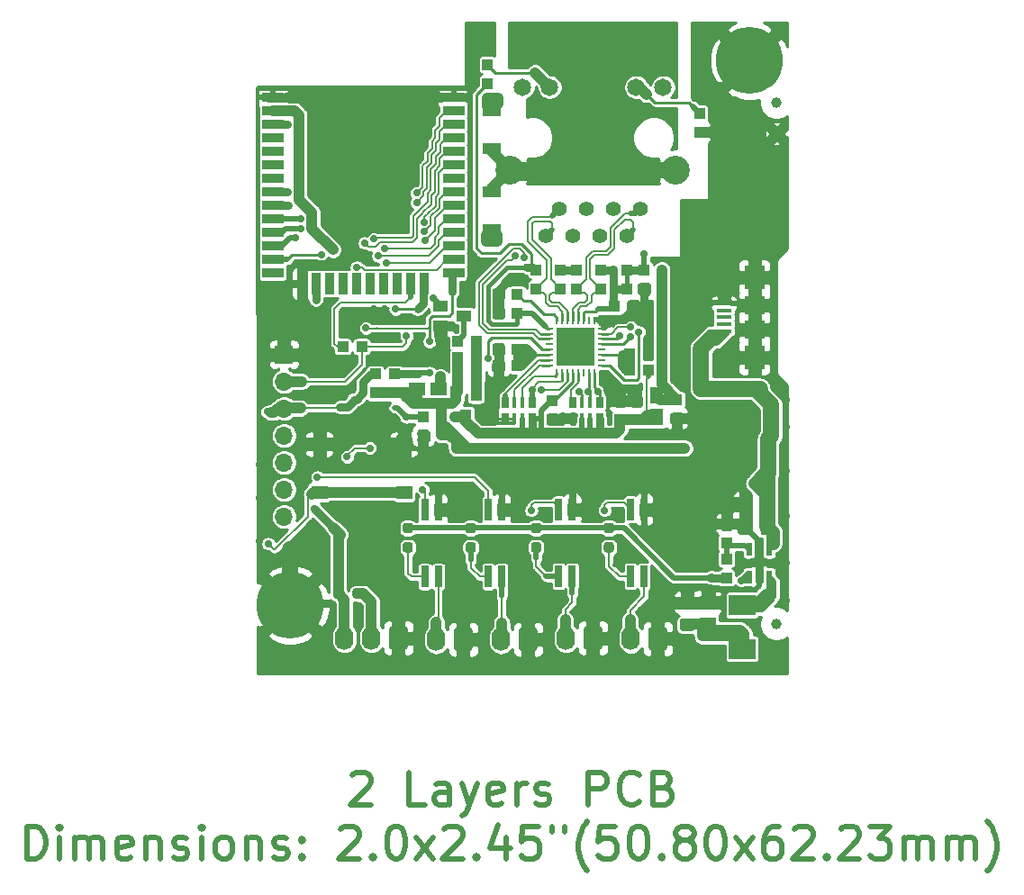
<source format=gbr>
G04 #@! TF.GenerationSoftware,KiCad,Pcbnew,(5.1.10)-1*
G04 #@! TF.CreationDate,2021-08-27T22:23:48-03:00*
G04 #@! TF.ProjectId,ESP32-GATEWAY_Rev_F,45535033-322d-4474-9154-455741595f52,F*
G04 #@! TF.SameCoordinates,Original*
G04 #@! TF.FileFunction,Copper,L1,Top*
G04 #@! TF.FilePolarity,Positive*
%FSLAX46Y46*%
G04 Gerber Fmt 4.6, Leading zero omitted, Abs format (unit mm)*
G04 Created by KiCad (PCBNEW (5.1.10)-1) date 2021-08-27 22:23:48*
%MOMM*%
%LPD*%
G01*
G04 APERTURE LIST*
G04 #@! TA.AperFunction,NonConductor*
%ADD10C,0.508000*%
G04 #@! TD*
G04 #@! TA.AperFunction,ComponentPad*
%ADD11O,1.740000X2.190000*%
G04 #@! TD*
G04 #@! TA.AperFunction,SMDPad,CuDef*
%ADD12R,0.640000X2.000000*%
G04 #@! TD*
G04 #@! TA.AperFunction,SMDPad,CuDef*
%ADD13R,2.500000X1.900000*%
G04 #@! TD*
G04 #@! TA.AperFunction,SMDPad,CuDef*
%ADD14R,1.550000X1.300000*%
G04 #@! TD*
G04 #@! TA.AperFunction,ComponentPad*
%ADD15O,1.700000X1.700000*%
G04 #@! TD*
G04 #@! TA.AperFunction,ComponentPad*
%ADD16R,1.700000X1.700000*%
G04 #@! TD*
G04 #@! TA.AperFunction,SMDPad,CuDef*
%ADD17R,1.400000X0.400000*%
G04 #@! TD*
G04 #@! TA.AperFunction,SMDPad,CuDef*
%ADD18R,1.900000X2.300000*%
G04 #@! TD*
G04 #@! TA.AperFunction,SMDPad,CuDef*
%ADD19R,1.900000X1.800000*%
G04 #@! TD*
G04 #@! TA.AperFunction,ComponentPad*
%ADD20C,1.410000*%
G04 #@! TD*
G04 #@! TA.AperFunction,ComponentPad*
%ADD21C,1.650000*%
G04 #@! TD*
G04 #@! TA.AperFunction,ComponentPad*
%ADD22C,2.700000*%
G04 #@! TD*
G04 #@! TA.AperFunction,SMDPad,CuDef*
%ADD23R,1.016000X1.016000*%
G04 #@! TD*
G04 #@! TA.AperFunction,SMDPad,CuDef*
%ADD24R,1.524000X1.270000*%
G04 #@! TD*
G04 #@! TA.AperFunction,SMDPad,CuDef*
%ADD25R,1.400000X1.000000*%
G04 #@! TD*
G04 #@! TA.AperFunction,SMDPad,CuDef*
%ADD26R,1.000000X1.400000*%
G04 #@! TD*
G04 #@! TA.AperFunction,SMDPad,CuDef*
%ADD27R,1.270000X1.524000*%
G04 #@! TD*
G04 #@! TA.AperFunction,SMDPad,CuDef*
%ADD28R,1.778000X1.016000*%
G04 #@! TD*
G04 #@! TA.AperFunction,SMDPad,CuDef*
%ADD29C,1.000000*%
G04 #@! TD*
G04 #@! TA.AperFunction,SMDPad,CuDef*
%ADD30R,3.600000X3.600000*%
G04 #@! TD*
G04 #@! TA.AperFunction,ComponentPad*
%ADD31R,0.400000X0.400000*%
G04 #@! TD*
G04 #@! TA.AperFunction,ComponentPad*
%ADD32R,1.422400X1.422400*%
G04 #@! TD*
G04 #@! TA.AperFunction,SMDPad,CuDef*
%ADD33R,0.250000X0.800000*%
G04 #@! TD*
G04 #@! TA.AperFunction,SMDPad,CuDef*
%ADD34R,0.800000X0.250000*%
G04 #@! TD*
G04 #@! TA.AperFunction,ComponentPad*
%ADD35C,1.200000*%
G04 #@! TD*
G04 #@! TA.AperFunction,ComponentPad*
%ADD36C,6.300000*%
G04 #@! TD*
G04 #@! TA.AperFunction,SMDPad,CuDef*
%ADD37R,0.550000X1.200000*%
G04 #@! TD*
G04 #@! TA.AperFunction,SMDPad,CuDef*
%ADD38R,0.381000X1.016000*%
G04 #@! TD*
G04 #@! TA.AperFunction,SMDPad,CuDef*
%ADD39R,0.635000X1.016000*%
G04 #@! TD*
G04 #@! TA.AperFunction,ComponentPad*
%ADD40C,1.300000*%
G04 #@! TD*
G04 #@! TA.AperFunction,ComponentPad*
%ADD41C,2.000000*%
G04 #@! TD*
G04 #@! TA.AperFunction,SMDPad,CuDef*
%ADD42R,5.000000X5.000000*%
G04 #@! TD*
G04 #@! TA.AperFunction,SMDPad,CuDef*
%ADD43R,2.000000X0.900000*%
G04 #@! TD*
G04 #@! TA.AperFunction,SMDPad,CuDef*
%ADD44R,0.900000X2.000000*%
G04 #@! TD*
G04 #@! TA.AperFunction,ConnectorPad*
%ADD45C,1.000000*%
G04 #@! TD*
G04 #@! TA.AperFunction,ViaPad*
%ADD46C,0.900000*%
G04 #@! TD*
G04 #@! TA.AperFunction,ViaPad*
%ADD47C,0.700000*%
G04 #@! TD*
G04 #@! TA.AperFunction,ViaPad*
%ADD48C,0.750000*%
G04 #@! TD*
G04 #@! TA.AperFunction,Conductor*
%ADD49C,0.508000*%
G04 #@! TD*
G04 #@! TA.AperFunction,Conductor*
%ADD50C,1.270000*%
G04 #@! TD*
G04 #@! TA.AperFunction,Conductor*
%ADD51C,1.524000*%
G04 #@! TD*
G04 #@! TA.AperFunction,Conductor*
%ADD52C,1.016000*%
G04 #@! TD*
G04 #@! TA.AperFunction,Conductor*
%ADD53C,0.762000*%
G04 #@! TD*
G04 #@! TA.AperFunction,Conductor*
%ADD54C,0.406400*%
G04 #@! TD*
G04 #@! TA.AperFunction,Conductor*
%ADD55C,0.254000*%
G04 #@! TD*
G04 #@! TA.AperFunction,Conductor*
%ADD56C,0.304800*%
G04 #@! TD*
G04 #@! TA.AperFunction,Conductor*
%ADD57C,0.203200*%
G04 #@! TD*
G04 #@! TA.AperFunction,Conductor*
%ADD58C,0.100000*%
G04 #@! TD*
G04 APERTURE END LIST*
D10*
X78957714Y-138321142D02*
X79102857Y-138176000D01*
X79393142Y-138030857D01*
X80118857Y-138030857D01*
X80409142Y-138176000D01*
X80554285Y-138321142D01*
X80699428Y-138611428D01*
X80699428Y-138901714D01*
X80554285Y-139337142D01*
X78812571Y-141078857D01*
X80699428Y-141078857D01*
X85779428Y-141078857D02*
X84328000Y-141078857D01*
X84328000Y-138030857D01*
X88101714Y-141078857D02*
X88101714Y-139482285D01*
X87956571Y-139192000D01*
X87666285Y-139046857D01*
X87085714Y-139046857D01*
X86795428Y-139192000D01*
X88101714Y-140933714D02*
X87811428Y-141078857D01*
X87085714Y-141078857D01*
X86795428Y-140933714D01*
X86650285Y-140643428D01*
X86650285Y-140353142D01*
X86795428Y-140062857D01*
X87085714Y-139917714D01*
X87811428Y-139917714D01*
X88101714Y-139772571D01*
X89262857Y-139046857D02*
X89988571Y-141078857D01*
X90714285Y-139046857D02*
X89988571Y-141078857D01*
X89698285Y-141804571D01*
X89553142Y-141949714D01*
X89262857Y-142094857D01*
X93036571Y-140933714D02*
X92746285Y-141078857D01*
X92165714Y-141078857D01*
X91875428Y-140933714D01*
X91730285Y-140643428D01*
X91730285Y-139482285D01*
X91875428Y-139192000D01*
X92165714Y-139046857D01*
X92746285Y-139046857D01*
X93036571Y-139192000D01*
X93181714Y-139482285D01*
X93181714Y-139772571D01*
X91730285Y-140062857D01*
X94488000Y-141078857D02*
X94488000Y-139046857D01*
X94488000Y-139627428D02*
X94633142Y-139337142D01*
X94778285Y-139192000D01*
X95068571Y-139046857D01*
X95358857Y-139046857D01*
X96229714Y-140933714D02*
X96520000Y-141078857D01*
X97100571Y-141078857D01*
X97390857Y-140933714D01*
X97536000Y-140643428D01*
X97536000Y-140498285D01*
X97390857Y-140208000D01*
X97100571Y-140062857D01*
X96665142Y-140062857D01*
X96374857Y-139917714D01*
X96229714Y-139627428D01*
X96229714Y-139482285D01*
X96374857Y-139192000D01*
X96665142Y-139046857D01*
X97100571Y-139046857D01*
X97390857Y-139192000D01*
X101164571Y-141078857D02*
X101164571Y-138030857D01*
X102325714Y-138030857D01*
X102616000Y-138176000D01*
X102761142Y-138321142D01*
X102906285Y-138611428D01*
X102906285Y-139046857D01*
X102761142Y-139337142D01*
X102616000Y-139482285D01*
X102325714Y-139627428D01*
X101164571Y-139627428D01*
X105954285Y-140788571D02*
X105809142Y-140933714D01*
X105373714Y-141078857D01*
X105083428Y-141078857D01*
X104648000Y-140933714D01*
X104357714Y-140643428D01*
X104212571Y-140353142D01*
X104067428Y-139772571D01*
X104067428Y-139337142D01*
X104212571Y-138756571D01*
X104357714Y-138466285D01*
X104648000Y-138176000D01*
X105083428Y-138030857D01*
X105373714Y-138030857D01*
X105809142Y-138176000D01*
X105954285Y-138321142D01*
X108276571Y-139482285D02*
X108712000Y-139627428D01*
X108857142Y-139772571D01*
X109002285Y-140062857D01*
X109002285Y-140498285D01*
X108857142Y-140788571D01*
X108712000Y-140933714D01*
X108421714Y-141078857D01*
X107260571Y-141078857D01*
X107260571Y-138030857D01*
X108276571Y-138030857D01*
X108566857Y-138176000D01*
X108712000Y-138321142D01*
X108857142Y-138611428D01*
X108857142Y-138901714D01*
X108712000Y-139192000D01*
X108566857Y-139337142D01*
X108276571Y-139482285D01*
X107260571Y-139482285D01*
X48405142Y-146158857D02*
X48405142Y-143110857D01*
X49130857Y-143110857D01*
X49566285Y-143256000D01*
X49856571Y-143546285D01*
X50001714Y-143836571D01*
X50146857Y-144417142D01*
X50146857Y-144852571D01*
X50001714Y-145433142D01*
X49856571Y-145723428D01*
X49566285Y-146013714D01*
X49130857Y-146158857D01*
X48405142Y-146158857D01*
X51453142Y-146158857D02*
X51453142Y-144126857D01*
X51453142Y-143110857D02*
X51307999Y-143256000D01*
X51453142Y-143401142D01*
X51598285Y-143256000D01*
X51453142Y-143110857D01*
X51453142Y-143401142D01*
X52904571Y-146158857D02*
X52904571Y-144126857D01*
X52904571Y-144417142D02*
X53049714Y-144272000D01*
X53339999Y-144126857D01*
X53775428Y-144126857D01*
X54065714Y-144272000D01*
X54210857Y-144562285D01*
X54210857Y-146158857D01*
X54210857Y-144562285D02*
X54355999Y-144272000D01*
X54646285Y-144126857D01*
X55081714Y-144126857D01*
X55371999Y-144272000D01*
X55517142Y-144562285D01*
X55517142Y-146158857D01*
X58129714Y-146013714D02*
X57839428Y-146158857D01*
X57258857Y-146158857D01*
X56968571Y-146013714D01*
X56823428Y-145723428D01*
X56823428Y-144562285D01*
X56968571Y-144272000D01*
X57258857Y-144126857D01*
X57839428Y-144126857D01*
X58129714Y-144272000D01*
X58274857Y-144562285D01*
X58274857Y-144852571D01*
X56823428Y-145142857D01*
X59581142Y-144126857D02*
X59581142Y-146158857D01*
X59581142Y-144417142D02*
X59726285Y-144272000D01*
X60016571Y-144126857D01*
X60452000Y-144126857D01*
X60742285Y-144272000D01*
X60887428Y-144562285D01*
X60887428Y-146158857D01*
X62193714Y-146013714D02*
X62484000Y-146158857D01*
X63064571Y-146158857D01*
X63354857Y-146013714D01*
X63500000Y-145723428D01*
X63500000Y-145578285D01*
X63354857Y-145288000D01*
X63064571Y-145142857D01*
X62629142Y-145142857D01*
X62338857Y-144997714D01*
X62193714Y-144707428D01*
X62193714Y-144562285D01*
X62338857Y-144272000D01*
X62629142Y-144126857D01*
X63064571Y-144126857D01*
X63354857Y-144272000D01*
X64806285Y-146158857D02*
X64806285Y-144126857D01*
X64806285Y-143110857D02*
X64661142Y-143256000D01*
X64806285Y-143401142D01*
X64951428Y-143256000D01*
X64806285Y-143110857D01*
X64806285Y-143401142D01*
X66693142Y-146158857D02*
X66402857Y-146013714D01*
X66257714Y-145868571D01*
X66112571Y-145578285D01*
X66112571Y-144707428D01*
X66257714Y-144417142D01*
X66402857Y-144272000D01*
X66693142Y-144126857D01*
X67128571Y-144126857D01*
X67418857Y-144272000D01*
X67564000Y-144417142D01*
X67709142Y-144707428D01*
X67709142Y-145578285D01*
X67564000Y-145868571D01*
X67418857Y-146013714D01*
X67128571Y-146158857D01*
X66693142Y-146158857D01*
X69015428Y-144126857D02*
X69015428Y-146158857D01*
X69015428Y-144417142D02*
X69160571Y-144272000D01*
X69450857Y-144126857D01*
X69886285Y-144126857D01*
X70176571Y-144272000D01*
X70321714Y-144562285D01*
X70321714Y-146158857D01*
X71628000Y-146013714D02*
X71918285Y-146158857D01*
X72498857Y-146158857D01*
X72789142Y-146013714D01*
X72934285Y-145723428D01*
X72934285Y-145578285D01*
X72789142Y-145288000D01*
X72498857Y-145142857D01*
X72063428Y-145142857D01*
X71773142Y-144997714D01*
X71628000Y-144707428D01*
X71628000Y-144562285D01*
X71773142Y-144272000D01*
X72063428Y-144126857D01*
X72498857Y-144126857D01*
X72789142Y-144272000D01*
X74240571Y-145868571D02*
X74385714Y-146013714D01*
X74240571Y-146158857D01*
X74095428Y-146013714D01*
X74240571Y-145868571D01*
X74240571Y-146158857D01*
X74240571Y-144272000D02*
X74385714Y-144417142D01*
X74240571Y-144562285D01*
X74095428Y-144417142D01*
X74240571Y-144272000D01*
X74240571Y-144562285D01*
X77869142Y-143401142D02*
X78014285Y-143256000D01*
X78304571Y-143110857D01*
X79030285Y-143110857D01*
X79320571Y-143256000D01*
X79465714Y-143401142D01*
X79610857Y-143691428D01*
X79610857Y-143981714D01*
X79465714Y-144417142D01*
X77724000Y-146158857D01*
X79610857Y-146158857D01*
X80917142Y-145868571D02*
X81062285Y-146013714D01*
X80917142Y-146158857D01*
X80772000Y-146013714D01*
X80917142Y-145868571D01*
X80917142Y-146158857D01*
X82949142Y-143110857D02*
X83239428Y-143110857D01*
X83529714Y-143256000D01*
X83674857Y-143401142D01*
X83820000Y-143691428D01*
X83965142Y-144272000D01*
X83965142Y-144997714D01*
X83820000Y-145578285D01*
X83674857Y-145868571D01*
X83529714Y-146013714D01*
X83239428Y-146158857D01*
X82949142Y-146158857D01*
X82658857Y-146013714D01*
X82513714Y-145868571D01*
X82368571Y-145578285D01*
X82223428Y-144997714D01*
X82223428Y-144272000D01*
X82368571Y-143691428D01*
X82513714Y-143401142D01*
X82658857Y-143256000D01*
X82949142Y-143110857D01*
X84981142Y-146158857D02*
X86577714Y-144126857D01*
X84981142Y-144126857D02*
X86577714Y-146158857D01*
X87593714Y-143401142D02*
X87738857Y-143256000D01*
X88029142Y-143110857D01*
X88754857Y-143110857D01*
X89045142Y-143256000D01*
X89190285Y-143401142D01*
X89335428Y-143691428D01*
X89335428Y-143981714D01*
X89190285Y-144417142D01*
X87448571Y-146158857D01*
X89335428Y-146158857D01*
X90641714Y-145868571D02*
X90786857Y-146013714D01*
X90641714Y-146158857D01*
X90496571Y-146013714D01*
X90641714Y-145868571D01*
X90641714Y-146158857D01*
X93399428Y-144126857D02*
X93399428Y-146158857D01*
X92673714Y-142965714D02*
X91948000Y-145142857D01*
X93834857Y-145142857D01*
X96447428Y-143110857D02*
X94996000Y-143110857D01*
X94850857Y-144562285D01*
X94996000Y-144417142D01*
X95286285Y-144272000D01*
X96012000Y-144272000D01*
X96302285Y-144417142D01*
X96447428Y-144562285D01*
X96592571Y-144852571D01*
X96592571Y-145578285D01*
X96447428Y-145868571D01*
X96302285Y-146013714D01*
X96012000Y-146158857D01*
X95286285Y-146158857D01*
X94996000Y-146013714D01*
X94850857Y-145868571D01*
X97753714Y-143110857D02*
X97753714Y-143691428D01*
X98914857Y-143110857D02*
X98914857Y-143691428D01*
X101092000Y-147320000D02*
X100946857Y-147174857D01*
X100656571Y-146739428D01*
X100511428Y-146449142D01*
X100366285Y-146013714D01*
X100221142Y-145288000D01*
X100221142Y-144707428D01*
X100366285Y-143981714D01*
X100511428Y-143546285D01*
X100656571Y-143256000D01*
X100946857Y-142820571D01*
X101092000Y-142675428D01*
X103704571Y-143110857D02*
X102253142Y-143110857D01*
X102108000Y-144562285D01*
X102253142Y-144417142D01*
X102543428Y-144272000D01*
X103269142Y-144272000D01*
X103559428Y-144417142D01*
X103704571Y-144562285D01*
X103849714Y-144852571D01*
X103849714Y-145578285D01*
X103704571Y-145868571D01*
X103559428Y-146013714D01*
X103269142Y-146158857D01*
X102543428Y-146158857D01*
X102253142Y-146013714D01*
X102108000Y-145868571D01*
X105736571Y-143110857D02*
X106026857Y-143110857D01*
X106317142Y-143256000D01*
X106462285Y-143401142D01*
X106607428Y-143691428D01*
X106752571Y-144272000D01*
X106752571Y-144997714D01*
X106607428Y-145578285D01*
X106462285Y-145868571D01*
X106317142Y-146013714D01*
X106026857Y-146158857D01*
X105736571Y-146158857D01*
X105446285Y-146013714D01*
X105301142Y-145868571D01*
X105156000Y-145578285D01*
X105010857Y-144997714D01*
X105010857Y-144272000D01*
X105156000Y-143691428D01*
X105301142Y-143401142D01*
X105446285Y-143256000D01*
X105736571Y-143110857D01*
X108058857Y-145868571D02*
X108204000Y-146013714D01*
X108058857Y-146158857D01*
X107913714Y-146013714D01*
X108058857Y-145868571D01*
X108058857Y-146158857D01*
X109945714Y-144417142D02*
X109655428Y-144272000D01*
X109510285Y-144126857D01*
X109365142Y-143836571D01*
X109365142Y-143691428D01*
X109510285Y-143401142D01*
X109655428Y-143256000D01*
X109945714Y-143110857D01*
X110526285Y-143110857D01*
X110816571Y-143256000D01*
X110961714Y-143401142D01*
X111106857Y-143691428D01*
X111106857Y-143836571D01*
X110961714Y-144126857D01*
X110816571Y-144272000D01*
X110526285Y-144417142D01*
X109945714Y-144417142D01*
X109655428Y-144562285D01*
X109510285Y-144707428D01*
X109365142Y-144997714D01*
X109365142Y-145578285D01*
X109510285Y-145868571D01*
X109655428Y-146013714D01*
X109945714Y-146158857D01*
X110526285Y-146158857D01*
X110816571Y-146013714D01*
X110961714Y-145868571D01*
X111106857Y-145578285D01*
X111106857Y-144997714D01*
X110961714Y-144707428D01*
X110816571Y-144562285D01*
X110526285Y-144417142D01*
X112993714Y-143110857D02*
X113284000Y-143110857D01*
X113574285Y-143256000D01*
X113719428Y-143401142D01*
X113864571Y-143691428D01*
X114009714Y-144272000D01*
X114009714Y-144997714D01*
X113864571Y-145578285D01*
X113719428Y-145868571D01*
X113574285Y-146013714D01*
X113284000Y-146158857D01*
X112993714Y-146158857D01*
X112703428Y-146013714D01*
X112558285Y-145868571D01*
X112413142Y-145578285D01*
X112268000Y-144997714D01*
X112268000Y-144272000D01*
X112413142Y-143691428D01*
X112558285Y-143401142D01*
X112703428Y-143256000D01*
X112993714Y-143110857D01*
X115025714Y-146158857D02*
X116622285Y-144126857D01*
X115025714Y-144126857D02*
X116622285Y-146158857D01*
X119089714Y-143110857D02*
X118509142Y-143110857D01*
X118218857Y-143256000D01*
X118073714Y-143401142D01*
X117783428Y-143836571D01*
X117638285Y-144417142D01*
X117638285Y-145578285D01*
X117783428Y-145868571D01*
X117928571Y-146013714D01*
X118218857Y-146158857D01*
X118799428Y-146158857D01*
X119089714Y-146013714D01*
X119234857Y-145868571D01*
X119380000Y-145578285D01*
X119380000Y-144852571D01*
X119234857Y-144562285D01*
X119089714Y-144417142D01*
X118799428Y-144272000D01*
X118218857Y-144272000D01*
X117928571Y-144417142D01*
X117783428Y-144562285D01*
X117638285Y-144852571D01*
X120541142Y-143401142D02*
X120686285Y-143256000D01*
X120976571Y-143110857D01*
X121702285Y-143110857D01*
X121992571Y-143256000D01*
X122137714Y-143401142D01*
X122282857Y-143691428D01*
X122282857Y-143981714D01*
X122137714Y-144417142D01*
X120396000Y-146158857D01*
X122282857Y-146158857D01*
X123589142Y-145868571D02*
X123734285Y-146013714D01*
X123589142Y-146158857D01*
X123444000Y-146013714D01*
X123589142Y-145868571D01*
X123589142Y-146158857D01*
X124895428Y-143401142D02*
X125040571Y-143256000D01*
X125330857Y-143110857D01*
X126056571Y-143110857D01*
X126346857Y-143256000D01*
X126492000Y-143401142D01*
X126637142Y-143691428D01*
X126637142Y-143981714D01*
X126492000Y-144417142D01*
X124750285Y-146158857D01*
X126637142Y-146158857D01*
X127653142Y-143110857D02*
X129540000Y-143110857D01*
X128524000Y-144272000D01*
X128959428Y-144272000D01*
X129249714Y-144417142D01*
X129394857Y-144562285D01*
X129540000Y-144852571D01*
X129540000Y-145578285D01*
X129394857Y-145868571D01*
X129249714Y-146013714D01*
X128959428Y-146158857D01*
X128088571Y-146158857D01*
X127798285Y-146013714D01*
X127653142Y-145868571D01*
X130846285Y-146158857D02*
X130846285Y-144126857D01*
X130846285Y-144417142D02*
X130991428Y-144272000D01*
X131281714Y-144126857D01*
X131717142Y-144126857D01*
X132007428Y-144272000D01*
X132152571Y-144562285D01*
X132152571Y-146158857D01*
X132152571Y-144562285D02*
X132297714Y-144272000D01*
X132588000Y-144126857D01*
X133023428Y-144126857D01*
X133313714Y-144272000D01*
X133458857Y-144562285D01*
X133458857Y-146158857D01*
X134910285Y-146158857D02*
X134910285Y-144126857D01*
X134910285Y-144417142D02*
X135055428Y-144272000D01*
X135345714Y-144126857D01*
X135781142Y-144126857D01*
X136071428Y-144272000D01*
X136216571Y-144562285D01*
X136216571Y-146158857D01*
X136216571Y-144562285D02*
X136361714Y-144272000D01*
X136652000Y-144126857D01*
X137087428Y-144126857D01*
X137377714Y-144272000D01*
X137522857Y-144562285D01*
X137522857Y-146158857D01*
X138684000Y-147320000D02*
X138829142Y-147174857D01*
X139119428Y-146739428D01*
X139264571Y-146449142D01*
X139409714Y-146013714D01*
X139554857Y-145288000D01*
X139554857Y-144707428D01*
X139409714Y-143981714D01*
X139264571Y-143546285D01*
X139119428Y-143256000D01*
X138829142Y-142820571D01*
X138684000Y-142675428D01*
G04 #@! TA.AperFunction,SMDPad,CuDef*
G36*
G01*
X84438500Y-115553300D02*
X83963500Y-115553300D01*
G75*
G02*
X83726000Y-115315800I0J237500D01*
G01*
X83726000Y-114815800D01*
G75*
G02*
X83963500Y-114578300I237500J0D01*
G01*
X84438500Y-114578300D01*
G75*
G02*
X84676000Y-114815800I0J-237500D01*
G01*
X84676000Y-115315800D01*
G75*
G02*
X84438500Y-115553300I-237500J0D01*
G01*
G37*
G04 #@! TD.AperFunction*
G04 #@! TA.AperFunction,SMDPad,CuDef*
G36*
G01*
X84438500Y-117378300D02*
X83963500Y-117378300D01*
G75*
G02*
X83726000Y-117140800I0J237500D01*
G01*
X83726000Y-116640800D01*
G75*
G02*
X83963500Y-116403300I237500J0D01*
G01*
X84438500Y-116403300D01*
G75*
G02*
X84676000Y-116640800I0J-237500D01*
G01*
X84676000Y-117140800D01*
G75*
G02*
X84438500Y-117378300I-237500J0D01*
G01*
G37*
G04 #@! TD.AperFunction*
D11*
X86868000Y-125539500D03*
G04 #@! TA.AperFunction,ComponentPad*
G36*
G01*
X90278000Y-124694499D02*
X90278000Y-126384501D01*
G75*
G02*
X90028001Y-126634500I-249999J0D01*
G01*
X88787999Y-126634500D01*
G75*
G02*
X88538000Y-126384501I0J249999D01*
G01*
X88538000Y-124694499D01*
G75*
G02*
X88787999Y-124444500I249999J0D01*
G01*
X90028001Y-124444500D01*
G75*
G02*
X90278000Y-124694499I0J-249999D01*
G01*
G37*
G04 #@! TD.AperFunction*
D12*
X85788500Y-119647500D03*
X87058500Y-119647500D03*
X87058500Y-113347500D03*
X85788500Y-113347500D03*
X91757500Y-119647500D03*
X93027500Y-119647500D03*
X93027500Y-113347500D03*
X91757500Y-113347500D03*
G04 #@! TA.AperFunction,SMDPad,CuDef*
G36*
G01*
X90344000Y-115553300D02*
X89869000Y-115553300D01*
G75*
G02*
X89631500Y-115315800I0J237500D01*
G01*
X89631500Y-114815800D01*
G75*
G02*
X89869000Y-114578300I237500J0D01*
G01*
X90344000Y-114578300D01*
G75*
G02*
X90581500Y-114815800I0J-237500D01*
G01*
X90581500Y-115315800D01*
G75*
G02*
X90344000Y-115553300I-237500J0D01*
G01*
G37*
G04 #@! TD.AperFunction*
G04 #@! TA.AperFunction,SMDPad,CuDef*
G36*
G01*
X90344000Y-117378300D02*
X89869000Y-117378300D01*
G75*
G02*
X89631500Y-117140800I0J237500D01*
G01*
X89631500Y-116640800D01*
G75*
G02*
X89869000Y-116403300I237500J0D01*
G01*
X90344000Y-116403300D01*
G75*
G02*
X90581500Y-116640800I0J-237500D01*
G01*
X90581500Y-117140800D01*
G75*
G02*
X90344000Y-117378300I-237500J0D01*
G01*
G37*
G04 #@! TD.AperFunction*
D11*
X92964000Y-125539500D03*
G04 #@! TA.AperFunction,ComponentPad*
G36*
G01*
X96374000Y-124694499D02*
X96374000Y-126384501D01*
G75*
G02*
X96124001Y-126634500I-249999J0D01*
G01*
X94883999Y-126634500D01*
G75*
G02*
X94634000Y-126384501I0J249999D01*
G01*
X94634000Y-124694499D01*
G75*
G02*
X94883999Y-124444500I249999J0D01*
G01*
X96124001Y-124444500D01*
G75*
G02*
X96374000Y-124694499I0J-249999D01*
G01*
G37*
G04 #@! TD.AperFunction*
D13*
X115620800Y-126426400D03*
X115620800Y-122326400D03*
D12*
X98374200Y-119609000D03*
X99644200Y-119609000D03*
X99644200Y-113309000D03*
X98374200Y-113309000D03*
X105130600Y-119609000D03*
X106400600Y-119609000D03*
X106400600Y-113309000D03*
X105130600Y-113309000D03*
G04 #@! TA.AperFunction,SMDPad,CuDef*
G36*
G01*
X96503500Y-115553300D02*
X96028500Y-115553300D01*
G75*
G02*
X95791000Y-115315800I0J237500D01*
G01*
X95791000Y-114815800D01*
G75*
G02*
X96028500Y-114578300I237500J0D01*
G01*
X96503500Y-114578300D01*
G75*
G02*
X96741000Y-114815800I0J-237500D01*
G01*
X96741000Y-115315800D01*
G75*
G02*
X96503500Y-115553300I-237500J0D01*
G01*
G37*
G04 #@! TD.AperFunction*
G04 #@! TA.AperFunction,SMDPad,CuDef*
G36*
G01*
X96503500Y-117378300D02*
X96028500Y-117378300D01*
G75*
G02*
X95791000Y-117140800I0J237500D01*
G01*
X95791000Y-116640800D01*
G75*
G02*
X96028500Y-116403300I237500J0D01*
G01*
X96503500Y-116403300D01*
G75*
G02*
X96741000Y-116640800I0J-237500D01*
G01*
X96741000Y-117140800D01*
G75*
G02*
X96503500Y-117378300I-237500J0D01*
G01*
G37*
G04 #@! TD.AperFunction*
G04 #@! TA.AperFunction,SMDPad,CuDef*
G36*
G01*
X103336100Y-115553300D02*
X102861100Y-115553300D01*
G75*
G02*
X102623600Y-115315800I0J237500D01*
G01*
X102623600Y-114815800D01*
G75*
G02*
X102861100Y-114578300I237500J0D01*
G01*
X103336100Y-114578300D01*
G75*
G02*
X103573600Y-114815800I0J-237500D01*
G01*
X103573600Y-115315800D01*
G75*
G02*
X103336100Y-115553300I-237500J0D01*
G01*
G37*
G04 #@! TD.AperFunction*
G04 #@! TA.AperFunction,SMDPad,CuDef*
G36*
G01*
X103336100Y-117378300D02*
X102861100Y-117378300D01*
G75*
G02*
X102623600Y-117140800I0J237500D01*
G01*
X102623600Y-116640800D01*
G75*
G02*
X102861100Y-116403300I237500J0D01*
G01*
X103336100Y-116403300D01*
G75*
G02*
X103573600Y-116640800I0J-237500D01*
G01*
X103573600Y-117140800D01*
G75*
G02*
X103336100Y-117378300I-237500J0D01*
G01*
G37*
G04 #@! TD.AperFunction*
G04 #@! TA.AperFunction,SMDPad,CuDef*
G36*
G01*
X110965000Y-122663800D02*
X110015000Y-122663800D01*
G75*
G02*
X109765000Y-122413800I0J250000D01*
G01*
X109765000Y-121738800D01*
G75*
G02*
X110015000Y-121488800I250000J0D01*
G01*
X110965000Y-121488800D01*
G75*
G02*
X111215000Y-121738800I0J-250000D01*
G01*
X111215000Y-122413800D01*
G75*
G02*
X110965000Y-122663800I-250000J0D01*
G01*
G37*
G04 #@! TD.AperFunction*
G04 #@! TA.AperFunction,SMDPad,CuDef*
G36*
G01*
X110965000Y-124738800D02*
X110015000Y-124738800D01*
G75*
G02*
X109765000Y-124488800I0J250000D01*
G01*
X109765000Y-123813800D01*
G75*
G02*
X110015000Y-123563800I250000J0D01*
G01*
X110965000Y-123563800D01*
G75*
G02*
X111215000Y-123813800I0J-250000D01*
G01*
X111215000Y-124488800D01*
G75*
G02*
X110965000Y-124738800I-250000J0D01*
G01*
G37*
G04 #@! TD.AperFunction*
D14*
X83837600Y-111698600D03*
X83837600Y-107198600D03*
X75877600Y-107198600D03*
X75877600Y-111698600D03*
G04 #@! TA.AperFunction,SMDPad,CuDef*
G36*
G01*
X78998000Y-121459000D02*
X78998000Y-120984000D01*
G75*
G02*
X79235500Y-120746500I237500J0D01*
G01*
X79735500Y-120746500D01*
G75*
G02*
X79973000Y-120984000I0J-237500D01*
G01*
X79973000Y-121459000D01*
G75*
G02*
X79735500Y-121696500I-237500J0D01*
G01*
X79235500Y-121696500D01*
G75*
G02*
X78998000Y-121459000I0J237500D01*
G01*
G37*
G04 #@! TD.AperFunction*
G04 #@! TA.AperFunction,SMDPad,CuDef*
G36*
G01*
X77173000Y-121459000D02*
X77173000Y-120984000D01*
G75*
G02*
X77410500Y-120746500I237500J0D01*
G01*
X77910500Y-120746500D01*
G75*
G02*
X78148000Y-120984000I0J-237500D01*
G01*
X78148000Y-121459000D01*
G75*
G02*
X77910500Y-121696500I-237500J0D01*
G01*
X77410500Y-121696500D01*
G75*
G02*
X77173000Y-121459000I0J237500D01*
G01*
G37*
G04 #@! TD.AperFunction*
D15*
X72567800Y-113995200D03*
X72567800Y-111455200D03*
X72567800Y-108915200D03*
X72567800Y-106375200D03*
X72567800Y-103835200D03*
X72567800Y-101295200D03*
D16*
X72567800Y-98755200D03*
D11*
X78232000Y-125412500D03*
X80772000Y-125412500D03*
G04 #@! TA.AperFunction,ComponentPad*
G36*
G01*
X84182000Y-124567499D02*
X84182000Y-126257501D01*
G75*
G02*
X83932001Y-126507500I-249999J0D01*
G01*
X82691999Y-126507500D01*
G75*
G02*
X82442000Y-126257501I0J249999D01*
G01*
X82442000Y-124567499D01*
G75*
G02*
X82691999Y-124317500I249999J0D01*
G01*
X83932001Y-124317500D01*
G75*
G02*
X84182000Y-124567499I0J-249999D01*
G01*
G37*
G04 #@! TD.AperFunction*
X99060000Y-125412500D03*
G04 #@! TA.AperFunction,ComponentPad*
G36*
G01*
X102470000Y-124567499D02*
X102470000Y-126257501D01*
G75*
G02*
X102220001Y-126507500I-249999J0D01*
G01*
X100979999Y-126507500D01*
G75*
G02*
X100730000Y-126257501I0J249999D01*
G01*
X100730000Y-124567499D01*
G75*
G02*
X100979999Y-124317500I249999J0D01*
G01*
X102220001Y-124317500D01*
G75*
G02*
X102470000Y-124567499I0J-249999D01*
G01*
G37*
G04 #@! TD.AperFunction*
X105156000Y-125476000D03*
G04 #@! TA.AperFunction,ComponentPad*
G36*
G01*
X108566000Y-124630999D02*
X108566000Y-126321001D01*
G75*
G02*
X108316001Y-126571000I-249999J0D01*
G01*
X107075999Y-126571000D01*
G75*
G02*
X106826000Y-126321001I0J249999D01*
G01*
X106826000Y-124630999D01*
G75*
G02*
X107075999Y-124381000I249999J0D01*
G01*
X108316001Y-124381000D01*
G75*
G02*
X108566000Y-124630999I0J-249999D01*
G01*
G37*
G04 #@! TD.AperFunction*
D17*
X113918400Y-96562700D03*
X113918400Y-95912700D03*
X113918400Y-95262700D03*
X113918400Y-94612700D03*
X113918400Y-93962700D03*
D18*
X116768400Y-99012700D03*
X116768400Y-91512700D03*
D19*
X116768400Y-96412700D03*
X116768400Y-94112700D03*
D20*
X106055000Y-85059000D03*
X104785000Y-87599000D03*
X103515000Y-85059000D03*
X102245000Y-87599000D03*
X100975000Y-85059000D03*
X99705000Y-87599000D03*
X98435000Y-85059000D03*
X97165000Y-87599000D03*
D21*
X97530000Y-73610500D03*
X108210000Y-73610500D03*
D22*
X109400000Y-81409000D03*
X93800000Y-81409000D03*
D21*
X94990000Y-73610500D03*
X105670000Y-73610500D03*
D23*
X88900000Y-97536000D03*
X90678000Y-97536000D03*
D24*
X85090000Y-101981000D03*
X87122000Y-101981000D03*
D23*
X90677999Y-99060000D03*
X88899999Y-99060000D03*
D25*
X87284560Y-94173040D03*
X87284560Y-96075500D03*
X89494360Y-95120460D03*
D23*
X90677999Y-100584000D03*
X88899999Y-100584000D03*
D26*
X90611960Y-102397560D03*
X88709500Y-102397560D03*
X89664540Y-104607360D03*
D23*
X85625940Y-104627680D03*
X85625940Y-106405680D03*
D27*
X115951000Y-114935000D03*
X117983000Y-114935000D03*
X115951000Y-112903000D03*
X117983000Y-112903000D03*
D23*
X114173000Y-114681000D03*
X114173000Y-116459000D03*
X114173000Y-119761000D03*
X114173000Y-117983000D03*
X82931000Y-102362000D03*
X82931000Y-100584000D03*
D28*
X92075000Y-75819000D03*
X92075000Y-79375000D03*
X92075000Y-86995000D03*
X92075000Y-83439000D03*
D23*
X92710000Y-93091000D03*
X94488000Y-93091000D03*
X106807000Y-100203000D03*
X105029000Y-100203000D03*
X100076000Y-92583000D03*
X100076000Y-90805000D03*
X102362000Y-92583000D03*
X102362000Y-90805000D03*
X96266000Y-92583000D03*
X96266000Y-90805000D03*
X78084680Y-98010980D03*
X79862680Y-98010980D03*
X98552000Y-92583000D03*
X98552000Y-90805000D03*
X111633000Y-77851000D03*
X111633000Y-76073000D03*
X91694000Y-71501000D03*
X91694000Y-73279000D03*
X81153000Y-100584000D03*
X81153000Y-102362000D03*
D29*
X118872000Y-77978000D03*
D23*
X105029000Y-98679000D03*
X106807000Y-98679000D03*
X92710000Y-98298000D03*
X94488000Y-98298000D03*
X92710000Y-99822000D03*
X94488000Y-99822000D03*
X92710000Y-94869000D03*
X94488000Y-94869000D03*
X105410000Y-94234000D03*
X103632000Y-94234000D03*
X97790000Y-104902000D03*
X97790000Y-103124000D03*
X109474000Y-104775000D03*
X109474000Y-102997000D03*
X106426000Y-92583000D03*
X106426000Y-90805000D03*
X104140000Y-103124000D03*
X104140000Y-104902000D03*
X105664000Y-103124000D03*
X105664000Y-104902000D03*
D24*
X112395000Y-122047000D03*
X112395000Y-124079000D03*
D30*
X99949000Y-98044000D03*
D31*
X101249000Y-97544000D03*
X101249000Y-98544000D03*
X100449000Y-99344000D03*
X99449000Y-99344000D03*
X98649000Y-98544000D03*
X98649000Y-97544000D03*
X99449000Y-96744000D03*
X100449000Y-96744000D03*
D32*
X99949000Y-98044000D03*
D33*
X98199000Y-95594000D03*
X98699000Y-95594000D03*
X99199000Y-95594000D03*
X99699000Y-95594000D03*
X100199000Y-95594000D03*
X100699000Y-95594000D03*
X101199000Y-95594000D03*
X101699000Y-95594000D03*
D34*
X102399000Y-96294000D03*
X102399000Y-96794000D03*
X102399000Y-97294000D03*
X102399000Y-97794000D03*
X102399000Y-98294000D03*
X102399000Y-98794000D03*
X102399000Y-99294000D03*
X102399000Y-99794000D03*
D33*
X101699000Y-100494000D03*
X101199000Y-100494000D03*
X100699000Y-100494000D03*
X100199000Y-100494000D03*
X99699000Y-100494000D03*
X99199000Y-100494000D03*
X98699000Y-100494000D03*
X98199000Y-100494000D03*
D34*
X97499000Y-99794000D03*
X97499000Y-99294000D03*
X97499000Y-98794000D03*
X97499000Y-98294000D03*
X97499000Y-97794000D03*
X97499000Y-97294000D03*
X97499000Y-96794000D03*
X97499000Y-96294000D03*
D35*
X70739000Y-122301000D03*
X75565000Y-122301000D03*
X74803000Y-123952000D03*
X71501000Y-124079000D03*
X74803000Y-120650000D03*
X71501000Y-120650000D03*
X73152000Y-124714000D03*
X73152000Y-119888000D03*
D36*
X73152000Y-122301000D03*
D35*
X113919000Y-71120000D03*
X118745000Y-71120000D03*
X117983000Y-72771000D03*
X114681000Y-72898000D03*
X117983000Y-69469000D03*
X114681000Y-69469000D03*
X116332000Y-73533000D03*
X116332000Y-68707000D03*
D36*
X116332000Y-71120000D03*
D37*
X116271000Y-119664000D03*
X117221000Y-119664000D03*
X118171000Y-119664000D03*
X116271000Y-117064000D03*
X118171000Y-117064000D03*
D27*
X107569000Y-104648000D03*
X107569000Y-102616000D03*
D38*
X100584000Y-103251000D03*
X101346000Y-103251000D03*
X100584000Y-104775000D03*
X101346000Y-104775000D03*
D39*
X99695000Y-103251000D03*
X99695000Y-104775000D03*
X102235000Y-103251000D03*
X102235000Y-104775000D03*
D38*
X94996000Y-104775000D03*
X94234000Y-104775000D03*
X94996000Y-103251000D03*
X94234000Y-103251000D03*
D39*
X95885000Y-104775000D03*
X95885000Y-103251000D03*
X93345000Y-104775000D03*
X93345000Y-103251000D03*
D40*
X77210000Y-83883000D03*
D41*
X79010000Y-82083000D03*
D42*
X79010000Y-82083000D03*
D43*
X88510000Y-74573000D03*
X88510000Y-75843000D03*
X88510000Y-77113000D03*
X88510000Y-78383000D03*
X88510000Y-79653000D03*
X88510000Y-80923000D03*
X88510000Y-82193000D03*
X88510000Y-83463000D03*
X88510000Y-84733000D03*
X88510000Y-86003000D03*
X88510000Y-87273000D03*
X88510000Y-88543000D03*
X88510000Y-89813000D03*
X88510000Y-91083000D03*
D44*
X85740000Y-92083000D03*
X84470000Y-92083000D03*
X83200000Y-92083000D03*
X81930000Y-92083000D03*
X80660000Y-92083000D03*
X79390000Y-92083000D03*
X78120000Y-92083000D03*
X76850000Y-92083000D03*
X75580000Y-92083000D03*
X74310000Y-92083000D03*
D43*
X71510000Y-91083000D03*
X71510000Y-89813000D03*
X71510000Y-88543000D03*
X71510000Y-87273000D03*
X71510000Y-86003000D03*
X71510000Y-84733000D03*
X71510000Y-83463000D03*
X71510000Y-82193000D03*
X71510000Y-80923000D03*
X71510000Y-79653000D03*
X71510000Y-78383000D03*
X71510000Y-77113000D03*
X71510000Y-75843000D03*
X71510000Y-74573000D03*
D40*
X80810000Y-83883000D03*
X77210000Y-80283000D03*
X80810000Y-80283000D03*
X79010000Y-80283000D03*
X79010000Y-83883000D03*
X77210000Y-82083000D03*
X80810000Y-82083000D03*
D45*
X118872000Y-124079000D03*
X118872000Y-75057000D03*
D23*
X104775000Y-90805000D03*
X104775000Y-92583000D03*
D46*
X94170500Y-110109000D03*
X94170500Y-108966000D03*
X79565500Y-118554500D03*
X79565500Y-117411500D03*
X80962500Y-118618000D03*
X80962500Y-117475000D03*
D47*
X90487500Y-112839500D03*
X90487500Y-113728500D03*
X90487500Y-112014000D03*
X115570000Y-120015000D03*
D46*
X116713000Y-110871000D03*
D47*
X70231000Y-109093000D03*
X70231000Y-112268000D03*
X70231000Y-116332000D03*
X119761000Y-102997000D03*
X119761000Y-105537000D03*
X119761000Y-109728000D03*
X119761000Y-113919000D03*
X119761000Y-118364000D03*
X119761000Y-121920000D03*
D46*
X114300000Y-113411000D03*
X113284000Y-111760000D03*
X114300000Y-111760000D03*
X109347000Y-94234000D03*
X109347000Y-95377000D03*
X109347000Y-96520000D03*
X98806000Y-104648000D03*
X112649000Y-120904000D03*
X112649000Y-104775000D03*
X116586000Y-118364000D03*
X115570000Y-118364000D03*
X97917000Y-110109000D03*
X100457000Y-110109000D03*
X105537000Y-109982000D03*
X107315000Y-109982000D03*
X82499200Y-107442000D03*
X82499200Y-108458000D03*
X103632000Y-110109000D03*
X74295000Y-94361000D03*
X74295000Y-95631000D03*
X85725000Y-76073000D03*
X83185000Y-76073000D03*
X80391000Y-76073000D03*
X77089000Y-76073000D03*
X75819000Y-83693000D03*
X75565000Y-81280000D03*
X75565000Y-78105000D03*
X75565000Y-74295000D03*
X78740000Y-74295000D03*
X78740000Y-78105000D03*
X81915000Y-78105000D03*
X81915000Y-74295000D03*
X84455000Y-74295000D03*
X84455000Y-78105000D03*
X74295000Y-90678000D03*
X86995000Y-74549000D03*
X91694000Y-68199000D03*
X91694000Y-69469000D03*
X103124000Y-102108000D03*
X106426000Y-95123000D03*
X91694000Y-74676000D03*
X92710000Y-74676000D03*
X91567000Y-88138000D03*
X106426000Y-94107000D03*
X90932000Y-104140000D03*
X87376000Y-97536000D03*
X92557600Y-88138000D03*
X103124000Y-100965000D03*
X73152000Y-74549000D03*
X77089000Y-90424000D03*
X78168500Y-90423439D03*
X74295000Y-115951000D03*
X112140998Y-117475002D03*
X94615000Y-91757500D03*
X107873800Y-112242600D03*
X112458500Y-93853000D03*
X111125000Y-94107000D03*
X111125000Y-93091000D03*
X112903000Y-92964000D03*
X114046000Y-92964000D03*
D47*
X105918004Y-102235000D03*
X105029000Y-102235000D03*
X104140000Y-102235000D03*
D46*
X111125000Y-91948000D03*
D47*
X103124000Y-95885000D03*
X102361988Y-95377000D03*
D46*
X92670479Y-94019521D03*
X90170000Y-91694000D03*
X109347000Y-93091000D03*
X109347000Y-91948000D03*
X109347000Y-90805000D03*
X109347000Y-97663000D03*
X109347000Y-98806000D03*
X109347000Y-99949000D03*
X109347000Y-101092000D03*
X99187000Y-108966000D03*
X101854000Y-108966000D03*
X103632000Y-108966000D03*
X105537000Y-108966000D03*
X101854000Y-110109000D03*
X100457000Y-108966000D03*
X97917000Y-108966000D03*
X99187000Y-110109000D03*
X107315000Y-108966000D03*
X95377000Y-110109000D03*
X95377000Y-108966000D03*
X96647000Y-110109000D03*
X96647000Y-108966000D03*
X111125000Y-90678000D03*
X111125000Y-89408000D03*
X111125000Y-88138000D03*
X111125000Y-86868000D03*
X111125000Y-85598000D03*
X112395000Y-88138000D03*
X112395000Y-90678000D03*
X112395000Y-86868000D03*
X112395000Y-85598000D03*
X112395000Y-89408000D03*
X113665000Y-88138000D03*
X114935000Y-90678000D03*
X113665000Y-90678000D03*
X113665000Y-86868000D03*
X114935000Y-89408000D03*
X113665000Y-85598000D03*
X113665000Y-89408000D03*
X114935000Y-86868000D03*
X114935000Y-85598000D03*
X114935000Y-88138000D03*
X114935000Y-84328000D03*
X114935000Y-83058000D03*
X114935000Y-81788000D03*
X114935000Y-80010000D03*
X114935000Y-78740000D03*
X114935000Y-77470000D03*
X114935000Y-76200000D03*
X114935000Y-74930000D03*
X112395000Y-74930000D03*
X113665000Y-74930000D03*
X113665000Y-76200000D03*
X113665000Y-77470000D03*
X111252000Y-74295000D03*
X111252000Y-72390000D03*
X111252000Y-70485000D03*
X111252000Y-68580000D03*
X116205000Y-76200000D03*
X116205000Y-78740000D03*
X116205000Y-77470000D03*
X107696000Y-115722400D03*
D47*
X81026000Y-94488000D03*
X82042010Y-94488000D03*
D46*
X77089000Y-74295000D03*
X80391000Y-74295000D03*
X83185000Y-74295000D03*
X78740000Y-76073000D03*
X75565000Y-76073000D03*
X81915000Y-76073000D03*
X84455000Y-76073000D03*
X85725000Y-74295000D03*
X74168000Y-74295000D03*
X77089000Y-78105000D03*
X80391000Y-78105000D03*
X83185000Y-78105000D03*
X90170000Y-68199000D03*
X90170000Y-69469000D03*
X90170000Y-72009000D03*
X90170000Y-70739000D03*
X90170000Y-73279000D03*
X116077994Y-85344000D03*
X113030000Y-125222000D03*
X111887000Y-125222000D03*
X112776000Y-119761000D03*
X88773000Y-106553000D03*
X88773000Y-107569000D03*
X84074000Y-102743000D03*
X77152500Y-88900000D03*
X110236000Y-107569000D03*
D47*
X84074000Y-97028000D03*
X104267012Y-99822000D03*
X72898000Y-77089000D03*
X70973086Y-104140000D03*
X71082593Y-116544898D03*
X106426000Y-89281000D03*
D46*
X103505000Y-90805000D03*
D47*
X99314000Y-90805000D03*
D48*
X95377000Y-90551000D03*
D46*
X108077000Y-90805000D03*
D47*
X95159530Y-89637202D03*
X94266301Y-89503821D03*
D46*
X103505000Y-68580000D03*
X106680000Y-68580000D03*
X99695000Y-68580000D03*
X96520000Y-68580000D03*
X97790000Y-70485000D03*
X95250000Y-70485000D03*
X105410000Y-70485000D03*
X107950000Y-70485000D03*
X103505000Y-72390000D03*
X99695000Y-72390000D03*
X97155000Y-75565000D03*
X99695000Y-76200000D03*
X103505000Y-76200000D03*
X106045000Y-75565000D03*
X101600000Y-78105000D03*
X101600000Y-74295000D03*
X101600000Y-70485000D03*
X99695000Y-80010000D03*
X103505000Y-80010000D03*
X105410000Y-81915000D03*
X97790000Y-81915000D03*
X101600000Y-81915000D03*
D47*
X82148555Y-90167249D03*
X85598000Y-111442500D03*
D46*
X87249000Y-100838000D03*
X88646000Y-104648000D03*
D47*
X80619600Y-107558840D03*
X86233000Y-100457020D03*
X86233000Y-97536000D03*
X80258920Y-96276160D03*
X78491600Y-108374180D03*
X86614561Y-93471439D03*
X82001455Y-88827971D03*
X80137000Y-88265000D03*
X83038190Y-94488000D03*
X84052273Y-104625152D03*
X79393926Y-90555188D03*
X81026000Y-87882878D03*
X74104500Y-86931504D03*
X95884996Y-102044500D03*
X74100664Y-85992781D03*
X96774000Y-102044500D03*
X100292412Y-102287515D03*
X73660000Y-87756990D03*
X101166595Y-102207780D03*
X85784289Y-88053618D03*
X102043985Y-102235000D03*
X105161367Y-96187517D03*
X85027114Y-84455000D03*
X85750053Y-87176474D03*
X104139439Y-97028561D03*
X85716035Y-86299321D03*
X105114546Y-97113546D03*
X105918000Y-96647000D03*
X85018726Y-83573266D03*
X91713803Y-99113378D03*
X81408376Y-89475128D03*
X72898000Y-83439000D03*
X102692200Y-113411000D03*
X72917863Y-84732988D03*
X95808800Y-113411000D03*
X75565000Y-93599000D03*
X75438000Y-113284002D03*
X76056201Y-89361299D03*
X75697606Y-110276932D03*
D49*
X118171000Y-117064000D02*
X118491000Y-116744000D01*
X118491000Y-116744000D02*
X118491000Y-116459000D01*
D50*
X118491000Y-116459000D02*
X118491000Y-115443000D01*
X118491000Y-115443000D02*
X117983000Y-114935000D01*
D51*
X118364000Y-106386000D02*
X118364000Y-104902000D01*
X118070000Y-106680000D02*
X118364000Y-106386000D01*
X118001000Y-109982000D02*
X118070000Y-109913000D01*
X118070000Y-109913000D02*
X118070000Y-106680000D01*
D52*
X118364000Y-104167940D02*
X118364000Y-104902000D01*
X118300500Y-104104440D02*
X118364000Y-104167940D01*
D51*
X117983000Y-112903000D02*
X117983000Y-114935000D01*
X118001000Y-109982000D02*
X117983000Y-110000000D01*
X117983000Y-110000000D02*
X117983000Y-111252000D01*
X117983000Y-111252000D02*
X117983000Y-112903000D01*
D49*
X117983000Y-111252000D02*
X117602000Y-110871000D01*
D52*
X117983000Y-112141000D02*
X117983000Y-112903000D01*
D49*
X116271000Y-119664000D02*
X115921000Y-119664000D01*
X116271000Y-119664000D02*
X116271000Y-119949000D01*
X116205000Y-120015000D02*
X115570000Y-120015000D01*
X116271000Y-119949000D02*
X116205000Y-120015000D01*
X116205000Y-119380000D02*
X115570000Y-120015000D01*
D53*
X113030000Y-97282000D02*
X112649000Y-97282000D01*
D52*
X116840000Y-101981000D02*
X117259100Y-101981000D01*
D51*
X116840000Y-101981000D02*
X116839980Y-101980980D01*
D52*
X117345460Y-101894640D02*
X117259100Y-101981000D01*
D51*
X116839980Y-101980980D02*
X112396372Y-101980980D01*
X111760000Y-98171000D02*
X111760000Y-100266500D01*
X112649000Y-97282000D02*
X111760000Y-98171000D01*
X111760000Y-100266500D02*
X111760000Y-101980956D01*
X111760000Y-101980956D02*
X111759976Y-101980980D01*
X112396372Y-101980980D02*
X111759976Y-101980980D01*
D49*
X113817000Y-96637500D02*
X112893500Y-96637500D01*
X112522000Y-97155000D02*
X112649000Y-97282000D01*
X112522000Y-96647000D02*
X112522000Y-97155000D01*
X112522000Y-96647000D02*
X113807500Y-96647000D01*
X113220500Y-97282000D02*
X112649000Y-97282000D01*
X113817000Y-96637500D02*
X113817000Y-96685500D01*
X113817000Y-96685500D02*
X113220500Y-97282000D01*
X113030000Y-97663000D02*
X112649000Y-97282000D01*
X113284000Y-97663000D02*
X114300000Y-96647000D01*
X113284000Y-97663000D02*
X113030000Y-97663000D01*
X112522000Y-96647000D02*
X112522000Y-98042598D01*
D51*
X117297190Y-102019050D02*
X117297190Y-102401097D01*
X117297190Y-102401097D02*
X118364000Y-103467907D01*
X118364000Y-103467907D02*
X118364000Y-104902000D01*
X116839980Y-101980980D02*
X117259120Y-101980980D01*
X117259120Y-101980980D02*
X117297190Y-102019050D01*
D52*
X117602000Y-109982000D02*
X118001000Y-109982000D01*
D49*
X117602000Y-110871000D02*
X117349396Y-110871000D01*
X117349396Y-110871000D02*
X116713000Y-110871000D01*
D52*
X116713000Y-110871000D02*
X117602000Y-109982000D01*
X116713000Y-110871000D02*
X117983000Y-112141000D01*
X113284000Y-111760000D02*
X114300000Y-111760000D01*
X113647000Y-109982000D02*
X114300000Y-110635000D01*
X114300000Y-110635000D02*
X114300000Y-111760000D01*
X115951000Y-112903000D02*
X115697000Y-112649000D01*
X115697000Y-112649000D02*
X114300000Y-112649000D01*
X115951000Y-114935000D02*
X115697000Y-114681000D01*
X115697000Y-114681000D02*
X114173000Y-114681000D01*
X114173000Y-114681000D02*
X114300000Y-114554000D01*
X114300000Y-114554000D02*
X114300000Y-113411000D01*
X113647000Y-109982000D02*
X113284000Y-110345000D01*
X113284000Y-110345000D02*
X113284000Y-111760000D01*
X114300000Y-111760000D02*
X114300000Y-112649000D01*
X114300000Y-112649000D02*
X114300000Y-113411000D01*
X111633000Y-77851000D02*
X113792000Y-77851000D01*
D49*
X119761000Y-118364000D02*
X117221000Y-118364000D01*
X116840000Y-120904000D02*
X112649000Y-120904000D01*
X115951000Y-114935000D02*
X115951000Y-115062000D01*
X115951000Y-115062000D02*
X117221000Y-116332000D01*
X117221000Y-116332000D02*
X117221000Y-118364000D01*
X119761000Y-102997000D02*
X119761000Y-105537000D01*
X119761000Y-105537000D02*
X119761000Y-109728000D01*
X119761000Y-109728000D02*
X119761000Y-113919000D01*
X119761000Y-113919000D02*
X119761000Y-118364000D01*
X119761000Y-118364000D02*
X119761000Y-121920000D01*
D52*
X112395000Y-122047000D02*
X112649000Y-121793000D01*
X112649000Y-121793000D02*
X112649000Y-120904000D01*
D53*
X117221000Y-118364000D02*
X116586000Y-118364000D01*
X115570000Y-118364000D02*
X116459000Y-118364000D01*
X117221000Y-119664000D02*
X117221000Y-118364000D01*
D49*
X117221000Y-119664000D02*
X117221000Y-120523000D01*
X117221000Y-120523000D02*
X116840000Y-120904000D01*
X81577000Y-114275000D02*
X81577000Y-114724000D01*
D52*
X97917000Y-110109000D02*
X97917000Y-110871000D01*
X100457000Y-110871000D02*
X100457000Y-110109000D01*
X100457000Y-110109000D02*
X100457000Y-110363000D01*
X100457000Y-110363000D02*
X100457000Y-110109000D01*
X105537000Y-110109000D02*
X105537000Y-110744000D01*
X81577000Y-114275000D02*
X81577000Y-114511000D01*
X95504000Y-110109000D02*
X94615000Y-110998000D01*
X94615000Y-110998000D02*
X93853000Y-110998000D01*
X81577000Y-108215000D02*
X82350000Y-107442000D01*
X82350000Y-107442000D02*
X82804000Y-107442000D01*
X82804000Y-108458000D02*
X82804000Y-107442000D01*
D54*
X103987000Y-118136000D02*
X103632000Y-118491000D01*
D52*
X103632000Y-110109000D02*
X103632000Y-110363000D01*
X103632000Y-110363000D02*
X103632000Y-110109000D01*
D55*
X93726000Y-121158000D02*
X93980000Y-121158000D01*
D52*
X107569000Y-110109000D02*
X105537000Y-110109000D01*
X105537000Y-110109000D02*
X103632000Y-110109000D01*
X103632000Y-110109000D02*
X100457000Y-110109000D01*
X100457000Y-110109000D02*
X97917000Y-110109000D01*
X97917000Y-110109000D02*
X95504000Y-110109000D01*
X95504000Y-110109000D02*
X95631000Y-110109000D01*
X81577000Y-108215000D02*
X81820000Y-108458000D01*
X81820000Y-108458000D02*
X82804000Y-108458000D01*
X84455000Y-76073000D02*
X85979000Y-76073000D01*
X83185000Y-76073000D02*
X80391000Y-76073000D01*
X77089000Y-76073000D02*
X75565000Y-76073000D01*
X75565000Y-76073000D02*
X75692000Y-76073000D01*
X75692000Y-76073000D02*
X75565000Y-76073000D01*
X76073000Y-82296000D02*
X75565000Y-81788000D01*
X75565000Y-81788000D02*
X75565000Y-81280000D01*
X75565000Y-78105000D02*
X75565000Y-76073000D01*
X75565000Y-76073000D02*
X75565000Y-74295000D01*
X78740000Y-74295000D02*
X78740000Y-78105000D01*
X81915000Y-78105000D02*
X81915000Y-74295000D01*
X84455000Y-74295000D02*
X84455000Y-76073000D01*
X84455000Y-76073000D02*
X84455000Y-78105000D01*
X80281000Y-82346000D02*
X80231000Y-82296000D01*
X80231000Y-82296000D02*
X76073000Y-82296000D01*
X80281000Y-82346000D02*
X77945000Y-80010000D01*
X77945000Y-80010000D02*
X75946000Y-80010000D01*
X80281000Y-82346000D02*
X77724000Y-79789000D01*
X77724000Y-79789000D02*
X77724000Y-77851000D01*
X80281000Y-82346000D02*
X82804000Y-79823000D01*
X82804000Y-79823000D02*
X82804000Y-77851000D01*
X80281000Y-82346000D02*
X80264000Y-82329000D01*
X80264000Y-82329000D02*
X80264000Y-77978000D01*
X80281000Y-82346000D02*
X82744000Y-79883000D01*
X82744000Y-79883000D02*
X84328000Y-79883000D01*
X80281000Y-82346000D02*
X80585000Y-82042000D01*
X80585000Y-82042000D02*
X84074000Y-82042000D01*
X80281000Y-82346000D02*
X81882000Y-83947000D01*
X91059000Y-68199000D02*
X91059000Y-69469000D01*
D53*
X92710000Y-93091000D02*
X92710000Y-94107000D01*
D49*
X92710000Y-99822000D02*
X92710000Y-98298000D01*
X99695000Y-104775000D02*
X99568000Y-104648000D01*
X99568000Y-104648000D02*
X98806000Y-104648000D01*
X97790000Y-104902000D02*
X98044000Y-104648000D01*
X98044000Y-104648000D02*
X98806000Y-104648000D01*
D52*
X105664000Y-103124000D02*
X104140000Y-103124000D01*
D55*
X94234000Y-104775000D02*
X93345000Y-104775000D01*
D49*
X106807000Y-98679000D02*
X106680000Y-98552000D01*
X106680000Y-95377000D02*
X106426000Y-95123000D01*
D52*
X106426000Y-94107000D02*
X106426000Y-95123000D01*
D53*
X105410000Y-94234000D02*
X105537000Y-94107000D01*
X105537000Y-94107000D02*
X106426000Y-94107000D01*
D55*
X106426000Y-92583000D02*
X106553000Y-92583000D01*
D52*
X92075000Y-86995000D02*
X91567000Y-87503000D01*
X91567000Y-87503000D02*
X91567000Y-88138000D01*
X92710000Y-74676000D02*
X91694000Y-74676000D01*
D53*
X92710000Y-99822000D02*
X92710000Y-101854000D01*
X92710000Y-101854000D02*
X92329000Y-102235000D01*
X92329000Y-102235000D02*
X92329000Y-104267000D01*
X92329000Y-104267000D02*
X92329000Y-104775000D01*
D52*
X92075000Y-75819000D02*
X91694000Y-75438000D01*
X91694000Y-75438000D02*
X91694000Y-74676000D01*
X92710000Y-74676000D02*
X92710000Y-75184000D01*
X92710000Y-75184000D02*
X92075000Y-75819000D01*
D54*
X105664000Y-103124000D02*
X105791000Y-102997000D01*
D53*
X106426000Y-92583000D02*
X106426000Y-94107000D01*
D55*
X93345000Y-104775000D02*
X92329000Y-104775000D01*
D53*
X91567000Y-104775000D02*
X91381999Y-104589999D01*
X91381999Y-104589999D02*
X90932000Y-104140000D01*
X92329000Y-104775000D02*
X91567000Y-104775000D01*
D52*
X87376000Y-97536000D02*
X87284560Y-97444560D01*
X87284560Y-97444560D02*
X87284560Y-96075500D01*
X92557600Y-87477600D02*
X92075000Y-86995000D01*
X92557600Y-88138000D02*
X92557600Y-87477600D01*
X92557600Y-88138000D02*
X91567000Y-88138000D01*
D53*
X73128000Y-74573000D02*
X73152000Y-74549000D01*
X71510000Y-74573000D02*
X73128000Y-74573000D01*
D52*
X86741000Y-74295000D02*
X84455000Y-74295000D01*
X86995000Y-74549000D02*
X86741000Y-74295000D01*
X73406000Y-74295000D02*
X73152000Y-74549000D01*
X75565000Y-74295000D02*
X73406000Y-74295000D01*
X75946000Y-83820000D02*
X75819000Y-83693000D01*
X77216000Y-83820000D02*
X75946000Y-83820000D01*
X81577000Y-114275000D02*
X81577000Y-115075000D01*
D51*
X73152000Y-122301000D02*
X73152000Y-117094000D01*
D52*
X74295000Y-115951000D02*
X73152000Y-117094000D01*
X109474000Y-104775000D02*
X112649000Y-104775000D01*
X112649000Y-104648000D02*
X112649000Y-104775000D01*
X112903000Y-103886000D02*
X112903000Y-104394000D01*
X112903000Y-104394000D02*
X112649000Y-104648000D01*
X110748066Y-117479066D02*
X111500538Y-117479066D01*
X111500538Y-117479066D02*
X111504602Y-117475002D01*
X110744000Y-117475000D02*
X110748066Y-117479066D01*
X111504602Y-117475002D02*
X112140998Y-117475002D01*
X81577000Y-108215000D02*
X81566000Y-108204000D01*
X103124000Y-102108000D02*
X103124000Y-100965000D01*
X104140000Y-103124000D02*
X103124000Y-102108000D01*
D55*
X101699000Y-95405000D02*
X101727000Y-95377000D01*
X101699000Y-95594000D02*
X101699000Y-95405000D01*
X101727000Y-95377000D02*
X102362000Y-95377000D01*
D52*
X83591410Y-109245410D02*
X89433410Y-109245410D01*
X82804000Y-108458000D02*
X83591410Y-109245410D01*
X82550000Y-84615000D02*
X82550000Y-86487000D01*
X80281000Y-82346000D02*
X82550000Y-84615000D01*
X80264000Y-82379000D02*
X80264000Y-86487000D01*
X80310000Y-82333000D02*
X80264000Y-82379000D01*
X111252000Y-114300000D02*
X111252000Y-111506000D01*
X111506000Y-111760000D02*
X111252000Y-111506000D01*
X113284000Y-111760000D02*
X111506000Y-111760000D01*
X82779000Y-114275000D02*
X82804000Y-114300000D01*
X81577000Y-114275000D02*
X82779000Y-114275000D01*
X82804000Y-113284000D02*
X82804000Y-115316000D01*
X81577000Y-114275000D02*
X81577000Y-113368000D01*
X81661000Y-113284000D02*
X82804000Y-113284000D01*
X81577000Y-113368000D02*
X81661000Y-113284000D01*
X82804000Y-115316000D02*
X81978500Y-115316000D01*
X74295000Y-90678000D02*
X74295000Y-94994604D01*
X74295000Y-94994604D02*
X74295000Y-95631000D01*
X74575801Y-90397199D02*
X74295000Y-90678000D01*
X78994000Y-89446436D02*
X78043237Y-90397199D01*
X78043237Y-90397199D02*
X74575801Y-90397199D01*
X78994000Y-83947000D02*
X78994000Y-89446436D01*
X107569000Y-110490000D02*
X107569000Y-110109000D01*
X107315000Y-110744000D02*
X107569000Y-110490000D01*
D49*
X112468000Y-93862500D02*
X112458500Y-93853000D01*
X111315500Y-93853000D02*
X112458500Y-93853000D01*
X111315500Y-93853000D02*
X110871000Y-93408500D01*
X114046000Y-92964000D02*
X112903000Y-92964000D01*
X112903000Y-92964000D02*
X111760000Y-92964000D01*
X112458500Y-93408500D02*
X112903000Y-92964000D01*
X112458500Y-93853000D02*
X112458500Y-93408500D01*
X112458500Y-93662500D02*
X111760000Y-92964000D01*
X112458500Y-93853000D02*
X112458500Y-93662500D01*
X113817000Y-93862500D02*
X113039500Y-93862500D01*
X113039500Y-93862500D02*
X112468000Y-93862500D01*
X110871000Y-93216604D02*
X110871000Y-93408500D01*
X111123604Y-92964000D02*
X110871000Y-93216604D01*
X111760000Y-92964000D02*
X111123604Y-92964000D01*
X111315500Y-93408500D02*
X111760000Y-92964000D01*
X111315500Y-93853000D02*
X111315500Y-93408500D01*
X111760000Y-93408500D02*
X111315500Y-93853000D01*
X111760000Y-92964000D02*
X111760000Y-93408500D01*
X113817000Y-93862500D02*
X113826500Y-93853000D01*
X114046000Y-91949000D02*
X113747000Y-91650000D01*
X114046000Y-92964000D02*
X114046000Y-91949000D01*
X115360000Y-91650000D02*
X117217000Y-91650000D01*
X114046000Y-92964000D02*
X115360000Y-91650000D01*
X114682801Y-93981801D02*
X114563500Y-93862500D01*
X115418265Y-93981801D02*
X114682801Y-93981801D01*
X114563500Y-93862500D02*
X113817000Y-93862500D01*
X118367000Y-93750000D02*
X115650066Y-93750000D01*
X115650066Y-93750000D02*
X115418265Y-93981801D01*
X105918004Y-102869996D02*
X105918004Y-102729974D01*
X105918004Y-102729974D02*
X105918004Y-102235000D01*
X105664000Y-103124000D02*
X105918004Y-102869996D01*
X118618000Y-101854000D02*
X119761000Y-102997000D01*
D53*
X118574000Y-98850000D02*
X118618000Y-98806000D01*
X117217000Y-98850000D02*
X118574000Y-98850000D01*
X118367000Y-96750000D02*
X118618000Y-97001000D01*
X118618000Y-97001000D02*
X118618000Y-98806000D01*
X118618000Y-101854000D02*
X119710190Y-102946190D01*
X118618000Y-101854000D02*
X118618000Y-98806000D01*
D49*
X113817000Y-93193000D02*
X114046000Y-92964000D01*
X113817000Y-93862500D02*
X113817000Y-93193000D01*
X114046000Y-93345000D02*
X114046000Y-92964000D01*
X114563500Y-93862500D02*
X114046000Y-93345000D01*
D55*
X110077725Y-115354078D02*
X108419922Y-115354078D01*
X111252000Y-114300000D02*
X111131803Y-114300000D01*
X111131803Y-114300000D02*
X110077725Y-115354078D01*
X108419922Y-115354078D02*
X107391169Y-116382831D01*
X102674000Y-96294000D02*
X103083000Y-95885000D01*
X102399000Y-96294000D02*
X102674000Y-96294000D01*
X103083000Y-95885000D02*
X103124000Y-95885000D01*
X104267000Y-95377000D02*
X102856962Y-95377000D01*
X102856962Y-95377000D02*
X102361988Y-95377000D01*
D53*
X92710000Y-94107000D02*
X92710000Y-94107000D01*
X92710000Y-94107000D02*
X92710000Y-94615000D01*
X92710000Y-93091000D02*
X92710000Y-92747438D01*
X93699938Y-91757500D02*
X94615000Y-91757500D01*
X92710000Y-92747438D02*
X93699938Y-91757500D01*
D52*
X92710000Y-93091000D02*
X92710000Y-93980000D01*
X92710000Y-94615000D02*
X92710000Y-94059042D01*
D55*
X106172000Y-95377000D02*
X106045000Y-95377000D01*
X104267000Y-95377000D02*
X106045000Y-95377000D01*
X104394000Y-95377000D02*
X104267000Y-95377000D01*
D49*
X106172000Y-95377000D02*
X106426000Y-95123000D01*
X105410000Y-94361000D02*
X104775000Y-94996000D01*
X105410000Y-94234000D02*
X105410000Y-94361000D01*
X104775000Y-94996000D02*
X104394000Y-95377000D01*
X103473999Y-95472999D02*
X103378000Y-95377000D01*
X103473999Y-95535001D02*
X103473999Y-95472999D01*
X103124000Y-95885000D02*
X103473999Y-95535001D01*
X103378000Y-95377000D02*
X106172000Y-95377000D01*
X102616000Y-95377000D02*
X103378000Y-95377000D01*
X102616000Y-95377000D02*
X103124000Y-95885000D01*
X102361988Y-95377000D02*
X102616000Y-95377000D01*
D52*
X109347000Y-95123000D02*
X109347000Y-96139000D01*
X111125000Y-91948000D02*
X109347000Y-91948000D01*
X111423000Y-91650000D02*
X111125000Y-91948000D01*
X113747000Y-91650000D02*
X111423000Y-91650000D01*
X111379000Y-91694000D02*
X111125000Y-91948000D01*
X111760000Y-91694000D02*
X111379000Y-91694000D01*
D49*
X111125000Y-92519500D02*
X111125000Y-91948000D01*
X112458500Y-93853000D02*
X111125000Y-92519500D01*
X110871000Y-92202000D02*
X111125000Y-91948000D01*
X110871000Y-93408500D02*
X110871000Y-92202000D01*
D52*
X111760000Y-91694000D02*
X111760000Y-92964000D01*
X109664500Y-93853000D02*
X109347000Y-93535500D01*
X109347000Y-90805000D02*
X109347000Y-93535500D01*
X111315500Y-93853000D02*
X109664500Y-93853000D01*
X109347000Y-93535500D02*
X109347000Y-95123000D01*
X110236000Y-91694000D02*
X109347000Y-90805000D01*
X111760000Y-91694000D02*
X110236000Y-91694000D01*
X103632000Y-110871000D02*
X103632000Y-110109000D01*
D49*
X107061000Y-95631000D02*
X106743500Y-95313500D01*
X106743500Y-98488500D02*
X107061000Y-98171000D01*
X107061000Y-98171000D02*
X107061000Y-95631000D01*
D53*
X73152000Y-122301000D02*
X73279000Y-122174000D01*
X73279000Y-122174000D02*
X76962000Y-122174000D01*
D49*
X82042010Y-94615010D02*
X82042010Y-94488000D01*
X71510000Y-74573000D02*
X70270500Y-74573000D01*
D56*
X70739000Y-95631000D02*
X74295000Y-95631000D01*
X70104000Y-94996000D02*
X70739000Y-95631000D01*
X70270500Y-74573000D02*
X70104000Y-74739500D01*
X70104000Y-74739500D02*
X70104000Y-94996000D01*
X89720001Y-73728999D02*
X90170000Y-73279000D01*
D49*
X70172999Y-73728999D02*
X71506499Y-73728999D01*
D56*
X70104000Y-74739500D02*
X70104000Y-73797998D01*
X70104000Y-73797998D02*
X70172999Y-73728999D01*
D53*
X74310000Y-92083000D02*
X72715500Y-92083000D01*
X88510000Y-74573000D02*
X87019000Y-74573000D01*
X90297000Y-70231000D02*
X91059000Y-69469000D01*
X90297000Y-73596500D02*
X90297000Y-70231000D01*
D49*
X90043000Y-89789000D02*
X90043000Y-74573000D01*
X90170000Y-91694000D02*
X90170000Y-89916000D01*
X90043000Y-74573000D02*
X88510000Y-74573000D01*
X90170000Y-89916000D02*
X90043000Y-89789000D01*
X90043000Y-74573000D02*
X90043000Y-73850500D01*
D53*
X90043000Y-73850500D02*
X90297000Y-73596500D01*
D49*
X88510000Y-73859500D02*
X88640501Y-73728999D01*
X88510000Y-74573000D02*
X88510000Y-73859500D01*
X71506499Y-73728999D02*
X88640501Y-73728999D01*
X88640501Y-73728999D02*
X89720001Y-73728999D01*
X71510000Y-73732500D02*
X71506499Y-73728999D01*
X71510000Y-74573000D02*
X71510000Y-73732500D01*
D56*
X92011500Y-105219500D02*
X91567000Y-104775000D01*
X94234000Y-104775000D02*
X94234000Y-105219500D01*
X94234000Y-105219500D02*
X92011500Y-105219500D01*
D49*
X82613500Y-95186500D02*
X82042010Y-94615010D01*
X83185000Y-95758000D02*
X82613500Y-95186500D01*
D52*
X117094000Y-85344000D02*
X116077994Y-85344000D01*
X118618000Y-86995000D02*
X118745000Y-87122000D01*
X118618000Y-85344000D02*
X118618000Y-86995000D01*
D50*
X83812200Y-107198600D02*
X83812200Y-106900800D01*
X83812200Y-106900800D02*
X83654900Y-106743500D01*
D52*
X87376000Y-104648000D02*
X87376000Y-106299000D01*
X87376000Y-106299000D02*
X88519000Y-106299000D01*
X88519000Y-106299000D02*
X88773000Y-106553000D01*
X115443000Y-124644000D02*
X112960000Y-124644000D01*
X112960000Y-124644000D02*
X112395000Y-124079000D01*
X115443000Y-124644000D02*
X114865000Y-125222000D01*
X114865000Y-125222000D02*
X113030000Y-125222000D01*
X111887000Y-125222000D02*
X113030000Y-125222000D01*
X111887000Y-125222000D02*
X111887000Y-124587000D01*
X111887000Y-124587000D02*
X112395000Y-124079000D01*
X112395000Y-124079000D02*
X113030000Y-124714000D01*
X113030000Y-124714000D02*
X113030000Y-125222000D01*
D53*
X112776000Y-119761000D02*
X114300000Y-119761000D01*
D52*
X88773000Y-107569000D02*
X88773000Y-106553000D01*
X84201000Y-102616000D02*
X84201000Y-102362000D01*
X84074000Y-102743000D02*
X84201000Y-102616000D01*
X88709500Y-102397560D02*
X88900000Y-102207060D01*
X88900000Y-102207060D02*
X88899999Y-102108000D01*
X88899999Y-102108000D02*
X88899999Y-100584000D01*
X88899999Y-100584000D02*
X88899999Y-99060000D01*
X81153000Y-102362000D02*
X82931000Y-102362000D01*
X84709000Y-102362000D02*
X85090000Y-101981000D01*
X84201000Y-102362000D02*
X84709000Y-102362000D01*
X82931000Y-102362000D02*
X84201000Y-102362000D01*
X85090000Y-103251000D02*
X85217000Y-103378000D01*
X85090000Y-101981000D02*
X85090000Y-103251000D01*
X87376000Y-103378000D02*
X87376000Y-104648000D01*
X85217000Y-103378000D02*
X87376000Y-103378000D01*
X88709500Y-103024942D02*
X88709500Y-102397560D01*
X88356442Y-103378000D02*
X88709500Y-103024942D01*
X87376000Y-103378000D02*
X88356442Y-103378000D01*
X87757000Y-105537000D02*
X88773000Y-106553000D01*
X88139396Y-106299000D02*
X87376000Y-106299000D01*
X88773000Y-106932604D02*
X88139396Y-106299000D01*
X88773000Y-107569000D02*
X88773000Y-106932604D01*
X89222999Y-107002999D02*
X89789000Y-107569000D01*
X88773000Y-106553000D02*
X89222999Y-107002999D01*
X88773000Y-107569000D02*
X89789000Y-107569000D01*
X73964810Y-84173822D02*
X75184000Y-85393012D01*
X73964810Y-76281810D02*
X73964810Y-84173822D01*
X71510000Y-75843000D02*
X73526000Y-75843000D01*
X75184000Y-86931500D02*
X77152500Y-88900000D01*
X75184000Y-85393012D02*
X75184000Y-86931500D01*
X73526000Y-75843000D02*
X73964810Y-76281810D01*
X89789000Y-107569000D02*
X110236000Y-107569000D01*
X84201000Y-102870000D02*
X85090000Y-101981000D01*
X84709000Y-103378000D02*
X84201000Y-102870000D01*
X85217000Y-103378000D02*
X84709000Y-103378000D01*
D57*
X79862680Y-98010980D02*
X83733640Y-98010980D01*
X84074000Y-97670620D02*
X84074000Y-97028000D01*
X83733640Y-98010980D02*
X84074000Y-97670620D01*
D52*
X110562300Y-124079000D02*
X110490000Y-124151300D01*
X112395000Y-124079000D02*
X110562300Y-124079000D01*
D57*
X79862680Y-98010980D02*
X79862680Y-99715320D01*
X79862680Y-99715320D02*
X78282800Y-101295200D01*
D52*
X74218800Y-101295200D02*
X72567800Y-101295200D01*
D57*
X78282800Y-101295200D02*
X74218800Y-101295200D01*
D52*
X115443000Y-124841000D02*
X115443000Y-124644000D01*
X115646200Y-124841000D02*
X115443000Y-124841000D01*
X115824000Y-125018800D02*
X115646200Y-124841000D01*
X115824000Y-126223200D02*
X115620800Y-126426400D01*
X115824000Y-125018800D02*
X115824000Y-126223200D01*
X80645000Y-125031500D02*
X81026000Y-125412500D01*
X79485500Y-121221500D02*
X80010000Y-121221500D01*
X80772000Y-121983500D02*
X80772000Y-125412500D01*
X80010000Y-121221500D02*
X80772000Y-121983500D01*
D57*
X91126300Y-115065800D02*
X90106500Y-115065800D01*
X93785700Y-115065800D02*
X91126300Y-115065800D01*
X84201000Y-115065800D02*
X89284800Y-115065800D01*
D49*
X89284800Y-115065800D02*
X91126300Y-115065800D01*
D57*
X89284800Y-115065800D02*
X93785700Y-115065800D01*
D49*
X95246200Y-115065800D02*
X97278200Y-115065800D01*
D57*
X96266000Y-115065800D02*
X95246200Y-115065800D01*
X97278200Y-115065800D02*
X96266000Y-115065800D01*
X95246200Y-115065800D02*
X93785700Y-115065800D01*
D49*
X102358200Y-115065800D02*
X104016800Y-115065800D01*
D57*
X104016800Y-115065800D02*
X103098600Y-115065800D01*
X103098600Y-115065800D02*
X102358200Y-115065800D01*
X102358200Y-115065800D02*
X97278200Y-115065800D01*
D49*
X84201000Y-115065800D02*
X101984800Y-115065800D01*
X101984800Y-115065800D02*
X103098600Y-115065800D01*
X97278200Y-115065800D02*
X101984800Y-115065800D01*
X104499400Y-115065800D02*
X109194600Y-119761000D01*
X104016800Y-115065800D02*
X104499400Y-115065800D01*
X109194600Y-119761000D02*
X112776000Y-119761000D01*
X105029000Y-98679000D02*
X104775000Y-98933000D01*
D55*
X105017000Y-98794000D02*
X105029000Y-98806000D01*
D52*
X105029000Y-98679000D02*
X105029000Y-99441000D01*
X105029000Y-99441000D02*
X105029000Y-100203000D01*
D53*
X105029000Y-98679000D02*
X105029000Y-98806000D01*
X104267012Y-99821988D02*
X104267012Y-99822000D01*
X104648000Y-99441000D02*
X104616999Y-99472001D01*
X105029000Y-99060000D02*
X104616999Y-99472001D01*
X104616999Y-99472001D02*
X104267012Y-99821988D01*
X105029000Y-99441000D02*
X104648000Y-99441000D01*
X105029000Y-98806000D02*
X105029000Y-99060000D01*
X104648012Y-100203000D02*
X104267012Y-99822000D01*
X105029000Y-100203000D02*
X104648012Y-100203000D01*
D55*
X102399000Y-98794000D02*
X104509000Y-98794000D01*
X104509000Y-98794000D02*
X105017000Y-98794000D01*
D53*
X104279000Y-98794000D02*
X104509000Y-98794000D01*
X104267012Y-99822000D02*
X104267012Y-98805988D01*
X104267012Y-98805988D02*
X104279000Y-98794000D01*
X104394000Y-98679000D02*
X104267012Y-98805988D01*
X105029000Y-98679000D02*
X104394000Y-98679000D01*
D49*
X79248000Y-102997000D02*
X79375000Y-102870000D01*
X71010000Y-77173000D02*
X71094000Y-77089000D01*
D53*
X71501000Y-77089000D02*
X72898000Y-77089000D01*
X71510000Y-77113000D02*
X71510000Y-77098000D01*
X71510000Y-77098000D02*
X71501000Y-77089000D01*
X80761891Y-100584000D02*
X81153000Y-100584000D01*
X80010000Y-102362000D02*
X80010000Y-101335891D01*
X80010000Y-101335891D02*
X80761891Y-100584000D01*
X79375000Y-102997000D02*
X80010000Y-102362000D01*
X79121000Y-102997000D02*
X79375000Y-102997000D01*
X78549500Y-103695500D02*
X77787500Y-103695500D01*
X79248000Y-102997000D02*
X78549500Y-103695500D01*
D57*
X71323085Y-103790001D02*
X70973086Y-104140000D01*
X77787500Y-103695500D02*
X77692999Y-103790001D01*
X74777590Y-113995634D02*
X74777590Y-112242610D01*
X71707895Y-117065329D02*
X74777590Y-113995634D01*
X71603024Y-117065329D02*
X71707895Y-117065329D01*
X71082593Y-116544898D02*
X71603024Y-117065329D01*
D52*
X75321600Y-111698600D02*
X75145900Y-111874300D01*
X75852200Y-111698600D02*
X75321600Y-111698600D01*
D57*
X74777590Y-112242610D02*
X75145900Y-111874300D01*
D52*
X75877600Y-111698600D02*
X83837600Y-111698600D01*
X72612999Y-103790001D02*
X72567800Y-103835200D01*
X74097401Y-103790001D02*
X72612999Y-103790001D01*
D57*
X77692999Y-103790001D02*
X74097401Y-103790001D01*
X74097401Y-103790001D02*
X71323085Y-103790001D01*
D52*
X71614493Y-104190809D02*
X71323085Y-104190809D01*
X71970102Y-103835200D02*
X71614493Y-104190809D01*
X72567800Y-103835200D02*
X71970102Y-103835200D01*
D49*
X117983000Y-121539000D02*
X118618000Y-121539000D01*
X118618000Y-121539000D02*
X118618000Y-120904000D01*
X118171000Y-119664000D02*
X118618000Y-120111000D01*
X118618000Y-120111000D02*
X118618000Y-120904000D01*
X118171000Y-119664000D02*
X118171000Y-121351000D01*
X118171000Y-121351000D02*
X117983000Y-121539000D01*
D51*
X117278000Y-122244000D02*
X117983000Y-121539000D01*
X117278000Y-122244000D02*
X115443000Y-122244000D01*
D49*
X114427000Y-116713000D02*
X114173000Y-116459000D01*
X115920000Y-116713000D02*
X114427000Y-116713000D01*
X116271000Y-117064000D02*
X115920000Y-116713000D01*
X114173000Y-117983000D02*
X114173000Y-116459000D01*
D55*
X97917000Y-94996000D02*
X97028000Y-94996000D01*
X97028000Y-94996000D02*
X95758000Y-93726000D01*
X95758000Y-93726000D02*
X95123000Y-93726000D01*
X95123000Y-93726000D02*
X94488000Y-93091000D01*
X98199000Y-95594000D02*
X98199000Y-95278000D01*
X98199000Y-95278000D02*
X97917000Y-94996000D01*
X100199000Y-100494000D02*
X100199000Y-101219000D01*
X100199000Y-101219000D02*
X100199000Y-101223000D01*
D57*
X99568000Y-102059550D02*
X99568000Y-103124000D01*
X99568000Y-103124000D02*
X99695000Y-103251000D01*
X100199000Y-101219000D02*
X100199000Y-101428550D01*
X100199000Y-101428550D02*
X99568000Y-102059550D01*
D55*
X97499000Y-99294000D02*
X96667000Y-99294000D01*
D49*
X93345000Y-102616000D02*
X93345000Y-103251000D01*
D57*
X96667000Y-99294000D02*
X96499324Y-99294000D01*
X96499324Y-99294000D02*
X93345000Y-102448324D01*
X93345000Y-102448324D02*
X93345000Y-102616000D01*
D55*
X97499000Y-99794000D02*
X96802000Y-99794000D01*
D57*
X94234000Y-102539800D02*
X94234000Y-103251000D01*
X94234000Y-102098154D02*
X94234000Y-102539800D01*
X96802000Y-99794000D02*
X96538154Y-99794000D01*
X96538154Y-99794000D02*
X94234000Y-102098154D01*
D55*
X98199000Y-100494000D02*
X98199000Y-100683000D01*
X98199000Y-100683000D02*
X98044000Y-100838000D01*
D57*
X94996000Y-102539800D02*
X94996000Y-103251000D01*
X98044000Y-100838000D02*
X96032984Y-100838000D01*
X96032984Y-100838000D02*
X94996000Y-101874984D01*
X94996000Y-101874984D02*
X94996000Y-102539800D01*
D53*
X104775000Y-90805000D02*
X106426000Y-90805000D01*
D49*
X106426000Y-89281000D02*
X106426000Y-90805000D01*
D52*
X107950000Y-102997000D02*
X109474000Y-102997000D01*
X107569000Y-102616000D02*
X107950000Y-102997000D01*
D49*
X103632000Y-94234000D02*
X103378000Y-94488000D01*
X103378000Y-94488000D02*
X102108000Y-94488000D01*
D55*
X101854000Y-94742000D02*
X102108000Y-94488000D01*
D53*
X103505000Y-92583000D02*
X104775000Y-92583000D01*
X103505000Y-90805000D02*
X103505000Y-92583000D01*
X103505000Y-92583000D02*
X103505000Y-94107000D01*
X103505000Y-94107000D02*
X103632000Y-94234000D01*
X102362000Y-90805000D02*
X103505000Y-90805000D01*
X100076000Y-90805000D02*
X99314000Y-90805000D01*
X98552000Y-90805000D02*
X99314000Y-90805000D01*
D55*
X100699000Y-95594000D02*
X100699000Y-94881000D01*
X100699000Y-94881000D02*
X100838000Y-94742000D01*
X100838000Y-94742000D02*
X101854000Y-94742000D01*
X97499000Y-96294000D02*
X97310000Y-96294000D01*
X97310000Y-96294000D02*
X97155000Y-96139000D01*
D54*
X104775000Y-90805000D02*
X104775000Y-92583000D01*
D55*
X95814332Y-90353332D02*
X96266000Y-90805000D01*
X95814332Y-89270581D02*
X95814332Y-90353332D01*
X94915925Y-88372174D02*
X95814332Y-89270581D01*
X90678000Y-74295000D02*
X90678000Y-88773000D01*
X96266000Y-90805000D02*
X95377000Y-90805000D01*
X91122500Y-89217500D02*
X92854735Y-89217500D01*
X91694000Y-73279000D02*
X90678000Y-74295000D01*
X90678000Y-88773000D02*
X91122500Y-89217500D01*
X92854735Y-89217500D02*
X93700061Y-88372174D01*
X95377000Y-90805000D02*
X95250000Y-90678000D01*
X93700061Y-88372174D02*
X94915925Y-88372174D01*
D53*
X96012000Y-90551000D02*
X95377000Y-90551000D01*
X96266000Y-90805000D02*
X96012000Y-90551000D01*
D49*
X95885000Y-94869000D02*
X94488000Y-94869000D01*
X97155000Y-96139000D02*
X95885000Y-94869000D01*
D54*
X91763023Y-92338321D02*
X93550344Y-90551000D01*
X92075000Y-95885000D02*
X91763023Y-95573023D01*
X94846670Y-90551000D02*
X95377000Y-90551000D01*
X94488000Y-94869000D02*
X94488000Y-95783400D01*
X93550344Y-90551000D02*
X94846670Y-90551000D01*
X91763023Y-95573023D02*
X91763023Y-92338321D01*
X94386400Y-95885000D02*
X92075000Y-95885000D01*
X94488000Y-95783400D02*
X94386400Y-95885000D01*
D52*
X109474000Y-102997000D02*
X108077000Y-101600000D01*
X108077000Y-101600000D02*
X108077000Y-91441396D01*
X108077000Y-91441396D02*
X108077000Y-90805000D01*
D49*
X94488000Y-99060000D02*
X94754000Y-98794000D01*
D55*
X94488000Y-99060000D02*
X94361000Y-99060000D01*
X94361000Y-99060000D02*
X94488000Y-99060000D01*
D53*
X94488000Y-99822000D02*
X94488000Y-99060000D01*
X94488000Y-99060000D02*
X94488000Y-98298000D01*
D55*
X97499000Y-98794000D02*
X96151000Y-98794000D01*
D49*
X95123000Y-99822000D02*
X94488000Y-99822000D01*
X96151000Y-98794000D02*
X94869000Y-100076000D01*
X94488000Y-99822000D02*
X94615000Y-99822000D01*
X95643000Y-98794000D02*
X95770000Y-98794000D01*
X95770000Y-98794000D02*
X96151000Y-98794000D01*
X95186500Y-99060000D02*
X95281750Y-99155250D01*
X94488000Y-99060000D02*
X95186500Y-99060000D01*
X94615000Y-99822000D02*
X95281750Y-99155250D01*
X95281750Y-99155250D02*
X95643000Y-98794000D01*
X95020000Y-98044000D02*
X94742000Y-98044000D01*
X94742000Y-98044000D02*
X94488000Y-98298000D01*
X95401000Y-98044000D02*
X95020000Y-98044000D01*
X96151000Y-98794000D02*
X95401000Y-98044000D01*
X95504000Y-98298000D02*
X95619000Y-98413000D01*
X94488000Y-98298000D02*
X95504000Y-98298000D01*
X95619000Y-98413000D02*
X95619000Y-98794000D01*
X94754000Y-98794000D02*
X95619000Y-98794000D01*
X95619000Y-98794000D02*
X95770000Y-98794000D01*
D57*
X105156000Y-85471000D02*
X104648000Y-85471000D01*
X104648000Y-85471000D02*
X103251000Y-86868000D01*
D49*
X106055000Y-85059000D02*
X105643000Y-85471000D01*
X105643000Y-85471000D02*
X105156000Y-85471000D01*
D57*
X100076000Y-92583000D02*
X100965000Y-91694000D01*
X100965000Y-91694000D02*
X100965000Y-89662000D01*
X100965000Y-89662000D02*
X101600000Y-89027000D01*
X101600000Y-89027000D02*
X102870000Y-89027000D01*
X102870000Y-89027000D02*
X103251000Y-88646000D01*
X103251000Y-88646000D02*
X103251000Y-86868000D01*
X100838000Y-93853000D02*
X100330000Y-93853000D01*
X100076000Y-92583000D02*
X100457000Y-92964000D01*
X100457000Y-92964000D02*
X100838000Y-92964000D01*
X100838000Y-92964000D02*
X101092000Y-93218000D01*
X101092000Y-93218000D02*
X101092000Y-93599000D01*
X101092000Y-93599000D02*
X100838000Y-93853000D01*
X99699000Y-94738000D02*
X99699000Y-94484000D01*
X99699000Y-94484000D02*
X100330000Y-93853000D01*
D55*
X99699000Y-95594000D02*
X99699000Y-94738000D01*
D57*
X105410000Y-86974000D02*
X105410000Y-86334600D01*
X105410000Y-86334600D02*
X105130600Y-86055200D01*
X105130600Y-86055200D02*
X104622600Y-86055200D01*
X103632000Y-87045800D02*
X103632000Y-88823800D01*
X103632000Y-88823800D02*
X103047800Y-89408000D01*
X103047800Y-89408000D02*
X101777800Y-89408000D01*
X101777800Y-89408000D02*
X101346000Y-89839800D01*
X101346000Y-89839800D02*
X101346000Y-91567000D01*
X101346000Y-91567000D02*
X102362000Y-92583000D01*
X104622600Y-86055200D02*
X103632000Y-87045800D01*
X101473000Y-93218000D02*
X101727000Y-92964000D01*
X101727000Y-92964000D02*
X101981000Y-92964000D01*
X101981000Y-92964000D02*
X102362000Y-92583000D01*
X101473000Y-93776800D02*
X101473000Y-93218000D01*
X101015800Y-94234000D02*
X101473000Y-93776800D01*
X100199000Y-94742000D02*
X100199000Y-94542800D01*
X100199000Y-94542800D02*
X100507800Y-94234000D01*
X100507800Y-94234000D02*
X101015800Y-94234000D01*
D55*
X100199000Y-95594000D02*
X100199000Y-94742000D01*
X100199000Y-94742000D02*
X100199000Y-94746000D01*
D49*
X104785000Y-87599000D02*
X105410000Y-86974000D01*
X98435000Y-85059000D02*
X98435000Y-85080000D01*
X98435000Y-85080000D02*
X97790000Y-85725000D01*
D57*
X96266000Y-92583000D02*
X96647000Y-92964000D01*
X96647000Y-92964000D02*
X96901000Y-92964000D01*
X96901000Y-92964000D02*
X97155000Y-93218000D01*
X98699000Y-94889000D02*
X98699000Y-94685800D01*
X98699000Y-94685800D02*
X98247200Y-94234000D01*
X98247200Y-94234000D02*
X97536000Y-94234000D01*
X97536000Y-94234000D02*
X97155000Y-93853000D01*
X97155000Y-93853000D02*
X97155000Y-93218000D01*
D55*
X98699000Y-95594000D02*
X98699000Y-94889000D01*
D57*
X97282000Y-91567000D02*
X96266000Y-92583000D01*
X97663000Y-85852000D02*
X95885000Y-85852000D01*
X97790000Y-85725000D02*
X97663000Y-85852000D01*
X95885000Y-85852000D02*
X95504000Y-86233000D01*
X95504000Y-86233000D02*
X95504000Y-88138000D01*
X97282000Y-89916000D02*
X97282000Y-91567000D01*
X95504000Y-88138000D02*
X97282000Y-89916000D01*
X98552000Y-92583000D02*
X98171000Y-92964000D01*
X98171000Y-92964000D02*
X97790000Y-92964000D01*
X97790000Y-92964000D02*
X97536000Y-93218000D01*
X97536000Y-93599000D02*
X97536000Y-93218000D01*
X99199000Y-94754000D02*
X99199000Y-94627000D01*
X99199000Y-94627000D02*
X98425000Y-93853000D01*
X98425000Y-93853000D02*
X97790000Y-93853000D01*
X97790000Y-93853000D02*
X97536000Y-93599000D01*
D55*
X99199000Y-95594000D02*
X99199000Y-94754000D01*
D49*
X97165000Y-87599000D02*
X97790000Y-86974000D01*
D57*
X97790000Y-86436200D02*
X97790000Y-86974000D01*
X97586800Y-86233000D02*
X97790000Y-86436200D01*
X97663000Y-91694000D02*
X97663000Y-89738200D01*
X98552000Y-92583000D02*
X97663000Y-91694000D01*
X97663000Y-89738200D02*
X95885000Y-87960200D01*
X96062800Y-86233000D02*
X97586800Y-86233000D01*
X95885000Y-87960200D02*
X95885000Y-86410800D01*
X95885000Y-86410800D02*
X96062800Y-86233000D01*
D52*
X97530000Y-73610500D02*
X96182500Y-72263000D01*
D55*
X96182500Y-72263000D02*
X92456000Y-72263000D01*
X92456000Y-72263000D02*
X91694000Y-71501000D01*
X96532000Y-97294000D02*
X97499000Y-97294000D01*
D57*
X94101415Y-88778585D02*
X94747585Y-88778585D01*
X91663170Y-96774000D02*
X90899401Y-96010231D01*
X95159530Y-89190530D02*
X95159530Y-89637202D01*
X90899401Y-96010231D02*
X90899401Y-91980599D01*
X94747585Y-88778585D02*
X95159530Y-89190530D01*
X96532000Y-97294000D02*
X96012000Y-96774000D01*
X90899401Y-91980599D02*
X94101415Y-88778585D01*
X96012000Y-96774000D02*
X91663170Y-96774000D01*
D55*
X97499000Y-96794000D02*
X96667000Y-96794000D01*
D57*
X91280412Y-92138418D02*
X93565010Y-89853820D01*
X96265989Y-96392989D02*
X91820989Y-96392989D01*
X93565010Y-89853820D02*
X93916302Y-89853820D01*
X91280412Y-95852412D02*
X91280412Y-92138418D01*
X91820989Y-96392989D02*
X91280412Y-95852412D01*
X93916302Y-89853820D02*
X94266301Y-89503821D01*
X96667000Y-96794000D02*
X96265989Y-96392989D01*
D55*
X107442000Y-75057000D02*
X110617000Y-75057000D01*
X110617000Y-75057000D02*
X110998000Y-75438000D01*
D49*
X111633000Y-76073000D02*
X110998000Y-75438000D01*
D55*
X106680000Y-74295000D02*
X107442000Y-75057000D01*
D52*
X105670000Y-73610500D02*
X105995500Y-73610500D01*
X105995500Y-73610500D02*
X106680000Y-74295000D01*
X99695000Y-70485000D02*
X99695000Y-68580000D01*
X101600000Y-70485000D02*
X99695000Y-70485000D01*
X99695000Y-70485000D02*
X97790000Y-70485000D01*
X101600000Y-70485000D02*
X105410000Y-70485000D01*
X101600000Y-72390000D02*
X103505000Y-72390000D01*
X101600000Y-72390000D02*
X99695000Y-72390000D01*
X103505000Y-76200000D02*
X103505000Y-80010000D01*
X99695000Y-76200000D02*
X99060000Y-75565000D01*
X99060000Y-75565000D02*
X97155000Y-75565000D01*
X99695000Y-80010000D02*
X99695000Y-76200000D01*
X103505000Y-76200000D02*
X104140000Y-75565000D01*
X104140000Y-75565000D02*
X106045000Y-75565000D01*
X101600000Y-81915000D02*
X101600000Y-78105000D01*
X101600000Y-74295000D02*
X101600000Y-72390000D01*
X101600000Y-72390000D02*
X101600000Y-70485000D01*
X103505000Y-80010000D02*
X105410000Y-81915000D01*
X101600000Y-81915000D02*
X105410000Y-81915000D01*
X93800000Y-81409000D02*
X94306000Y-81915000D01*
X94306000Y-81915000D02*
X97790000Y-81915000D01*
X93800000Y-81409000D02*
X92075000Y-79684000D01*
X92075000Y-79684000D02*
X92075000Y-79375000D01*
X93800000Y-81409000D02*
X92075000Y-83134000D01*
X92075000Y-83134000D02*
X92075000Y-83439000D01*
D51*
X93800000Y-81409000D02*
X98296000Y-81409000D01*
X98296000Y-81409000D02*
X98298000Y-81407000D01*
D52*
X97790000Y-81915000D02*
X98298000Y-81407000D01*
X98298000Y-81407000D02*
X99695000Y-80010000D01*
D51*
X105916000Y-81409000D02*
X105410000Y-81915000D01*
X109400000Y-81409000D02*
X105916000Y-81409000D01*
D57*
X88510000Y-88543000D02*
X87890830Y-88543000D01*
X87890830Y-88543000D02*
X86266581Y-90167249D01*
X86266581Y-90167249D02*
X82643529Y-90167249D01*
X82643529Y-90167249D02*
X82148555Y-90167249D01*
X85598000Y-111442500D02*
X85598000Y-111506000D01*
X85788500Y-111696500D02*
X85788500Y-113347500D01*
X85598000Y-111506000D02*
X85788500Y-111696500D01*
D49*
X71010000Y-79713000D02*
X71094000Y-79629000D01*
X71010000Y-78443000D02*
X71094000Y-78359000D01*
D54*
X104013000Y-104775000D02*
X104140000Y-104902000D01*
D52*
X107569000Y-104648000D02*
X107315000Y-104902000D01*
X107315000Y-104902000D02*
X106553000Y-104902000D01*
X106553000Y-104902000D02*
X105664000Y-104902000D01*
X105664000Y-104902000D02*
X104140000Y-104902000D01*
D49*
X106807000Y-100203000D02*
X106807000Y-100838000D01*
X97790000Y-103124000D02*
X97663000Y-103124000D01*
X97663000Y-103124000D02*
X96774000Y-104013000D01*
D52*
X89623900Y-104648000D02*
X89664540Y-104607360D01*
X88646000Y-104648000D02*
X89623900Y-104648000D01*
X89664540Y-104607360D02*
X89664540Y-105031540D01*
X89664540Y-105031540D02*
X90805000Y-106172000D01*
D49*
X94996000Y-104775000D02*
X94996000Y-106172000D01*
D52*
X90805000Y-106172000D02*
X94996000Y-106172000D01*
D53*
X95885000Y-104775000D02*
X95885000Y-106172000D01*
D52*
X94996000Y-106172000D02*
X95885000Y-106172000D01*
X95885000Y-106172000D02*
X96774000Y-106172000D01*
D49*
X95885000Y-104775000D02*
X96710500Y-104775000D01*
X96710500Y-104775000D02*
X96774000Y-104775000D01*
X96774000Y-104775000D02*
X96774000Y-106172000D01*
X96774000Y-104013000D02*
X96774000Y-104775000D01*
X100584000Y-104775000D02*
X100584000Y-106172000D01*
D52*
X96774000Y-106172000D02*
X100584000Y-106172000D01*
D49*
X101346000Y-104775000D02*
X101346000Y-106172000D01*
D52*
X100584000Y-106172000D02*
X101346000Y-106172000D01*
D53*
X102235000Y-104775000D02*
X102235000Y-106172000D01*
D52*
X101346000Y-106172000D02*
X102235000Y-106172000D01*
X87249000Y-101854000D02*
X87249000Y-100838000D01*
X87122000Y-101981000D02*
X87249000Y-101854000D01*
D57*
X106610902Y-104844098D02*
X106553000Y-104902000D01*
X106807000Y-100838000D02*
X106610902Y-101034098D01*
D55*
X99699000Y-101148000D02*
X99699000Y-100494000D01*
X97928799Y-103124000D02*
X99699000Y-101353799D01*
X97790000Y-103124000D02*
X97928799Y-103124000D01*
X99699000Y-101353799D02*
X99699000Y-101148000D01*
D52*
X103759000Y-106172000D02*
X104140000Y-105791000D01*
X102235000Y-106172000D02*
X103759000Y-106172000D01*
X104140000Y-105791000D02*
X104140000Y-104902000D01*
D49*
X107130098Y-104209098D02*
X106610902Y-104209098D01*
X107569000Y-104648000D02*
X107130098Y-104209098D01*
D57*
X106610902Y-101034098D02*
X106610902Y-104209098D01*
X106610902Y-104209098D02*
X106610902Y-104844098D01*
D49*
X105918000Y-104902000D02*
X105664000Y-104902000D01*
X106610902Y-104209098D02*
X105918000Y-104902000D01*
D53*
X85067000Y-100584000D02*
X85133000Y-100518000D01*
X82931000Y-100584000D02*
X85067000Y-100584000D01*
D49*
X85133000Y-100518000D02*
X85193980Y-100457020D01*
X85193980Y-100457020D02*
X85738026Y-100457020D01*
X85738026Y-100457020D02*
X86233000Y-100457020D01*
D55*
X88392000Y-92837000D02*
X88392000Y-94814242D01*
X86487000Y-95123000D02*
X86233000Y-95377000D01*
X86233000Y-97041026D02*
X86233000Y-97536000D01*
X88392000Y-94814242D02*
X88083242Y-95123000D01*
X88083242Y-95123000D02*
X86487000Y-95123000D01*
D53*
X88510000Y-91083000D02*
X88392000Y-91201000D01*
X88392000Y-91201000D02*
X88392000Y-92837000D01*
D57*
X86233000Y-96139000D02*
X86080592Y-96291408D01*
D55*
X86233000Y-95377000D02*
X86233000Y-96139000D01*
X86233000Y-96139000D02*
X86233000Y-97041026D01*
D57*
X81127592Y-96291408D02*
X81000592Y-96291408D01*
X81305408Y-96291408D02*
X81127592Y-96291408D01*
X81280000Y-96266000D02*
X81305408Y-96291408D01*
X80258920Y-96281240D02*
X82748104Y-96281240D01*
X82778592Y-96291408D02*
X81305408Y-96291408D01*
X86080592Y-96291408D02*
X82778592Y-96291408D01*
X80619600Y-107558840D02*
X79235300Y-107558840D01*
X78491600Y-108302540D02*
X78491600Y-108374180D01*
X79235300Y-107558840D02*
X78491600Y-108302540D01*
D52*
X90678000Y-99059999D02*
X90677999Y-99060000D01*
X90678000Y-97536000D02*
X90678000Y-99059999D01*
X90677999Y-99060000D02*
X90677999Y-100584000D01*
X90611960Y-100650039D02*
X90677999Y-100584000D01*
X90611960Y-102397560D02*
X90611960Y-100650039D01*
D49*
X89494360Y-96941640D02*
X88900000Y-97536000D01*
X89494360Y-95120460D02*
X89494360Y-96941640D01*
X89010000Y-86103000D02*
X89007000Y-86106000D01*
X87284560Y-94173040D02*
X87284560Y-94141438D01*
X87284560Y-94141438D02*
X86964560Y-93821438D01*
X86964560Y-93821438D02*
X86614561Y-93471439D01*
D57*
X82496429Y-88827971D02*
X82001455Y-88827971D01*
X87861416Y-86003000D02*
X87122708Y-86741708D01*
X86305029Y-88827971D02*
X82496429Y-88827971D01*
X87122708Y-86741708D02*
X87122708Y-87356869D01*
X88510000Y-86003000D02*
X87861416Y-86003000D01*
X87122708Y-87356869D02*
X86741000Y-87738577D01*
X86741000Y-88392000D02*
X86305029Y-88827971D01*
X86741000Y-87738577D02*
X86741000Y-88392000D01*
D49*
X89010000Y-79753000D02*
X89007000Y-79756000D01*
D57*
X87217250Y-81026922D02*
X87217250Y-80295750D01*
X86740990Y-81503181D02*
X87217250Y-81026922D01*
X86417924Y-83790558D02*
X86740990Y-83467492D01*
X87860000Y-79653000D02*
X88510000Y-79653000D01*
X86417924Y-84622086D02*
X86417924Y-83790558D01*
X85598664Y-85441346D02*
X86417924Y-84622086D01*
X85598664Y-85443252D02*
X85598664Y-85441346D01*
X85086634Y-85955282D02*
X85598664Y-85443252D01*
X81600431Y-88198569D02*
X84648431Y-88198569D01*
X80137000Y-88265000D02*
X80486999Y-88614999D01*
X81184001Y-88614999D02*
X81600431Y-88198569D01*
X86740990Y-83467492D02*
X86740990Y-81503181D01*
X85086634Y-87760366D02*
X85086634Y-85955282D01*
X87217250Y-80295750D02*
X87860000Y-79653000D01*
X80486999Y-88614999D02*
X81184001Y-88614999D01*
X84648431Y-88198569D02*
X85086634Y-87760366D01*
D53*
X85674190Y-92698810D02*
X85740000Y-92633000D01*
X85674190Y-93929190D02*
X85674190Y-92698810D01*
X85133000Y-94470380D02*
X85674190Y-93929190D01*
D49*
X83186121Y-103759000D02*
X83702274Y-104275153D01*
X82931000Y-103759000D02*
X83186121Y-103759000D01*
X83702274Y-104275153D02*
X84052273Y-104625152D01*
X84075121Y-104648000D02*
X84052273Y-104625152D01*
X85598000Y-104648000D02*
X84075121Y-104648000D01*
D55*
X85115380Y-94488000D02*
X83533164Y-94488000D01*
X85133000Y-94470380D02*
X85115380Y-94488000D01*
X83533164Y-94488000D02*
X83038190Y-94488000D01*
D49*
X89010000Y-89913000D02*
X89007000Y-89916000D01*
D57*
X87869150Y-89813000D02*
X86885499Y-90796651D01*
X88510000Y-89813000D02*
X87869150Y-89813000D01*
X86885499Y-90796651D02*
X80130363Y-90796651D01*
X80130363Y-90796651D02*
X79888900Y-90555188D01*
X79888900Y-90555188D02*
X79393926Y-90555188D01*
D49*
X89010000Y-78483000D02*
X89007000Y-78486000D01*
D57*
X87884000Y-78486000D02*
X87757000Y-78486000D01*
X87860000Y-78383000D02*
X87693500Y-78549500D01*
X88510000Y-78383000D02*
X87860000Y-78383000D01*
X87757000Y-78486000D02*
X87693500Y-78549500D01*
X87376000Y-78867000D02*
X87693500Y-78549500D01*
X87230599Y-79012401D02*
X87376000Y-78867000D01*
X87230599Y-79743572D02*
X87230599Y-79012401D01*
X86836240Y-80137931D02*
X87230599Y-79743572D01*
X86836240Y-80869101D02*
X86836240Y-80137931D01*
X86359980Y-83309672D02*
X86359981Y-81345360D01*
X86036913Y-83632739D02*
X86359980Y-83309672D01*
X81026000Y-87882878D02*
X81151878Y-87757000D01*
X81151878Y-87757000D02*
X84518500Y-87757000D01*
X84705624Y-85718570D02*
X86036913Y-84387280D01*
X84518500Y-87757000D02*
X84705624Y-87569876D01*
X84705624Y-87569876D02*
X84705624Y-85718570D01*
X86359981Y-81345360D02*
X86836240Y-80869101D01*
X86036913Y-84387280D02*
X86036913Y-83632739D01*
D49*
X71010000Y-87333000D02*
X71094000Y-87249000D01*
X71010000Y-87333000D02*
X71053000Y-87376000D01*
D55*
X98699000Y-100494000D02*
X98699000Y-101199000D01*
D49*
X72707496Y-86931504D02*
X74104500Y-86931504D01*
X71510000Y-87273000D02*
X72366000Y-87273000D01*
X72366000Y-87273000D02*
X72707496Y-86931504D01*
X95885000Y-102044504D02*
X95884996Y-102044500D01*
X95885000Y-103251000D02*
X95885000Y-102044504D01*
D57*
X95884996Y-101981004D02*
X95884996Y-102044500D01*
X96514401Y-101351599D02*
X95884996Y-101981004D01*
X98699000Y-101199000D02*
X98546401Y-101351599D01*
X98546401Y-101351599D02*
X96514401Y-101351599D01*
D49*
X71010000Y-86063000D02*
X71053000Y-86106000D01*
D55*
X99199000Y-100494000D02*
X99199000Y-101219000D01*
X99199000Y-101219000D02*
X99199000Y-101207000D01*
D49*
X74090445Y-86003000D02*
X74100664Y-85992781D01*
X71510000Y-86003000D02*
X74090445Y-86003000D01*
D57*
X99199000Y-101219000D02*
X99199000Y-101279049D01*
X99199000Y-101279049D02*
X98433549Y-102044500D01*
X97268974Y-102044500D02*
X96774000Y-102044500D01*
X98433549Y-102044500D02*
X97268974Y-102044500D01*
D55*
X100584000Y-102579103D02*
X100292412Y-102287515D01*
X100584000Y-103251000D02*
X100584000Y-102579103D01*
D49*
X71010000Y-88603000D02*
X71094000Y-88519000D01*
X71010000Y-88603000D02*
X71053000Y-88646000D01*
D55*
X101199000Y-102175375D02*
X101166595Y-102207780D01*
X101199000Y-100494000D02*
X101199000Y-102175375D01*
X101346000Y-102387185D02*
X101166595Y-102207780D01*
X101346000Y-103251000D02*
X101346000Y-102387185D01*
D49*
X73152000Y-87757000D02*
X73659990Y-87757000D01*
X73659990Y-87757000D02*
X73660000Y-87756990D01*
X71510000Y-88543000D02*
X72366000Y-88543000D01*
X72366000Y-88543000D02*
X73152000Y-87757000D01*
D55*
X102235000Y-102426015D02*
X102043985Y-102235000D01*
X102235000Y-103251000D02*
X102235000Y-102426015D01*
X101699000Y-100494000D02*
X101699000Y-101826000D01*
X102043985Y-102170985D02*
X102043985Y-102235000D01*
X101699000Y-101826000D02*
X102043985Y-102170985D01*
D57*
X86741697Y-87096210D02*
X86134288Y-87703619D01*
X88510000Y-84733000D02*
X87925404Y-84733000D01*
X86134288Y-87703619D02*
X85784289Y-88053618D01*
X86741697Y-85916707D02*
X86741697Y-87096210D01*
X87925404Y-84733000D02*
X86741697Y-85916707D01*
D49*
X84455000Y-92648000D02*
X84455000Y-93345000D01*
D57*
X78994000Y-93853000D02*
X83947000Y-93853000D01*
X83947000Y-93853000D02*
X84455000Y-93345000D01*
D49*
X84470000Y-92633000D02*
X84455000Y-92648000D01*
D57*
X78994000Y-93853000D02*
X77873860Y-93853000D01*
X77873860Y-93853000D02*
X77304900Y-94421960D01*
X77304900Y-94421960D02*
X77304900Y-94805500D01*
X77304900Y-94421960D02*
X77304900Y-97723960D01*
X77304900Y-97723960D02*
X77591920Y-98010980D01*
X77591920Y-98010980D02*
X78084680Y-98010980D01*
D55*
X102399000Y-96794000D02*
X102977000Y-96794000D01*
D57*
X104666393Y-96187517D02*
X105161367Y-96187517D01*
X103964483Y-96187517D02*
X104666393Y-96187517D01*
X102977000Y-96794000D02*
X103358000Y-96794000D01*
X103358000Y-96794000D02*
X103964483Y-96187517D01*
X87857000Y-77113000D02*
X88510000Y-77113000D01*
X87152250Y-78551922D02*
X87152250Y-77817750D01*
X86849589Y-79585753D02*
X86849589Y-78854582D01*
X86455230Y-79980112D02*
X86849589Y-79585753D01*
X85027114Y-84455000D02*
X85655902Y-83826212D01*
X85978971Y-83151851D02*
X85978973Y-81187540D01*
X87152250Y-77817750D02*
X87857000Y-77113000D01*
X85655902Y-83474920D02*
X85978971Y-83151851D01*
X86849589Y-78854582D02*
X87152250Y-78551922D01*
X85655902Y-83826212D02*
X85655902Y-83474920D01*
X85978973Y-81187540D02*
X86455230Y-80711283D01*
X86455230Y-80711283D02*
X86455230Y-79980112D01*
D49*
X89010000Y-83563000D02*
X89007000Y-83566000D01*
D55*
X103874000Y-97294000D02*
X104139439Y-97028561D01*
X102399000Y-97294000D02*
X103874000Y-97294000D01*
D57*
X87860000Y-83463000D02*
X87179946Y-84143054D01*
X87179946Y-84939628D02*
X86360686Y-85758888D01*
X86360686Y-86565841D02*
X86100052Y-86826475D01*
X86360686Y-85758888D02*
X86360686Y-86565841D01*
X87179946Y-84143054D02*
X87179946Y-84939628D01*
X88510000Y-83463000D02*
X87860000Y-83463000D01*
X86100052Y-86826475D02*
X85750053Y-87176474D01*
D55*
X102399000Y-97794000D02*
X103124000Y-97794000D01*
X103124000Y-97794000D02*
X103128000Y-97794000D01*
X103124000Y-97794000D02*
X104434092Y-97794000D01*
D57*
X85716035Y-86299321D02*
X85716035Y-85864709D01*
X85716035Y-85864709D02*
X85979672Y-85601072D01*
X87122000Y-83625312D02*
X87122000Y-81661000D01*
X85979672Y-85601072D02*
X86798935Y-84781809D01*
X86798935Y-83948377D02*
X87122000Y-83625312D01*
X86798935Y-84781809D02*
X86798935Y-83948377D01*
X87860000Y-80923000D02*
X88510000Y-80923000D01*
X87122000Y-81661000D02*
X87860000Y-80923000D01*
D55*
X104434092Y-97794000D02*
X105114546Y-97113546D01*
D49*
X89010000Y-75943000D02*
X89007000Y-75946000D01*
D55*
X102399000Y-99794000D02*
X103142117Y-99794000D01*
X104503617Y-101155500D02*
X105727500Y-101155500D01*
X103142117Y-99794000D02*
X104503617Y-101155500D01*
X105727500Y-101155500D02*
X105918000Y-100965000D01*
X105918000Y-97141974D02*
X105918000Y-96647000D01*
X105918000Y-100965000D02*
X105918000Y-97141974D01*
D57*
X87884000Y-75946000D02*
X87757000Y-75946000D01*
X87860000Y-75843000D02*
X87630000Y-76073000D01*
X88510000Y-75843000D02*
X87860000Y-75843000D01*
X87757000Y-75946000D02*
X87630000Y-76073000D01*
X87153750Y-76549250D02*
X87630000Y-76073000D01*
X87153750Y-77277422D02*
X87153750Y-76549250D01*
X86771240Y-77659931D02*
X87153750Y-77277422D01*
X86771240Y-78394103D02*
X86771240Y-77659931D01*
X85597962Y-82994030D02*
X85597965Y-81029720D01*
X86468580Y-78696761D02*
X86771240Y-78394103D01*
X85597965Y-81029720D02*
X86074220Y-80553465D01*
X86074220Y-80553465D02*
X86074220Y-79822293D01*
X86468579Y-79427935D02*
X86468580Y-78696761D01*
X85018726Y-83573266D02*
X85597962Y-82994030D01*
X86074220Y-79822293D02*
X86468579Y-79427935D01*
D49*
X89010000Y-87373000D02*
X89007000Y-87376000D01*
D55*
X96845000Y-98294000D02*
X95731411Y-97180411D01*
X92049589Y-97180411D02*
X91713803Y-97516197D01*
X95731411Y-97180411D02*
X92049589Y-97180411D01*
X97499000Y-98294000D02*
X96845000Y-98294000D01*
X91713803Y-98618404D02*
X91713803Y-99113378D01*
X91713803Y-97516197D02*
X91713803Y-98618404D01*
D57*
X81903350Y-89475128D02*
X81408376Y-89475128D01*
X86196702Y-89475128D02*
X81903350Y-89475128D01*
X87122011Y-88010989D02*
X87122011Y-88549819D01*
X87122011Y-88549819D02*
X86196702Y-89475128D01*
X87860000Y-87273000D02*
X87598250Y-87534750D01*
X88510000Y-87273000D02*
X87860000Y-87273000D01*
X87757000Y-87376000D02*
X87598250Y-87534750D01*
X87598250Y-87534750D02*
X87122011Y-88010989D01*
D49*
X71010000Y-83523000D02*
X71094000Y-83439000D01*
X72874000Y-83463000D02*
X72898000Y-83439000D01*
D53*
X72898000Y-83439000D02*
X72009000Y-83439000D01*
X71985000Y-83463000D02*
X72009000Y-83439000D01*
X71510000Y-83463000D02*
X71985000Y-83463000D01*
D57*
X102692200Y-113487200D02*
X102692200Y-112903000D01*
X102692200Y-112903000D02*
X102895400Y-112699800D01*
X104521400Y-112699800D02*
X105130600Y-113309000D01*
X102895400Y-112699800D02*
X104521400Y-112699800D01*
D53*
X71510000Y-84733000D02*
X71510012Y-84732988D01*
X71510012Y-84732988D02*
X72422889Y-84732988D01*
X72422889Y-84732988D02*
X72917863Y-84732988D01*
D57*
X95808800Y-113411000D02*
X95808800Y-112953800D01*
X95808800Y-112953800D02*
X96062800Y-112699800D01*
X96062800Y-112699800D02*
X97917000Y-112699800D01*
X98374200Y-113157000D02*
X98374200Y-113309000D01*
X97917000Y-112699800D02*
X98374200Y-113157000D01*
D53*
X75438002Y-113284002D02*
X75438000Y-113284002D01*
X75565000Y-92098000D02*
X75565000Y-93599000D01*
X75580000Y-92083000D02*
X75565000Y-92098000D01*
D52*
X77827500Y-115673500D02*
X77216000Y-115062000D01*
D53*
X77216000Y-115062000D02*
X75438002Y-113284002D01*
X77597000Y-115443000D02*
X77216000Y-115062000D01*
D52*
X77660500Y-115506500D02*
X77660500Y-121221500D01*
X77597000Y-115443000D02*
X77660500Y-115506500D01*
X78232000Y-121793000D02*
X78232000Y-125412500D01*
X77660500Y-121221500D02*
X78232000Y-121793000D01*
D49*
X72579802Y-89789000D02*
X72898000Y-89789000D01*
D55*
X72898000Y-89789000D02*
X73325701Y-89361299D01*
X73325701Y-89361299D02*
X75561227Y-89361299D01*
X75561227Y-89361299D02*
X76056201Y-89361299D01*
D57*
X75697606Y-110276932D02*
X78445938Y-110276932D01*
D49*
X71094000Y-89789000D02*
X72579802Y-89789000D01*
X71010000Y-89873000D02*
X71094000Y-89789000D01*
D57*
X79288932Y-110276932D02*
X90464932Y-110276932D01*
X78445938Y-110276932D02*
X79288932Y-110276932D01*
X79288932Y-110276932D02*
X88432932Y-110276932D01*
X91757500Y-111569500D02*
X91757500Y-113347500D01*
X90464932Y-110276932D02*
X91757500Y-111569500D01*
X99644200Y-122097800D02*
X98996500Y-122745500D01*
X106349800Y-119659800D02*
X106400600Y-119609000D01*
X106400600Y-119609000D02*
X106400600Y-121500900D01*
X106400600Y-121500900D02*
X105092500Y-122809000D01*
D52*
X105092500Y-125412500D02*
X105156000Y-125476000D01*
X105092500Y-123698000D02*
X105092500Y-125412500D01*
D57*
X105092500Y-122809000D02*
X105092500Y-123698000D01*
X105092500Y-123698000D02*
X105092500Y-125476000D01*
D52*
X98996500Y-125349000D02*
X99060000Y-125412500D01*
X98996500Y-123698000D02*
X98996500Y-125349000D01*
D57*
X98996500Y-122745500D02*
X98996500Y-123698000D01*
X98996500Y-123698000D02*
X98996500Y-125412500D01*
D49*
X99644200Y-119609000D02*
X99644200Y-121234200D01*
D57*
X99644200Y-121234200D02*
X99644200Y-122097800D01*
X105029000Y-119710200D02*
X105130600Y-119608600D01*
X103098600Y-118640112D02*
X103098600Y-116890800D01*
X104067488Y-119609000D02*
X103098600Y-118640112D01*
X105130600Y-119609000D02*
X104067488Y-119609000D01*
X97180800Y-119609000D02*
X96266000Y-118694200D01*
D49*
X97180800Y-119609000D02*
X98374200Y-119609000D01*
X96266000Y-117919500D02*
X96266000Y-116890800D01*
D57*
X96266000Y-118694200D02*
X96266000Y-117919500D01*
D52*
X93027500Y-125476000D02*
X92964000Y-125539500D01*
X93027500Y-124015500D02*
X93027500Y-125476000D01*
D49*
X93027500Y-121475500D02*
X93027500Y-119647500D01*
D57*
X93027500Y-121475500D02*
X93027500Y-124015500D01*
X91757500Y-119647500D02*
X90945500Y-119647500D01*
X90945500Y-119647500D02*
X90106500Y-118808500D01*
D49*
X90106500Y-118110000D02*
X90106500Y-116890800D01*
D57*
X90106500Y-118808500D02*
X90106500Y-118110000D01*
X90106500Y-118110000D02*
X90106500Y-117331500D01*
X87058500Y-119647500D02*
X87058500Y-123571000D01*
X87058500Y-123571000D02*
X86868000Y-123761500D01*
D52*
X86868000Y-123952000D02*
X86868000Y-125539500D01*
D57*
X86868000Y-123761500D02*
X86868000Y-123952000D01*
X85788500Y-119647500D02*
X84532000Y-119647500D01*
X84201000Y-119316500D02*
X84201000Y-117117500D01*
X84532000Y-119647500D02*
X84201000Y-119316500D01*
D55*
X92329000Y-70633381D02*
X92276689Y-70617513D01*
X92202000Y-70610157D01*
X91186000Y-70610157D01*
X91111311Y-70617513D01*
X91039492Y-70639299D01*
X90973304Y-70674678D01*
X90915289Y-70722289D01*
X90867678Y-70780304D01*
X90832299Y-70846492D01*
X90810513Y-70918311D01*
X90803157Y-70993000D01*
X90803157Y-72009000D01*
X90810513Y-72083689D01*
X90832299Y-72155508D01*
X90867678Y-72221696D01*
X90915289Y-72279711D01*
X90973304Y-72327322D01*
X91039492Y-72362701D01*
X91111311Y-72384487D01*
X91167287Y-72390000D01*
X91111311Y-72395513D01*
X91039492Y-72417299D01*
X90973304Y-72452678D01*
X90915289Y-72500289D01*
X90867678Y-72558304D01*
X90832299Y-72624492D01*
X90810513Y-72696311D01*
X90803157Y-72771000D01*
X90803157Y-73451423D01*
X90336435Y-73918145D01*
X90317052Y-73934052D01*
X90253571Y-74011405D01*
X90206399Y-74099658D01*
X90177351Y-74195416D01*
X90170006Y-74269995D01*
X90167543Y-74295000D01*
X90170000Y-74319944D01*
X90170001Y-88748046D01*
X90167543Y-88773000D01*
X90175720Y-88856017D01*
X90177352Y-88872585D01*
X90203863Y-88959979D01*
X90206400Y-88968343D01*
X90253571Y-89056595D01*
X90289139Y-89099934D01*
X90317053Y-89133948D01*
X90336430Y-89149850D01*
X90678000Y-89491421D01*
X90678000Y-89535000D01*
X90680440Y-89559776D01*
X90687667Y-89583601D01*
X90699403Y-89605557D01*
X90715197Y-89624803D01*
X90734443Y-89640597D01*
X90756399Y-89652333D01*
X90780224Y-89659560D01*
X90805000Y-89662000D01*
X90876455Y-89662000D01*
X90886076Y-89667143D01*
X90927157Y-89689101D01*
X91022915Y-89718149D01*
X91097553Y-89725500D01*
X91097556Y-89725500D01*
X91122500Y-89727957D01*
X91147444Y-89725500D01*
X92472000Y-89725500D01*
X90574914Y-91622587D01*
X90556501Y-91637698D01*
X90541390Y-91656111D01*
X90541388Y-91656113D01*
X90496193Y-91711184D01*
X90451379Y-91795023D01*
X90423785Y-91885993D01*
X90414466Y-91980599D01*
X90416802Y-92004314D01*
X90416801Y-94310136D01*
X90407056Y-94302138D01*
X90340868Y-94266759D01*
X90269049Y-94244973D01*
X90194360Y-94237617D01*
X88900000Y-94237617D01*
X88900000Y-93405851D01*
X88933422Y-93378422D01*
X89028645Y-93262392D01*
X89099402Y-93130015D01*
X89142974Y-92986378D01*
X89154000Y-92874426D01*
X89154000Y-91915843D01*
X89510000Y-91915843D01*
X89584689Y-91908487D01*
X89656508Y-91886701D01*
X89722696Y-91851322D01*
X89780711Y-91803711D01*
X89828322Y-91745696D01*
X89863701Y-91679508D01*
X89885487Y-91607689D01*
X89892843Y-91533000D01*
X89892843Y-90633000D01*
X89885487Y-90558311D01*
X89863701Y-90486492D01*
X89843126Y-90448000D01*
X89863701Y-90409508D01*
X89885487Y-90337689D01*
X89892843Y-90263000D01*
X89892843Y-89363000D01*
X89885487Y-89288311D01*
X89863701Y-89216492D01*
X89843126Y-89178000D01*
X89863701Y-89139508D01*
X89885487Y-89067689D01*
X89892843Y-88993000D01*
X89892843Y-88093000D01*
X89885487Y-88018311D01*
X89863701Y-87946492D01*
X89843126Y-87908000D01*
X89863701Y-87869508D01*
X89885487Y-87797689D01*
X89892843Y-87723000D01*
X89892843Y-86823000D01*
X89885487Y-86748311D01*
X89863701Y-86676492D01*
X89843126Y-86638000D01*
X89863701Y-86599508D01*
X89885487Y-86527689D01*
X89892843Y-86453000D01*
X89892843Y-85553000D01*
X89885487Y-85478311D01*
X89863701Y-85406492D01*
X89843126Y-85368000D01*
X89863701Y-85329508D01*
X89885487Y-85257689D01*
X89892843Y-85183000D01*
X89892843Y-84283000D01*
X89885487Y-84208311D01*
X89863701Y-84136492D01*
X89843126Y-84098000D01*
X89863701Y-84059508D01*
X89885487Y-83987689D01*
X89892843Y-83913000D01*
X89892843Y-83013000D01*
X89885487Y-82938311D01*
X89863701Y-82866492D01*
X89843126Y-82828000D01*
X89863701Y-82789508D01*
X89885487Y-82717689D01*
X89892843Y-82643000D01*
X89892843Y-81743000D01*
X89885487Y-81668311D01*
X89863701Y-81596492D01*
X89843126Y-81558000D01*
X89863701Y-81519508D01*
X89885487Y-81447689D01*
X89892843Y-81373000D01*
X89892843Y-80473000D01*
X89885487Y-80398311D01*
X89863701Y-80326492D01*
X89843126Y-80288000D01*
X89863701Y-80249508D01*
X89885487Y-80177689D01*
X89892843Y-80103000D01*
X89892843Y-79203000D01*
X89885487Y-79128311D01*
X89863701Y-79056492D01*
X89843126Y-79018000D01*
X89863701Y-78979508D01*
X89885487Y-78907689D01*
X89892843Y-78833000D01*
X89892843Y-77933000D01*
X89885487Y-77858311D01*
X89863701Y-77786492D01*
X89843126Y-77748000D01*
X89863701Y-77709508D01*
X89885487Y-77637689D01*
X89892843Y-77563000D01*
X89892843Y-76663000D01*
X89885487Y-76588311D01*
X89863701Y-76516492D01*
X89843126Y-76478000D01*
X89863701Y-76439508D01*
X89885487Y-76367689D01*
X89892843Y-76293000D01*
X89892843Y-75529931D01*
X89955716Y-75479588D01*
X90036228Y-75383860D01*
X90096517Y-75274264D01*
X90134266Y-75155013D01*
X90145000Y-75054750D01*
X89986250Y-74896000D01*
X89656762Y-74896000D01*
X89652333Y-74881399D01*
X89640597Y-74859443D01*
X89624803Y-74840197D01*
X89605557Y-74824403D01*
X89583601Y-74812667D01*
X89559776Y-74805440D01*
X89535000Y-74803000D01*
X87503000Y-74803000D01*
X87478224Y-74805440D01*
X87454399Y-74812667D01*
X87432443Y-74824403D01*
X87413197Y-74840197D01*
X87397403Y-74859443D01*
X87385667Y-74881399D01*
X87381238Y-74896000D01*
X87033750Y-74896000D01*
X86875000Y-75054750D01*
X86885734Y-75155013D01*
X86923483Y-75274264D01*
X86983772Y-75383860D01*
X87064284Y-75479588D01*
X87127157Y-75529931D01*
X87127157Y-75893344D01*
X86829263Y-76191238D01*
X86810850Y-76206349D01*
X86795739Y-76224762D01*
X86795737Y-76224764D01*
X86750542Y-76279835D01*
X86705728Y-76363674D01*
X86678134Y-76454644D01*
X86668815Y-76549250D01*
X86671151Y-76572964D01*
X86671150Y-77077523D01*
X86446759Y-77301914D01*
X86428340Y-77317030D01*
X86368032Y-77390516D01*
X86323219Y-77474354D01*
X86295624Y-77565324D01*
X86286305Y-77659931D01*
X86288641Y-77683648D01*
X86288640Y-78194203D01*
X86144095Y-78338747D01*
X86125680Y-78353860D01*
X86065372Y-78427346D01*
X86045891Y-78463792D01*
X86020559Y-78511183D01*
X85992964Y-78602153D01*
X85983645Y-78696760D01*
X85985981Y-78720476D01*
X85985980Y-79228035D01*
X85749739Y-79464276D01*
X85731320Y-79479392D01*
X85688072Y-79532090D01*
X85671012Y-79552878D01*
X85626199Y-79636716D01*
X85598604Y-79727686D01*
X85589285Y-79822293D01*
X85591621Y-79846010D01*
X85591620Y-80353566D01*
X85273478Y-80671708D01*
X85255065Y-80686819D01*
X85239954Y-80705232D01*
X85239952Y-80705234D01*
X85194757Y-80760305D01*
X85149943Y-80844144D01*
X85122349Y-80935114D01*
X85113030Y-81029720D01*
X85115366Y-81053434D01*
X85115362Y-82794131D01*
X85067227Y-82842266D01*
X84946729Y-82842266D01*
X84805501Y-82870358D01*
X84672468Y-82925462D01*
X84552741Y-83005461D01*
X84450921Y-83107281D01*
X84370922Y-83227008D01*
X84315818Y-83360041D01*
X84287726Y-83501269D01*
X84287726Y-83645263D01*
X84315818Y-83786491D01*
X84370922Y-83919524D01*
X84438332Y-84020410D01*
X84379310Y-84108742D01*
X84324206Y-84241775D01*
X84296114Y-84383003D01*
X84296114Y-84526997D01*
X84324206Y-84668225D01*
X84379310Y-84801258D01*
X84459309Y-84920985D01*
X84561129Y-85022805D01*
X84655700Y-85085995D01*
X84381137Y-85360558D01*
X84362724Y-85375669D01*
X84347613Y-85394082D01*
X84347611Y-85394084D01*
X84302416Y-85449155D01*
X84257602Y-85532994D01*
X84230007Y-85623964D01*
X84220689Y-85718570D01*
X84223025Y-85742285D01*
X84223024Y-87274400D01*
X81431114Y-87274400D01*
X81372258Y-87235074D01*
X81239225Y-87179970D01*
X81097997Y-87151878D01*
X80954003Y-87151878D01*
X80812775Y-87179970D01*
X80679742Y-87235074D01*
X80560015Y-87315073D01*
X80458195Y-87416893D01*
X80378196Y-87536620D01*
X80365094Y-87568251D01*
X80350225Y-87562092D01*
X80208997Y-87534000D01*
X80065003Y-87534000D01*
X79923775Y-87562092D01*
X79790742Y-87617196D01*
X79671015Y-87697195D01*
X79569195Y-87799015D01*
X79489196Y-87918742D01*
X79434092Y-88051775D01*
X79406000Y-88193003D01*
X79406000Y-88336997D01*
X79434092Y-88478225D01*
X79489196Y-88611258D01*
X79569195Y-88730985D01*
X79671015Y-88832805D01*
X79790742Y-88912804D01*
X79923775Y-88967908D01*
X80065003Y-88996000D01*
X80190523Y-88996000D01*
X80217584Y-89018208D01*
X80301422Y-89063021D01*
X80392393Y-89090616D01*
X80463292Y-89097599D01*
X80463293Y-89097599D01*
X80486998Y-89099934D01*
X80510703Y-89097599D01*
X80781467Y-89097599D01*
X80760572Y-89128870D01*
X80705468Y-89261903D01*
X80677376Y-89403131D01*
X80677376Y-89547125D01*
X80705468Y-89688353D01*
X80760572Y-89821386D01*
X80840571Y-89941113D01*
X80942391Y-90042933D01*
X81062118Y-90122932D01*
X81195151Y-90178036D01*
X81336379Y-90206128D01*
X81417555Y-90206128D01*
X81417555Y-90239246D01*
X81432435Y-90314051D01*
X80330262Y-90314051D01*
X80246917Y-90230707D01*
X80231801Y-90212287D01*
X80158315Y-90151979D01*
X80074477Y-90107166D01*
X79983506Y-90079571D01*
X79948668Y-90076140D01*
X79859911Y-89987383D01*
X79740184Y-89907384D01*
X79607151Y-89852280D01*
X79465923Y-89824188D01*
X79321929Y-89824188D01*
X79180701Y-89852280D01*
X79047668Y-89907384D01*
X78927941Y-89987383D01*
X78826121Y-90089203D01*
X78746122Y-90208930D01*
X78691018Y-90341963D01*
X78662926Y-90483191D01*
X78662926Y-90627185D01*
X78681101Y-90718559D01*
X78644689Y-90707513D01*
X78570000Y-90700157D01*
X77670000Y-90700157D01*
X77595311Y-90707513D01*
X77523492Y-90729299D01*
X77485000Y-90749874D01*
X77446508Y-90729299D01*
X77374689Y-90707513D01*
X77300000Y-90700157D01*
X76400000Y-90700157D01*
X76325311Y-90707513D01*
X76253492Y-90729299D01*
X76215000Y-90749874D01*
X76176508Y-90729299D01*
X76104689Y-90707513D01*
X76030000Y-90700157D01*
X75266931Y-90700157D01*
X75216588Y-90637284D01*
X75120860Y-90556772D01*
X75011264Y-90496483D01*
X74892013Y-90458734D01*
X74791750Y-90448000D01*
X74633000Y-90606750D01*
X74633000Y-90990132D01*
X74622167Y-91010399D01*
X74614940Y-91034224D01*
X74612500Y-91059000D01*
X74612500Y-93091000D01*
X74614940Y-93115776D01*
X74622167Y-93139601D01*
X74633000Y-93159868D01*
X74633000Y-93559250D01*
X74791750Y-93718000D01*
X74810834Y-93715957D01*
X74814027Y-93748378D01*
X74857599Y-93892015D01*
X74928356Y-94024392D01*
X75023579Y-94140422D01*
X75139609Y-94235645D01*
X75271986Y-94306402D01*
X75415623Y-94349974D01*
X75565000Y-94364686D01*
X75714378Y-94349974D01*
X75858015Y-94306402D01*
X75990392Y-94235645D01*
X76106422Y-94140422D01*
X76201645Y-94024392D01*
X76272402Y-93892015D01*
X76315974Y-93748378D01*
X76327000Y-93636426D01*
X76327000Y-93458653D01*
X76400000Y-93465843D01*
X77300000Y-93465843D01*
X77374689Y-93458487D01*
X77446508Y-93436701D01*
X77485000Y-93416126D01*
X77523492Y-93436701D01*
X77594243Y-93458163D01*
X77584101Y-93466487D01*
X77551551Y-93493200D01*
X77530959Y-93510099D01*
X77515847Y-93528513D01*
X76980418Y-94063943D01*
X76961999Y-94079059D01*
X76901691Y-94152545D01*
X76856878Y-94236384D01*
X76829283Y-94327355D01*
X76822332Y-94397932D01*
X76819965Y-94421960D01*
X76822300Y-94445665D01*
X76822301Y-97700245D01*
X76819965Y-97723960D01*
X76829284Y-97818566D01*
X76856878Y-97909536D01*
X76901692Y-97993375D01*
X76943239Y-98044000D01*
X76962000Y-98066861D01*
X76980413Y-98081972D01*
X77193837Y-98295396D01*
X77193837Y-98518980D01*
X77201193Y-98593669D01*
X77222979Y-98665488D01*
X77258358Y-98731676D01*
X77305969Y-98789691D01*
X77363984Y-98837302D01*
X77430172Y-98872681D01*
X77501991Y-98894467D01*
X77576680Y-98901823D01*
X78592680Y-98901823D01*
X78667369Y-98894467D01*
X78739188Y-98872681D01*
X78805376Y-98837302D01*
X78863391Y-98789691D01*
X78911002Y-98731676D01*
X78946381Y-98665488D01*
X78968167Y-98593669D01*
X78973680Y-98537693D01*
X78979193Y-98593669D01*
X79000979Y-98665488D01*
X79036358Y-98731676D01*
X79083969Y-98789691D01*
X79141984Y-98837302D01*
X79208172Y-98872681D01*
X79279991Y-98894467D01*
X79354680Y-98901823D01*
X79380081Y-98901823D01*
X79380081Y-99515419D01*
X78082901Y-100812600D01*
X74968871Y-100812600D01*
X74961553Y-100798909D01*
X74850459Y-100663541D01*
X74715091Y-100552447D01*
X74560651Y-100469897D01*
X74393074Y-100419064D01*
X74262467Y-100406200D01*
X73419697Y-100406200D01*
X73352517Y-100339020D01*
X73150897Y-100204302D01*
X73075802Y-100173197D01*
X73075802Y-100081452D01*
X73234550Y-100240200D01*
X73417800Y-100243272D01*
X73542282Y-100231012D01*
X73661980Y-100194702D01*
X73772294Y-100135737D01*
X73868985Y-100056385D01*
X73948337Y-99959694D01*
X74007302Y-99849380D01*
X74043612Y-99729682D01*
X74055872Y-99605200D01*
X74052800Y-99421950D01*
X73894050Y-99263200D01*
X73075800Y-99263200D01*
X73075800Y-99283200D01*
X72059800Y-99283200D01*
X72059800Y-99263200D01*
X71241550Y-99263200D01*
X71082800Y-99421950D01*
X71079728Y-99605200D01*
X71091988Y-99729682D01*
X71128298Y-99849380D01*
X71187263Y-99959694D01*
X71266615Y-100056385D01*
X71363306Y-100135737D01*
X71473620Y-100194702D01*
X71593318Y-100231012D01*
X71717800Y-100243272D01*
X71901050Y-100240200D01*
X72059798Y-100081452D01*
X72059798Y-100173197D01*
X71984703Y-100204302D01*
X71783083Y-100339020D01*
X71611620Y-100510483D01*
X71476902Y-100712103D01*
X71384107Y-100936131D01*
X71336800Y-101173957D01*
X71336800Y-101416443D01*
X71384107Y-101654269D01*
X71476902Y-101878297D01*
X71611620Y-102079917D01*
X71783083Y-102251380D01*
X71984703Y-102386098D01*
X72208731Y-102478893D01*
X72446557Y-102526200D01*
X72689043Y-102526200D01*
X72926869Y-102478893D01*
X73150897Y-102386098D01*
X73352517Y-102251380D01*
X73419697Y-102184200D01*
X74262467Y-102184200D01*
X74393074Y-102171336D01*
X74560651Y-102120503D01*
X74715091Y-102037953D01*
X74850459Y-101926859D01*
X74961553Y-101791491D01*
X74968871Y-101777800D01*
X78259095Y-101777800D01*
X78282800Y-101780135D01*
X78306505Y-101777800D01*
X78306507Y-101777800D01*
X78377406Y-101770817D01*
X78468377Y-101743222D01*
X78552215Y-101698409D01*
X78625701Y-101638101D01*
X78640817Y-101619682D01*
X80187168Y-100073332D01*
X80205581Y-100058221D01*
X80265889Y-99984735D01*
X80285895Y-99947307D01*
X80269513Y-100001311D01*
X80269404Y-100002418D01*
X80220469Y-100042578D01*
X80196611Y-100071649D01*
X79497649Y-100770612D01*
X79468579Y-100794469D01*
X79444722Y-100823539D01*
X79444721Y-100823540D01*
X79373355Y-100910499D01*
X79302599Y-101042876D01*
X79259027Y-101186513D01*
X79244314Y-101335891D01*
X79248001Y-101373324D01*
X79248000Y-102046370D01*
X79056726Y-102237644D01*
X78971622Y-102246026D01*
X78827985Y-102289598D01*
X78695608Y-102360355D01*
X78579578Y-102455578D01*
X78484355Y-102571608D01*
X78413598Y-102703985D01*
X78391919Y-102775450D01*
X78233870Y-102933500D01*
X77750074Y-102933500D01*
X77638122Y-102944526D01*
X77494485Y-102988098D01*
X77362108Y-103058855D01*
X77246078Y-103154078D01*
X77150855Y-103270108D01*
X77130921Y-103307401D01*
X74847472Y-103307401D01*
X74840154Y-103293710D01*
X74729060Y-103158342D01*
X74593692Y-103047248D01*
X74439252Y-102964698D01*
X74271675Y-102913865D01*
X74141068Y-102901001D01*
X73374498Y-102901001D01*
X73352517Y-102879020D01*
X73150897Y-102744302D01*
X72926869Y-102651507D01*
X72689043Y-102604200D01*
X72446557Y-102604200D01*
X72208731Y-102651507D01*
X71984703Y-102744302D01*
X71783083Y-102879020D01*
X71662637Y-102999466D01*
X71628251Y-103009897D01*
X71473811Y-103092447D01*
X71338443Y-103203541D01*
X71310603Y-103237464D01*
X71242635Y-103305432D01*
X71148811Y-103314673D01*
X70981234Y-103365506D01*
X70899136Y-103409389D01*
X70759861Y-103437092D01*
X70626828Y-103492196D01*
X70507101Y-103572195D01*
X70405281Y-103674015D01*
X70325282Y-103793742D01*
X70270178Y-103926775D01*
X70242086Y-104068003D01*
X70242086Y-104211997D01*
X70270178Y-104353225D01*
X70325282Y-104486258D01*
X70405281Y-104605985D01*
X70507101Y-104707805D01*
X70626828Y-104787804D01*
X70681595Y-104810489D01*
X70691426Y-104822468D01*
X70826794Y-104933562D01*
X70981234Y-105016112D01*
X71148811Y-105066945D01*
X71279418Y-105079809D01*
X71570833Y-105079809D01*
X71614493Y-105084109D01*
X71658153Y-105079809D01*
X71658160Y-105079809D01*
X71788767Y-105066945D01*
X71956344Y-105016112D01*
X72063605Y-104958780D01*
X72208731Y-105018893D01*
X72446557Y-105066200D01*
X72689043Y-105066200D01*
X72926869Y-105018893D01*
X73150897Y-104926098D01*
X73352517Y-104791380D01*
X73464896Y-104679001D01*
X74141068Y-104679001D01*
X74271675Y-104666137D01*
X74439252Y-104615304D01*
X74593692Y-104532754D01*
X74729060Y-104421660D01*
X74840154Y-104286292D01*
X74847472Y-104272601D01*
X77289553Y-104272601D01*
X77362108Y-104332145D01*
X77494485Y-104402902D01*
X77638122Y-104446474D01*
X77750074Y-104457500D01*
X78512077Y-104457500D01*
X78549500Y-104461186D01*
X78586923Y-104457500D01*
X78586926Y-104457500D01*
X78698878Y-104446474D01*
X78842515Y-104402902D01*
X78974892Y-104332145D01*
X79090922Y-104236922D01*
X79114783Y-104207847D01*
X79596550Y-103726081D01*
X79668015Y-103704402D01*
X79800392Y-103633645D01*
X79916422Y-103538422D01*
X79940284Y-103509346D01*
X80344823Y-103104807D01*
X80374289Y-103140711D01*
X80432304Y-103188322D01*
X80498492Y-103223701D01*
X80570311Y-103245487D01*
X80645000Y-103252843D01*
X81661000Y-103252843D01*
X81679713Y-103251000D01*
X82404287Y-103251000D01*
X82423000Y-103252843D01*
X82546799Y-103252843D01*
X82479815Y-103307815D01*
X82400463Y-103404506D01*
X82341498Y-103514820D01*
X82305188Y-103634518D01*
X82292928Y-103759000D01*
X82305188Y-103883482D01*
X82341498Y-104003180D01*
X82400463Y-104113494D01*
X82479815Y-104210185D01*
X82576506Y-104289537D01*
X82686820Y-104348502D01*
X82806518Y-104384812D01*
X82899808Y-104394000D01*
X82923096Y-104394000D01*
X83275317Y-104746222D01*
X83275328Y-104746231D01*
X83344868Y-104815771D01*
X83349365Y-104838377D01*
X83404469Y-104971410D01*
X83484468Y-105091137D01*
X83586288Y-105192957D01*
X83706015Y-105272956D01*
X83839048Y-105328060D01*
X83980276Y-105356152D01*
X84124270Y-105356152D01*
X84265498Y-105328060D01*
X84374283Y-105283000D01*
X84764673Y-105283000D01*
X84799129Y-105347461D01*
X84773712Y-105360425D01*
X84675513Y-105437903D01*
X84594317Y-105533051D01*
X84533242Y-105642211D01*
X84494637Y-105761189D01*
X84482940Y-105865930D01*
X84514688Y-105897678D01*
X84482940Y-105897678D01*
X84482940Y-105935010D01*
X84345600Y-106072350D01*
X84345600Y-106690600D01*
X84482940Y-106690600D01*
X84482940Y-106913682D01*
X84514688Y-106913682D01*
X84482940Y-106945430D01*
X84494637Y-107050171D01*
X84533242Y-107169149D01*
X84594317Y-107278309D01*
X84675513Y-107373457D01*
X84773712Y-107450935D01*
X84885140Y-107507768D01*
X85005514Y-107541769D01*
X85086190Y-107548680D01*
X85244940Y-107389930D01*
X85244940Y-106786680D01*
X85117940Y-106786680D01*
X85117940Y-106661510D01*
X85247600Y-106531850D01*
X85237439Y-106419325D01*
X85200213Y-106299909D01*
X85140404Y-106190050D01*
X85117940Y-106163101D01*
X85117940Y-106024680D01*
X85244940Y-106024680D01*
X85244940Y-105897680D01*
X86006940Y-105897680D01*
X86006940Y-106024680D01*
X86133940Y-106024680D01*
X86133940Y-106786680D01*
X86006940Y-106786680D01*
X86006940Y-107389930D01*
X86165690Y-107548680D01*
X86246366Y-107541769D01*
X86366740Y-107507768D01*
X86478168Y-107450935D01*
X86576367Y-107373457D01*
X86657563Y-107278309D01*
X86718638Y-107169149D01*
X86757243Y-107050171D01*
X86768386Y-106950392D01*
X86879709Y-107041753D01*
X87034149Y-107124303D01*
X87201726Y-107175136D01*
X87332333Y-107188000D01*
X87376000Y-107192301D01*
X87419667Y-107188000D01*
X87771161Y-107188000D01*
X87884000Y-107300839D01*
X87884000Y-107525333D01*
X87879699Y-107569000D01*
X87896864Y-107743274D01*
X87947697Y-107910851D01*
X88030247Y-108065291D01*
X88083749Y-108130483D01*
X88141341Y-108200659D01*
X88276709Y-108311753D01*
X88431149Y-108394303D01*
X88598726Y-108445136D01*
X88773000Y-108462301D01*
X88816667Y-108458000D01*
X89745339Y-108458000D01*
X89788999Y-108462300D01*
X89832659Y-108458000D01*
X110279667Y-108458000D01*
X110410274Y-108445136D01*
X110577851Y-108394303D01*
X110732291Y-108311753D01*
X110867659Y-108200659D01*
X110978753Y-108065291D01*
X111061303Y-107910851D01*
X111112136Y-107743274D01*
X111129301Y-107569000D01*
X111112136Y-107394726D01*
X111061303Y-107227149D01*
X110978753Y-107072709D01*
X110867659Y-106937341D01*
X110732291Y-106826247D01*
X110577851Y-106743697D01*
X110410274Y-106692864D01*
X110279667Y-106680000D01*
X104508235Y-106680000D01*
X104737732Y-106450502D01*
X104771659Y-106422659D01*
X104882753Y-106287291D01*
X104965303Y-106132851D01*
X105006292Y-105997726D01*
X105016136Y-105965276D01*
X105020792Y-105918000D01*
X105029000Y-105834667D01*
X105029000Y-105834661D01*
X105033300Y-105791001D01*
X105033300Y-105791000D01*
X105137287Y-105791000D01*
X105156000Y-105792843D01*
X106172000Y-105792843D01*
X106190713Y-105791000D01*
X106915287Y-105791000D01*
X106934000Y-105792843D01*
X107290053Y-105792843D01*
X107315000Y-105795300D01*
X107339947Y-105792843D01*
X108204000Y-105792843D01*
X108278689Y-105785487D01*
X108350508Y-105763701D01*
X108416696Y-105728322D01*
X108472298Y-105682691D01*
X108523573Y-105742777D01*
X108621772Y-105820255D01*
X108733200Y-105877088D01*
X108853574Y-105911089D01*
X108934250Y-105918000D01*
X109093000Y-105759250D01*
X109093000Y-105156000D01*
X109855000Y-105156000D01*
X109855000Y-105759250D01*
X110013750Y-105918000D01*
X110094426Y-105911089D01*
X110214800Y-105877088D01*
X110326228Y-105820255D01*
X110424427Y-105742777D01*
X110505623Y-105647629D01*
X110566698Y-105538469D01*
X110605303Y-105419491D01*
X110617000Y-105314750D01*
X110458250Y-105156000D01*
X109855000Y-105156000D01*
X109093000Y-105156000D01*
X108966000Y-105156000D01*
X108966000Y-104394000D01*
X109093000Y-104394000D01*
X109093000Y-104267000D01*
X109855000Y-104267000D01*
X109855000Y-104394000D01*
X110458250Y-104394000D01*
X110617000Y-104235250D01*
X110605303Y-104130509D01*
X110566698Y-104011531D01*
X110505623Y-103902371D01*
X110424427Y-103807223D01*
X110326228Y-103729745D01*
X110300811Y-103716781D01*
X110335701Y-103651508D01*
X110357487Y-103579689D01*
X110364843Y-103505000D01*
X110364843Y-103021956D01*
X110367301Y-102997000D01*
X110364843Y-102972044D01*
X110364843Y-102489000D01*
X110357487Y-102414311D01*
X110335701Y-102342492D01*
X110300322Y-102276304D01*
X110252711Y-102218289D01*
X110194696Y-102170678D01*
X110128508Y-102135299D01*
X110056689Y-102113513D01*
X109982000Y-102106157D01*
X109840392Y-102106157D01*
X108966000Y-101231765D01*
X108966000Y-93730950D01*
X112583400Y-93730950D01*
X112742150Y-93889700D01*
X113410400Y-93889700D01*
X113410400Y-93286450D01*
X114426400Y-93286450D01*
X114426400Y-93889700D01*
X115094650Y-93889700D01*
X115253400Y-93730950D01*
X115242194Y-93628471D01*
X115204021Y-93509354D01*
X115143343Y-93399973D01*
X115062492Y-93304531D01*
X114964574Y-93226697D01*
X114853354Y-93169461D01*
X114733104Y-93135023D01*
X114608446Y-93124706D01*
X114585150Y-93127700D01*
X114426400Y-93286450D01*
X113410400Y-93286450D01*
X113251650Y-93127700D01*
X113228354Y-93124706D01*
X113103696Y-93135023D01*
X112983446Y-93169461D01*
X112872226Y-93226697D01*
X112774308Y-93304531D01*
X112693457Y-93399973D01*
X112632779Y-93509354D01*
X112594606Y-93628471D01*
X112583400Y-93730950D01*
X108966000Y-93730950D01*
X108966000Y-92662700D01*
X115180328Y-92662700D01*
X115192588Y-92787182D01*
X115228898Y-92906880D01*
X115245372Y-92937700D01*
X115228898Y-92968520D01*
X115192588Y-93088218D01*
X115180328Y-93212700D01*
X115183400Y-93445950D01*
X115342150Y-93604700D01*
X116260400Y-93604700D01*
X116260400Y-92020700D01*
X117276400Y-92020700D01*
X117276400Y-93604700D01*
X118194650Y-93604700D01*
X118353400Y-93445950D01*
X118356472Y-93212700D01*
X118344212Y-93088218D01*
X118307902Y-92968520D01*
X118291428Y-92937700D01*
X118307902Y-92906880D01*
X118344212Y-92787182D01*
X118356472Y-92662700D01*
X118353400Y-92179450D01*
X118194650Y-92020700D01*
X117276400Y-92020700D01*
X116260400Y-92020700D01*
X115342150Y-92020700D01*
X115183400Y-92179450D01*
X115180328Y-92662700D01*
X108966000Y-92662700D01*
X108966000Y-90761333D01*
X108953136Y-90630726D01*
X108902303Y-90463149D01*
X108848612Y-90362700D01*
X115180328Y-90362700D01*
X115183400Y-90845950D01*
X115342150Y-91004700D01*
X116260400Y-91004700D01*
X116260400Y-89886450D01*
X117276400Y-89886450D01*
X117276400Y-91004700D01*
X118194650Y-91004700D01*
X118353400Y-90845950D01*
X118356472Y-90362700D01*
X118344212Y-90238218D01*
X118307902Y-90118520D01*
X118248937Y-90008206D01*
X118169585Y-89911515D01*
X118072894Y-89832163D01*
X117962580Y-89773198D01*
X117842882Y-89736888D01*
X117718400Y-89724628D01*
X117435150Y-89727700D01*
X117276400Y-89886450D01*
X116260400Y-89886450D01*
X116101650Y-89727700D01*
X115818400Y-89724628D01*
X115693918Y-89736888D01*
X115574220Y-89773198D01*
X115463906Y-89832163D01*
X115367215Y-89911515D01*
X115287863Y-90008206D01*
X115228898Y-90118520D01*
X115192588Y-90238218D01*
X115180328Y-90362700D01*
X108848612Y-90362700D01*
X108819753Y-90308709D01*
X108708659Y-90173341D01*
X108573291Y-90062247D01*
X108418851Y-89979697D01*
X108251274Y-89928864D01*
X108077000Y-89911699D01*
X107902727Y-89928864D01*
X107735150Y-89979697D01*
X107580710Y-90062247D01*
X107445342Y-90173341D01*
X107334248Y-90308709D01*
X107316843Y-90341271D01*
X107316843Y-90297000D01*
X107309487Y-90222311D01*
X107287701Y-90150492D01*
X107252322Y-90084304D01*
X107204711Y-90026289D01*
X107146696Y-89978678D01*
X107080508Y-89943299D01*
X107061000Y-89937381D01*
X107061000Y-89662000D01*
X109728000Y-89662000D01*
X109752776Y-89659560D01*
X109776601Y-89652333D01*
X109798557Y-89640597D01*
X109817803Y-89624803D01*
X109833597Y-89605557D01*
X109845333Y-89583601D01*
X109852560Y-89559776D01*
X109855000Y-89535000D01*
X109855000Y-84201000D01*
X112395000Y-84201000D01*
X112419776Y-84198560D01*
X112443601Y-84191333D01*
X112465557Y-84179597D01*
X112484803Y-84163803D01*
X112500597Y-84144557D01*
X112512333Y-84122601D01*
X112519560Y-84098776D01*
X112522000Y-84074000D01*
X112522000Y-78883891D01*
X118493610Y-78883891D01*
X118540264Y-79069180D01*
X118759517Y-79112931D01*
X118983093Y-79113068D01*
X119202399Y-79069585D01*
X119203736Y-79069180D01*
X119250390Y-78883891D01*
X118872000Y-78505502D01*
X118493610Y-78883891D01*
X112522000Y-78883891D01*
X112522000Y-78867242D01*
X112583427Y-78818777D01*
X112664623Y-78723629D01*
X112725698Y-78614469D01*
X112764303Y-78495491D01*
X112776000Y-78390750D01*
X112617250Y-78232000D01*
X112522000Y-78232000D01*
X112522000Y-78089093D01*
X117736932Y-78089093D01*
X117780415Y-78308399D01*
X117780820Y-78309736D01*
X117966109Y-78356390D01*
X118344498Y-77978000D01*
X117966109Y-77599610D01*
X117780820Y-77646264D01*
X117737069Y-77865517D01*
X117736932Y-78089093D01*
X112522000Y-78089093D01*
X112522000Y-77470000D01*
X112617250Y-77470000D01*
X112776000Y-77311250D01*
X112764303Y-77206509D01*
X112725698Y-77087531D01*
X112717070Y-77072109D01*
X118493610Y-77072109D01*
X118872000Y-77450498D01*
X119250390Y-77072109D01*
X119203736Y-76886820D01*
X118984483Y-76843069D01*
X118760907Y-76842932D01*
X118541601Y-76886415D01*
X118540264Y-76886820D01*
X118493610Y-77072109D01*
X112717070Y-77072109D01*
X112664623Y-76978371D01*
X112583427Y-76883223D01*
X112485228Y-76805745D01*
X112459811Y-76792781D01*
X112494701Y-76727508D01*
X112516487Y-76655689D01*
X112523843Y-76581000D01*
X112523843Y-75565000D01*
X112516487Y-75490311D01*
X112494701Y-75418492D01*
X112459322Y-75352304D01*
X112411711Y-75294289D01*
X112353696Y-75246678D01*
X112287508Y-75211299D01*
X112215689Y-75189513D01*
X112141000Y-75182157D01*
X111640182Y-75182157D01*
X111424956Y-74966932D01*
X111352493Y-74907463D01*
X111242179Y-74848498D01*
X111122481Y-74812189D01*
X111087127Y-74808707D01*
X110993854Y-74715434D01*
X110977948Y-74696052D01*
X110900595Y-74632571D01*
X110871000Y-74616752D01*
X110871000Y-71479629D01*
X112545727Y-71479629D01*
X112688639Y-72211384D01*
X112971564Y-72901198D01*
X112984030Y-72924520D01*
X113420851Y-73312728D01*
X113526402Y-73207177D01*
X113658249Y-73251828D01*
X114012077Y-72898000D01*
X113973186Y-72859109D01*
X114642109Y-72190186D01*
X114681000Y-72229077D01*
X115034828Y-71875249D01*
X115005243Y-71787892D01*
X115155279Y-71637856D01*
X115125502Y-71608079D01*
X115613580Y-71120000D01*
X115022306Y-70528726D01*
X115034828Y-70491751D01*
X114681000Y-70137923D01*
X114656251Y-70162672D01*
X113987328Y-69493749D01*
X114012077Y-69469000D01*
X113658249Y-69115172D01*
X113621273Y-69127694D01*
X113420851Y-68927272D01*
X112984030Y-69315480D01*
X112696316Y-70003310D01*
X112548319Y-70734053D01*
X112545727Y-71479629D01*
X110871000Y-71479629D01*
X110871000Y-67564000D01*
X115027617Y-67564000D01*
X114550802Y-67759564D01*
X114527480Y-67772030D01*
X114139272Y-68208851D01*
X114339694Y-68409273D01*
X114327172Y-68446249D01*
X114681000Y-68800077D01*
X114705749Y-68775328D01*
X115374672Y-69444251D01*
X115349923Y-69469000D01*
X115703751Y-69822828D01*
X115740726Y-69810306D01*
X116332000Y-70401580D01*
X116923274Y-69810306D01*
X116960249Y-69822828D01*
X117314077Y-69469000D01*
X117289328Y-69444251D01*
X117958251Y-68775328D01*
X117983000Y-68800077D01*
X118336828Y-68446249D01*
X118324306Y-68409273D01*
X118524728Y-68208851D01*
X118136520Y-67772030D01*
X117639188Y-67564000D01*
X119888000Y-67564000D01*
X119888000Y-69815617D01*
X119692436Y-69338802D01*
X119679970Y-69315480D01*
X119243149Y-68927272D01*
X119042727Y-69127694D01*
X119005751Y-69115172D01*
X118651923Y-69469000D01*
X118676672Y-69493749D01*
X118007749Y-70162672D01*
X117983000Y-70137923D01*
X117629172Y-70491751D01*
X117641694Y-70528726D01*
X117050420Y-71120000D01*
X117064563Y-71134143D01*
X116346143Y-71852563D01*
X116332000Y-71838420D01*
X114139272Y-74031149D01*
X114527480Y-74467970D01*
X115215310Y-74755684D01*
X115946053Y-74903681D01*
X116691629Y-74906273D01*
X117248423Y-74797531D01*
X117229000Y-74895179D01*
X117229000Y-75218821D01*
X117292139Y-75536245D01*
X117415992Y-75835252D01*
X117595798Y-76104352D01*
X117824648Y-76333202D01*
X118093748Y-76513008D01*
X118392755Y-76636861D01*
X118710179Y-76700000D01*
X119033821Y-76700000D01*
X119351245Y-76636861D01*
X119650252Y-76513008D01*
X119888000Y-76354150D01*
X119888000Y-77627335D01*
X119777891Y-77599610D01*
X119399502Y-77978000D01*
X119777891Y-78356390D01*
X119888001Y-78328665D01*
X119888001Y-88816578D01*
X119038435Y-89666145D01*
X119019052Y-89682052D01*
X118955571Y-89759405D01*
X118908399Y-89847658D01*
X118879351Y-89943416D01*
X118872882Y-90009103D01*
X118869543Y-90043000D01*
X118872000Y-90067944D01*
X118872001Y-100432046D01*
X118869543Y-100457000D01*
X118876675Y-100529402D01*
X118879352Y-100556585D01*
X118888927Y-100588150D01*
X118908400Y-100652343D01*
X118955571Y-100740595D01*
X118999853Y-100794552D01*
X119019053Y-100817948D01*
X119038430Y-100833850D01*
X119888000Y-101683421D01*
X119888001Y-122781850D01*
X119650252Y-122622992D01*
X119351245Y-122499139D01*
X119033821Y-122436000D01*
X118710179Y-122436000D01*
X118700525Y-122437920D01*
X118830924Y-122307521D01*
X118937967Y-122177089D01*
X119013398Y-122035968D01*
X119069185Y-121990185D01*
X119148537Y-121893494D01*
X119207502Y-121783180D01*
X119243812Y-121663482D01*
X119256072Y-121539000D01*
X119253000Y-121507808D01*
X119253000Y-120142180D01*
X119256071Y-120110999D01*
X119253000Y-120079818D01*
X119253000Y-120079808D01*
X119243812Y-119986518D01*
X119207502Y-119866820D01*
X119152822Y-119764522D01*
X119148537Y-119756505D01*
X119089068Y-119684042D01*
X119089065Y-119684039D01*
X119069185Y-119659815D01*
X119044961Y-119639935D01*
X118828843Y-119423818D01*
X118828843Y-119064000D01*
X118821487Y-118989311D01*
X118799701Y-118917492D01*
X118764322Y-118851304D01*
X118716711Y-118793289D01*
X118658696Y-118745678D01*
X118592508Y-118710299D01*
X118520689Y-118688513D01*
X118446000Y-118681157D01*
X118002823Y-118681157D01*
X117954923Y-118620688D01*
X117859619Y-118539675D01*
X117750341Y-118478811D01*
X117631289Y-118440436D01*
X117527750Y-118429000D01*
X117369000Y-118587750D01*
X117369000Y-119191000D01*
X117496000Y-119191000D01*
X117496000Y-120137000D01*
X117369000Y-120137000D01*
X117369000Y-120192000D01*
X117073000Y-120192000D01*
X117073000Y-120137000D01*
X116946000Y-120137000D01*
X116946000Y-119191000D01*
X117073000Y-119191000D01*
X117073000Y-118587750D01*
X116914250Y-118429000D01*
X116810711Y-118440436D01*
X116691659Y-118478811D01*
X116582381Y-118539675D01*
X116487077Y-118620688D01*
X116439177Y-118681157D01*
X115996000Y-118681157D01*
X115921311Y-118688513D01*
X115849492Y-118710299D01*
X115783304Y-118745678D01*
X115725289Y-118793289D01*
X115677678Y-118851304D01*
X115642299Y-118917492D01*
X115620513Y-118989311D01*
X115613157Y-119064000D01*
X115613157Y-119073817D01*
X115494044Y-119192931D01*
X115469815Y-119212815D01*
X115449930Y-119237045D01*
X115379379Y-119307596D01*
X115356775Y-119312092D01*
X115223742Y-119367196D01*
X115104015Y-119447195D01*
X115063843Y-119487367D01*
X115063843Y-119253000D01*
X115056487Y-119178311D01*
X115034701Y-119106492D01*
X114999322Y-119040304D01*
X114951711Y-118982289D01*
X114893696Y-118934678D01*
X114827508Y-118899299D01*
X114755689Y-118877513D01*
X114699713Y-118872000D01*
X114755689Y-118866487D01*
X114827508Y-118844701D01*
X114893696Y-118809322D01*
X114951711Y-118761711D01*
X114999322Y-118703696D01*
X115034701Y-118637508D01*
X115056487Y-118565689D01*
X115063843Y-118491000D01*
X115063843Y-117475000D01*
X115056487Y-117400311D01*
X115040619Y-117348000D01*
X115613157Y-117348000D01*
X115613157Y-117664000D01*
X115620513Y-117738689D01*
X115642299Y-117810508D01*
X115677678Y-117876696D01*
X115725289Y-117934711D01*
X115783304Y-117982322D01*
X115849492Y-118017701D01*
X115921311Y-118039487D01*
X115996000Y-118046843D01*
X116546000Y-118046843D01*
X116620689Y-118039487D01*
X116692508Y-118017701D01*
X116758696Y-117982322D01*
X116816711Y-117934711D01*
X116864322Y-117876696D01*
X116899701Y-117810508D01*
X116921487Y-117738689D01*
X116928843Y-117664000D01*
X116928843Y-116464000D01*
X116921487Y-116389311D01*
X116899701Y-116317492D01*
X116871510Y-116264752D01*
X116948257Y-116222268D01*
X117043771Y-116141502D01*
X117121693Y-116043654D01*
X117136089Y-116015741D01*
X117201492Y-116050701D01*
X117273311Y-116072487D01*
X117348000Y-116079843D01*
X117475000Y-116079843D01*
X117475000Y-116508901D01*
X117489702Y-116658170D01*
X117513157Y-116735490D01*
X117513157Y-117664000D01*
X117520513Y-117738689D01*
X117542299Y-117810508D01*
X117577678Y-117876696D01*
X117625289Y-117934711D01*
X117683304Y-117982322D01*
X117749492Y-118017701D01*
X117821311Y-118039487D01*
X117896000Y-118046843D01*
X118446000Y-118046843D01*
X118520689Y-118039487D01*
X118592508Y-118017701D01*
X118658696Y-117982322D01*
X118716711Y-117934711D01*
X118764322Y-117876696D01*
X118799701Y-117810508D01*
X118821487Y-117738689D01*
X118828843Y-117664000D01*
X118828843Y-117418232D01*
X118881686Y-117402202D01*
X119058190Y-117307860D01*
X119212896Y-117180896D01*
X119339860Y-117026190D01*
X119434202Y-116849687D01*
X119492298Y-116658171D01*
X119507000Y-116508902D01*
X119507000Y-115492893D01*
X119511914Y-115442999D01*
X119507000Y-115393105D01*
X119507000Y-115393098D01*
X119492298Y-115243829D01*
X119434202Y-115052313D01*
X119339860Y-114875810D01*
X119212896Y-114721104D01*
X119174127Y-114689287D01*
X119126000Y-114641160D01*
X119126000Y-110362070D01*
X119131103Y-110352523D01*
X119196461Y-110137067D01*
X119213000Y-109969146D01*
X119213000Y-109969139D01*
X119218529Y-109913000D01*
X119213000Y-109856861D01*
X119213000Y-107153211D01*
X119318968Y-107024089D01*
X119425103Y-106825523D01*
X119475249Y-106660214D01*
X119490461Y-106610068D01*
X119499937Y-106513852D01*
X119507000Y-106442146D01*
X119507000Y-106442139D01*
X119512529Y-106386000D01*
X119507000Y-106329861D01*
X119507000Y-103524045D01*
X119512529Y-103467906D01*
X119507000Y-103411767D01*
X119507000Y-103411761D01*
X119490623Y-103245487D01*
X119490461Y-103243839D01*
X119454102Y-103123980D01*
X119425103Y-103028384D01*
X119318968Y-102829818D01*
X119253053Y-102749501D01*
X119211924Y-102699385D01*
X119211923Y-102699384D01*
X119176133Y-102655774D01*
X119132524Y-102619985D01*
X118436339Y-101923800D01*
X118423651Y-101794983D01*
X118358293Y-101579527D01*
X118252158Y-101380961D01*
X118109323Y-101206917D01*
X118088414Y-101189757D01*
X118071253Y-101168847D01*
X117897209Y-101026012D01*
X117698643Y-100919877D01*
X117483187Y-100854519D01*
X117315266Y-100837980D01*
X117315259Y-100837980D01*
X117259120Y-100832451D01*
X117202981Y-100837980D01*
X116896119Y-100837980D01*
X116839980Y-100832451D01*
X116783841Y-100837980D01*
X112903000Y-100837980D01*
X112903000Y-100162700D01*
X115180328Y-100162700D01*
X115192588Y-100287182D01*
X115228898Y-100406880D01*
X115287863Y-100517194D01*
X115367215Y-100613885D01*
X115463906Y-100693237D01*
X115574220Y-100752202D01*
X115693918Y-100788512D01*
X115818400Y-100800772D01*
X116101650Y-100797700D01*
X116260400Y-100638950D01*
X116260400Y-99520700D01*
X117276400Y-99520700D01*
X117276400Y-100638950D01*
X117435150Y-100797700D01*
X117718400Y-100800772D01*
X117842882Y-100788512D01*
X117962580Y-100752202D01*
X118072894Y-100693237D01*
X118169585Y-100613885D01*
X118248937Y-100517194D01*
X118307902Y-100406880D01*
X118344212Y-100287182D01*
X118356472Y-100162700D01*
X118353400Y-99679450D01*
X118194650Y-99520700D01*
X117276400Y-99520700D01*
X116260400Y-99520700D01*
X115342150Y-99520700D01*
X115183400Y-99679450D01*
X115180328Y-100162700D01*
X112903000Y-100162700D01*
X112903000Y-98644445D01*
X113249446Y-98298000D01*
X113252819Y-98298000D01*
X113284000Y-98301071D01*
X113315181Y-98298000D01*
X113315192Y-98298000D01*
X113408482Y-98288812D01*
X113528180Y-98252502D01*
X113638494Y-98193537D01*
X113735185Y-98114185D01*
X113755074Y-98089950D01*
X114532324Y-97312700D01*
X115180328Y-97312700D01*
X115192588Y-97437182D01*
X115228898Y-97556880D01*
X115245372Y-97587700D01*
X115228898Y-97618520D01*
X115192588Y-97738218D01*
X115180328Y-97862700D01*
X115183400Y-98345950D01*
X115342150Y-98504700D01*
X116260400Y-98504700D01*
X116260400Y-96920700D01*
X117276400Y-96920700D01*
X117276400Y-98504700D01*
X118194650Y-98504700D01*
X118353400Y-98345950D01*
X118356472Y-97862700D01*
X118344212Y-97738218D01*
X118307902Y-97618520D01*
X118291428Y-97587700D01*
X118307902Y-97556880D01*
X118344212Y-97437182D01*
X118356472Y-97312700D01*
X118353400Y-97079450D01*
X118194650Y-96920700D01*
X117276400Y-96920700D01*
X116260400Y-96920700D01*
X115342150Y-96920700D01*
X115183400Y-97079450D01*
X115180328Y-97312700D01*
X114532324Y-97312700D01*
X114712825Y-97132200D01*
X114764908Y-97116401D01*
X114831096Y-97081022D01*
X114889111Y-97033411D01*
X114936722Y-96975396D01*
X114972101Y-96909208D01*
X114993887Y-96837389D01*
X115001243Y-96762700D01*
X115001243Y-96362700D01*
X114993887Y-96288011D01*
X114978625Y-96237700D01*
X114993887Y-96187389D01*
X115001243Y-96112700D01*
X115001243Y-95712700D01*
X114993887Y-95638011D01*
X114978625Y-95587700D01*
X114993887Y-95537389D01*
X115001243Y-95462700D01*
X115001243Y-95062700D01*
X114996319Y-95012700D01*
X115180328Y-95012700D01*
X115192588Y-95137182D01*
X115228898Y-95256880D01*
X115232009Y-95262700D01*
X115228898Y-95268520D01*
X115192588Y-95388218D01*
X115180328Y-95512700D01*
X115183400Y-95745950D01*
X115342150Y-95904700D01*
X116260400Y-95904700D01*
X116260400Y-94620700D01*
X117276400Y-94620700D01*
X117276400Y-95904700D01*
X118194650Y-95904700D01*
X118353400Y-95745950D01*
X118356472Y-95512700D01*
X118344212Y-95388218D01*
X118307902Y-95268520D01*
X118304791Y-95262700D01*
X118307902Y-95256880D01*
X118344212Y-95137182D01*
X118356472Y-95012700D01*
X118353400Y-94779450D01*
X118194650Y-94620700D01*
X117276400Y-94620700D01*
X116260400Y-94620700D01*
X115342150Y-94620700D01*
X115183400Y-94779450D01*
X115180328Y-95012700D01*
X114996319Y-95012700D01*
X114993887Y-94988011D01*
X114978625Y-94937700D01*
X114993887Y-94887389D01*
X115001243Y-94812700D01*
X115001243Y-94669555D01*
X115062492Y-94620869D01*
X115143343Y-94525427D01*
X115204021Y-94416046D01*
X115242194Y-94296929D01*
X115253400Y-94194450D01*
X115094650Y-94035700D01*
X114785987Y-94035700D01*
X114770803Y-94017197D01*
X114751557Y-94001403D01*
X114729601Y-93989667D01*
X114705776Y-93982440D01*
X114681000Y-93980000D01*
X112903000Y-93980000D01*
X112878224Y-93982440D01*
X112854399Y-93989667D01*
X112832443Y-94001403D01*
X112813197Y-94017197D01*
X112798013Y-94035700D01*
X112742150Y-94035700D01*
X112583400Y-94194450D01*
X112594606Y-94296929D01*
X112632779Y-94416046D01*
X112693457Y-94525427D01*
X112774308Y-94620869D01*
X112835557Y-94669555D01*
X112835557Y-94812700D01*
X112842913Y-94887389D01*
X112858175Y-94937700D01*
X112842913Y-94988011D01*
X112835557Y-95062700D01*
X112835557Y-95462700D01*
X112842913Y-95537389D01*
X112858175Y-95587700D01*
X112842913Y-95638011D01*
X112835557Y-95712700D01*
X112835557Y-96005135D01*
X112769018Y-96011688D01*
X112767989Y-96012000D01*
X112553191Y-96012000D01*
X112522000Y-96008928D01*
X112490808Y-96012000D01*
X112397518Y-96021188D01*
X112277820Y-96057498D01*
X112167506Y-96116463D01*
X112070815Y-96195815D01*
X111991463Y-96292506D01*
X111943387Y-96382448D01*
X111880478Y-96434076D01*
X110991482Y-97323073D01*
X110947867Y-97358867D01*
X110805032Y-97532912D01*
X110698897Y-97731478D01*
X110664995Y-97843237D01*
X110633539Y-97946933D01*
X110633161Y-97950772D01*
X110617000Y-98114855D01*
X110617000Y-98114861D01*
X110611471Y-98171000D01*
X110617000Y-98227139D01*
X110617001Y-100210345D01*
X110617000Y-100210355D01*
X110617000Y-101924590D01*
X110611446Y-101980980D01*
X110633515Y-102205047D01*
X110698873Y-102420503D01*
X110805008Y-102619069D01*
X110947843Y-102793113D01*
X111121887Y-102935948D01*
X111320453Y-103042083D01*
X111535909Y-103107441D01*
X111703830Y-103123980D01*
X111703837Y-103123980D01*
X111759976Y-103129509D01*
X111816115Y-103123980D01*
X116411812Y-103123980D01*
X116430195Y-103146379D01*
X116485058Y-103213230D01*
X116528668Y-103249020D01*
X117221000Y-103941353D01*
X117221000Y-105912790D01*
X117211110Y-105924841D01*
X117115033Y-106041911D01*
X117035958Y-106189851D01*
X117008898Y-106240477D01*
X116943539Y-106455933D01*
X116921471Y-106680000D01*
X116927001Y-106736148D01*
X116927000Y-109399764D01*
X116115262Y-110211503D01*
X116081341Y-110239341D01*
X115978789Y-110364302D01*
X115970248Y-110374709D01*
X115887698Y-110529148D01*
X115836864Y-110696726D01*
X115819700Y-110871000D01*
X115836864Y-111045274D01*
X115887698Y-111212852D01*
X115970248Y-111367291D01*
X116081341Y-111502659D01*
X116115262Y-111530497D01*
X116459000Y-111874235D01*
X116459000Y-112395000D01*
X116479000Y-112395000D01*
X116479000Y-113411000D01*
X116459000Y-113411000D01*
X116459000Y-114427000D01*
X116479000Y-114427000D01*
X116479000Y-115443000D01*
X116459000Y-115443000D01*
X116459000Y-115463000D01*
X115443000Y-115463000D01*
X115443000Y-115443000D01*
X115266175Y-115443000D01*
X115304303Y-115325491D01*
X115316000Y-115220750D01*
X115157250Y-115062000D01*
X114554000Y-115062000D01*
X114554000Y-115189000D01*
X113792000Y-115189000D01*
X113792000Y-115062000D01*
X113188750Y-115062000D01*
X113030000Y-115220750D01*
X113041697Y-115325491D01*
X113080302Y-115444469D01*
X113141377Y-115553629D01*
X113222573Y-115648777D01*
X113320772Y-115726255D01*
X113346189Y-115739219D01*
X113311299Y-115804492D01*
X113289513Y-115876311D01*
X113282157Y-115951000D01*
X113282157Y-116967000D01*
X113289513Y-117041689D01*
X113311299Y-117113508D01*
X113346678Y-117179696D01*
X113380575Y-117221000D01*
X113346678Y-117262304D01*
X113311299Y-117328492D01*
X113289513Y-117400311D01*
X113282157Y-117475000D01*
X113282157Y-118491000D01*
X113289513Y-118565689D01*
X113311299Y-118637508D01*
X113346678Y-118703696D01*
X113394289Y-118761711D01*
X113452304Y-118809322D01*
X113518492Y-118844701D01*
X113590311Y-118866487D01*
X113646287Y-118872000D01*
X113590311Y-118877513D01*
X113518492Y-118899299D01*
X113452304Y-118934678D01*
X113394289Y-118982289D01*
X113380575Y-118999000D01*
X113107877Y-118999000D01*
X113018394Y-118961935D01*
X112857846Y-118930000D01*
X112694154Y-118930000D01*
X112533606Y-118961935D01*
X112382374Y-119024577D01*
X112246268Y-119115520D01*
X112235788Y-119126000D01*
X109457626Y-119126000D01*
X105023467Y-114691843D01*
X105450600Y-114691843D01*
X105525289Y-114684487D01*
X105559475Y-114674117D01*
X105624012Y-114754716D01*
X105719740Y-114835228D01*
X105829336Y-114895517D01*
X105948587Y-114933266D01*
X106048850Y-114944000D01*
X106207600Y-114785250D01*
X106207600Y-113817000D01*
X106593600Y-113817000D01*
X106593600Y-114785250D01*
X106752350Y-114944000D01*
X106852613Y-114933266D01*
X106971864Y-114895517D01*
X107081460Y-114835228D01*
X107177188Y-114754716D01*
X107255370Y-114657076D01*
X107313001Y-114546059D01*
X107347866Y-114425933D01*
X107358626Y-114301312D01*
X107357139Y-114141250D01*
X113030000Y-114141250D01*
X113188750Y-114300000D01*
X113792000Y-114300000D01*
X113792000Y-113696750D01*
X114554000Y-113696750D01*
X114554000Y-114300000D01*
X114712750Y-114300000D01*
X114839750Y-114427000D01*
X115443000Y-114427000D01*
X115443000Y-113411000D01*
X114839750Y-113411000D01*
X114554000Y-113696750D01*
X113792000Y-113696750D01*
X113633250Y-113538000D01*
X113552574Y-113544911D01*
X113432200Y-113578912D01*
X113320772Y-113635745D01*
X113222573Y-113713223D01*
X113141377Y-113808371D01*
X113080302Y-113917531D01*
X113041697Y-114036509D01*
X113030000Y-114141250D01*
X107357139Y-114141250D01*
X107355600Y-113975750D01*
X107196850Y-113817000D01*
X106593600Y-113817000D01*
X106207600Y-113817000D01*
X106080600Y-113817000D01*
X106080600Y-112801000D01*
X106207600Y-112801000D01*
X106207600Y-111832750D01*
X106593600Y-111832750D01*
X106593600Y-112801000D01*
X107196850Y-112801000D01*
X107355600Y-112642250D01*
X107358626Y-112316688D01*
X107347866Y-112192067D01*
X107335768Y-112150382D01*
X114677997Y-112150382D01*
X114681000Y-112236250D01*
X114839750Y-112395000D01*
X115443000Y-112395000D01*
X115443000Y-111664750D01*
X115284250Y-111506000D01*
X115182330Y-111517086D01*
X115063179Y-111555153D01*
X114953743Y-111615732D01*
X114858229Y-111696498D01*
X114780307Y-111794346D01*
X114722972Y-111905515D01*
X114688426Y-112025734D01*
X114677997Y-112150382D01*
X107335768Y-112150382D01*
X107313001Y-112071941D01*
X107255370Y-111960924D01*
X107177188Y-111863284D01*
X107081460Y-111782772D01*
X106971864Y-111722483D01*
X106852613Y-111684734D01*
X106752350Y-111674000D01*
X106593600Y-111832750D01*
X106207600Y-111832750D01*
X106048850Y-111674000D01*
X105948587Y-111684734D01*
X105829336Y-111722483D01*
X105719740Y-111782772D01*
X105624012Y-111863284D01*
X105559475Y-111943883D01*
X105525289Y-111933513D01*
X105450600Y-111926157D01*
X104810600Y-111926157D01*
X104735911Y-111933513D01*
X104664092Y-111955299D01*
X104597904Y-111990678D01*
X104539889Y-112038289D01*
X104492278Y-112096304D01*
X104456899Y-112162492D01*
X104440304Y-112217200D01*
X102919104Y-112217200D01*
X102895399Y-112214865D01*
X102871694Y-112217200D01*
X102871693Y-112217200D01*
X102800794Y-112224183D01*
X102709823Y-112251778D01*
X102625985Y-112296591D01*
X102552499Y-112356899D01*
X102537379Y-112375323D01*
X102367714Y-112544987D01*
X102349300Y-112560099D01*
X102334189Y-112578512D01*
X102334187Y-112578514D01*
X102288992Y-112633585D01*
X102244178Y-112717424D01*
X102216584Y-112808394D01*
X102211729Y-112857681D01*
X102124395Y-112945015D01*
X102044396Y-113064742D01*
X101989292Y-113197775D01*
X101961200Y-113339003D01*
X101961200Y-113482997D01*
X101989292Y-113624225D01*
X102044396Y-113757258D01*
X102124395Y-113876985D01*
X102226215Y-113978805D01*
X102345942Y-114058804D01*
X102478975Y-114113908D01*
X102620203Y-114142000D01*
X102764197Y-114142000D01*
X102905425Y-114113908D01*
X103038458Y-114058804D01*
X103158185Y-113978805D01*
X103260005Y-113876985D01*
X103340004Y-113757258D01*
X103395108Y-113624225D01*
X103423200Y-113482997D01*
X103423200Y-113339003D01*
X103395108Y-113197775D01*
X103388739Y-113182400D01*
X104321501Y-113182400D01*
X104427757Y-113288656D01*
X104427757Y-114309000D01*
X104435113Y-114383689D01*
X104449404Y-114430800D01*
X103818777Y-114430800D01*
X103774749Y-114377151D01*
X103680744Y-114300004D01*
X103573495Y-114242678D01*
X103457123Y-114207377D01*
X103336100Y-114195457D01*
X102861100Y-114195457D01*
X102740077Y-114207377D01*
X102623705Y-114242678D01*
X102516456Y-114300004D01*
X102422451Y-114377151D01*
X102378423Y-114430800D01*
X100590053Y-114430800D01*
X100591466Y-114425933D01*
X100602226Y-114301312D01*
X100599200Y-113975750D01*
X100440450Y-113817000D01*
X99837200Y-113817000D01*
X99837200Y-113837000D01*
X99451200Y-113837000D01*
X99451200Y-113817000D01*
X99324200Y-113817000D01*
X99324200Y-112801000D01*
X99451200Y-112801000D01*
X99451200Y-111832750D01*
X99837200Y-111832750D01*
X99837200Y-112801000D01*
X100440450Y-112801000D01*
X100599200Y-112642250D01*
X100602226Y-112316688D01*
X100591466Y-112192067D01*
X100556601Y-112071941D01*
X100498970Y-111960924D01*
X100420788Y-111863284D01*
X100325060Y-111782772D01*
X100215464Y-111722483D01*
X100096213Y-111684734D01*
X99995950Y-111674000D01*
X99837200Y-111832750D01*
X99451200Y-111832750D01*
X99292450Y-111674000D01*
X99192187Y-111684734D01*
X99072936Y-111722483D01*
X98963340Y-111782772D01*
X98867612Y-111863284D01*
X98803075Y-111943883D01*
X98768889Y-111933513D01*
X98694200Y-111926157D01*
X98054200Y-111926157D01*
X97979511Y-111933513D01*
X97907692Y-111955299D01*
X97841504Y-111990678D01*
X97783489Y-112038289D01*
X97735878Y-112096304D01*
X97700499Y-112162492D01*
X97683904Y-112217200D01*
X96086504Y-112217200D01*
X96062799Y-112214865D01*
X96039094Y-112217200D01*
X96039093Y-112217200D01*
X95968194Y-112224183D01*
X95877223Y-112251778D01*
X95793385Y-112296591D01*
X95719899Y-112356899D01*
X95704779Y-112375323D01*
X95484314Y-112595787D01*
X95465900Y-112610899D01*
X95450789Y-112629312D01*
X95450787Y-112629314D01*
X95405592Y-112684385D01*
X95360778Y-112768224D01*
X95335957Y-112850053D01*
X95240995Y-112945015D01*
X95160996Y-113064742D01*
X95105892Y-113197775D01*
X95077800Y-113339003D01*
X95077800Y-113482997D01*
X95105892Y-113624225D01*
X95160996Y-113757258D01*
X95240995Y-113876985D01*
X95342815Y-113978805D01*
X95462542Y-114058804D01*
X95595575Y-114113908D01*
X95736803Y-114142000D01*
X95880797Y-114142000D01*
X96022025Y-114113908D01*
X96155058Y-114058804D01*
X96274785Y-113978805D01*
X96376605Y-113876985D01*
X96456604Y-113757258D01*
X96511708Y-113624225D01*
X96539800Y-113482997D01*
X96539800Y-113339003D01*
X96511708Y-113197775D01*
X96505339Y-113182400D01*
X97671357Y-113182400D01*
X97671357Y-114309000D01*
X97678713Y-114383689D01*
X97693004Y-114430800D01*
X96986177Y-114430800D01*
X96942149Y-114377151D01*
X96848144Y-114300004D01*
X96740895Y-114242678D01*
X96624523Y-114207377D01*
X96503500Y-114195457D01*
X96028500Y-114195457D01*
X95907477Y-114207377D01*
X95791105Y-114242678D01*
X95683856Y-114300004D01*
X95589851Y-114377151D01*
X95545823Y-114430800D01*
X93977670Y-114430800D01*
X93985526Y-114339812D01*
X93982500Y-114014250D01*
X93823750Y-113855500D01*
X93220500Y-113855500D01*
X93220500Y-113875500D01*
X92834500Y-113875500D01*
X92834500Y-113855500D01*
X92707500Y-113855500D01*
X92707500Y-112839500D01*
X92834500Y-112839500D01*
X92834500Y-111871250D01*
X93220500Y-111871250D01*
X93220500Y-112839500D01*
X93823750Y-112839500D01*
X93982500Y-112680750D01*
X93985526Y-112355188D01*
X93974766Y-112230567D01*
X93939901Y-112110441D01*
X93882270Y-111999424D01*
X93804088Y-111901784D01*
X93708360Y-111821272D01*
X93598764Y-111760983D01*
X93479513Y-111723234D01*
X93379250Y-111712500D01*
X93220500Y-111871250D01*
X92834500Y-111871250D01*
X92675750Y-111712500D01*
X92575487Y-111723234D01*
X92456236Y-111760983D01*
X92346640Y-111821272D01*
X92250912Y-111901784D01*
X92240100Y-111915287D01*
X92240100Y-111593204D01*
X92242435Y-111569499D01*
X92239850Y-111543259D01*
X92233117Y-111474894D01*
X92205522Y-111383923D01*
X92160709Y-111300085D01*
X92100401Y-111226599D01*
X92081982Y-111211483D01*
X90822949Y-109952450D01*
X90807833Y-109934031D01*
X90734347Y-109873723D01*
X90650509Y-109828910D01*
X90559538Y-109801315D01*
X90488639Y-109794332D01*
X90488637Y-109794332D01*
X90464932Y-109791997D01*
X90441227Y-109794332D01*
X76248796Y-109794332D01*
X76163591Y-109709127D01*
X76043864Y-109629128D01*
X75910831Y-109574024D01*
X75769603Y-109545932D01*
X75625609Y-109545932D01*
X75484381Y-109574024D01*
X75351348Y-109629128D01*
X75231621Y-109709127D01*
X75129801Y-109810947D01*
X75049802Y-109930674D01*
X74994698Y-110063707D01*
X74966606Y-110204935D01*
X74966606Y-110348929D01*
X74994698Y-110490157D01*
X75049802Y-110623190D01*
X75079748Y-110668008D01*
X75027911Y-110673113D01*
X74956092Y-110694899D01*
X74889904Y-110730278D01*
X74831889Y-110777889D01*
X74784278Y-110835904D01*
X74748899Y-110902092D01*
X74727113Y-110973911D01*
X74720414Y-111041933D01*
X74689941Y-111066941D01*
X74662098Y-111100868D01*
X74486405Y-111276560D01*
X74403148Y-111378009D01*
X74320598Y-111532448D01*
X74269764Y-111700026D01*
X74252600Y-111874300D01*
X74269764Y-112048574D01*
X74301472Y-112153101D01*
X74292655Y-112242610D01*
X74294991Y-112266325D01*
X74294990Y-113795735D01*
X73755227Y-114335498D01*
X73798800Y-114116443D01*
X73798800Y-113873957D01*
X73751493Y-113636131D01*
X73658698Y-113412103D01*
X73523980Y-113210483D01*
X73352517Y-113039020D01*
X73150897Y-112904302D01*
X72926869Y-112811507D01*
X72689043Y-112764200D01*
X72446557Y-112764200D01*
X72208731Y-112811507D01*
X71984703Y-112904302D01*
X71783083Y-113039020D01*
X71611620Y-113210483D01*
X71476902Y-113412103D01*
X71384107Y-113636131D01*
X71336800Y-113873957D01*
X71336800Y-114116443D01*
X71384107Y-114354269D01*
X71476902Y-114578297D01*
X71611620Y-114779917D01*
X71783083Y-114951380D01*
X71984703Y-115086098D01*
X72208731Y-115178893D01*
X72446557Y-115226200D01*
X72689043Y-115226200D01*
X72908098Y-115182627D01*
X71777754Y-116312971D01*
X71730397Y-116198640D01*
X71650398Y-116078913D01*
X71548578Y-115977093D01*
X71428851Y-115897094D01*
X71295818Y-115841990D01*
X71154590Y-115813898D01*
X71010596Y-115813898D01*
X70869368Y-115841990D01*
X70736335Y-115897094D01*
X70616608Y-115977093D01*
X70514788Y-116078913D01*
X70434789Y-116198640D01*
X70379685Y-116331673D01*
X70351593Y-116472901D01*
X70351593Y-116616895D01*
X70379685Y-116758123D01*
X70434789Y-116891156D01*
X70514788Y-117010883D01*
X70616608Y-117112703D01*
X70736335Y-117192702D01*
X70869368Y-117247806D01*
X71010596Y-117275898D01*
X71131093Y-117275898D01*
X71245011Y-117389816D01*
X71260123Y-117408230D01*
X71278536Y-117423341D01*
X71278537Y-117423342D01*
X71300767Y-117441585D01*
X71333609Y-117468538D01*
X71417447Y-117513351D01*
X71508417Y-117540946D01*
X71603024Y-117550264D01*
X71626731Y-117547929D01*
X71684190Y-117547929D01*
X71707895Y-117550264D01*
X71731600Y-117547929D01*
X71731602Y-117547929D01*
X71802501Y-117540946D01*
X71893472Y-117513351D01*
X71977310Y-117468538D01*
X72050796Y-117408230D01*
X72065912Y-117389811D01*
X75102072Y-114353651D01*
X75120491Y-114338535D01*
X75180799Y-114265049D01*
X75225612Y-114181211D01*
X75233052Y-114156683D01*
X76351717Y-115275348D01*
X76390698Y-115403852D01*
X76473248Y-115558291D01*
X76556505Y-115659740D01*
X76771500Y-115874735D01*
X76771501Y-121151442D01*
X76512436Y-120519802D01*
X76499970Y-120496480D01*
X76063149Y-120108272D01*
X75862727Y-120308694D01*
X75825751Y-120296172D01*
X75471923Y-120650000D01*
X75496672Y-120674749D01*
X74827749Y-121343672D01*
X74803000Y-121318923D01*
X74449172Y-121672751D01*
X74461694Y-121709726D01*
X73870420Y-122301000D01*
X74461694Y-122892274D01*
X74449172Y-122929249D01*
X74803000Y-123283077D01*
X74827749Y-123258328D01*
X75496672Y-123927251D01*
X75471923Y-123952000D01*
X75825751Y-124305828D01*
X75862727Y-124293306D01*
X76063149Y-124493728D01*
X76499970Y-124105520D01*
X76787684Y-123417690D01*
X76935681Y-122686947D01*
X76938273Y-121941371D01*
X76916581Y-121830302D01*
X76971851Y-121897649D01*
X77065856Y-121974796D01*
X77173105Y-122032122D01*
X77231645Y-122049880D01*
X77343000Y-122161235D01*
X77343001Y-124298787D01*
X77186800Y-124489119D01*
X77070634Y-124706447D01*
X76999101Y-124942261D01*
X76981000Y-125126043D01*
X76981000Y-125698956D01*
X76999101Y-125882738D01*
X77070634Y-126118552D01*
X77186799Y-126335880D01*
X77343129Y-126526371D01*
X77533619Y-126682701D01*
X77750947Y-126798866D01*
X77986761Y-126870399D01*
X78232000Y-126894553D01*
X78477238Y-126870399D01*
X78713052Y-126798866D01*
X78930380Y-126682701D01*
X79120871Y-126526371D01*
X79277201Y-126335881D01*
X79393366Y-126118553D01*
X79464899Y-125882739D01*
X79483000Y-125698957D01*
X79483000Y-125126044D01*
X79464899Y-124942262D01*
X79393366Y-124706448D01*
X79277201Y-124489119D01*
X79121000Y-124298786D01*
X79121000Y-122068065D01*
X79235500Y-122079343D01*
X79250921Y-122079343D01*
X79311226Y-122097636D01*
X79441833Y-122110500D01*
X79641765Y-122110500D01*
X79883000Y-122351736D01*
X79883001Y-124298787D01*
X79726800Y-124489119D01*
X79610634Y-124706447D01*
X79539101Y-124942261D01*
X79521000Y-125126043D01*
X79521000Y-125698956D01*
X79539101Y-125882738D01*
X79610634Y-126118552D01*
X79726799Y-126335880D01*
X79883129Y-126526371D01*
X80073619Y-126682701D01*
X80290947Y-126798866D01*
X80526761Y-126870399D01*
X80772000Y-126894553D01*
X81017238Y-126870399D01*
X81253052Y-126798866D01*
X81470380Y-126682701D01*
X81660871Y-126526371D01*
X81805053Y-126350684D01*
X81803928Y-126507500D01*
X81816188Y-126631982D01*
X81852498Y-126751680D01*
X81911463Y-126861994D01*
X81990815Y-126958685D01*
X82087506Y-127038037D01*
X82197820Y-127097002D01*
X82317518Y-127133312D01*
X82442000Y-127145572D01*
X82645250Y-127142500D01*
X82804000Y-126983750D01*
X82804000Y-125920500D01*
X83820000Y-125920500D01*
X83820000Y-126983750D01*
X83978750Y-127142500D01*
X84182000Y-127145572D01*
X84306482Y-127133312D01*
X84426180Y-127097002D01*
X84536494Y-127038037D01*
X84633185Y-126958685D01*
X84712537Y-126861994D01*
X84771502Y-126751680D01*
X84807812Y-126631982D01*
X84820072Y-126507500D01*
X84817000Y-126079250D01*
X84658250Y-125920500D01*
X83820000Y-125920500D01*
X82804000Y-125920500D01*
X82784000Y-125920500D01*
X82784000Y-124904500D01*
X82804000Y-124904500D01*
X82804000Y-123841250D01*
X83820000Y-123841250D01*
X83820000Y-124904500D01*
X84658250Y-124904500D01*
X84817000Y-124745750D01*
X84820072Y-124317500D01*
X84807812Y-124193018D01*
X84771502Y-124073320D01*
X84712537Y-123963006D01*
X84633185Y-123866315D01*
X84536494Y-123786963D01*
X84426180Y-123727998D01*
X84306482Y-123691688D01*
X84182000Y-123679428D01*
X83978750Y-123682500D01*
X83820000Y-123841250D01*
X82804000Y-123841250D01*
X82645250Y-123682500D01*
X82442000Y-123679428D01*
X82317518Y-123691688D01*
X82197820Y-123727998D01*
X82087506Y-123786963D01*
X81990815Y-123866315D01*
X81911463Y-123963006D01*
X81852498Y-124073320D01*
X81816188Y-124193018D01*
X81803928Y-124317500D01*
X81805053Y-124474316D01*
X81661000Y-124298786D01*
X81661000Y-122027160D01*
X81665300Y-121983500D01*
X81661000Y-121939840D01*
X81661000Y-121939833D01*
X81648136Y-121809226D01*
X81646696Y-121804477D01*
X81620973Y-121719680D01*
X81597303Y-121641649D01*
X81514753Y-121487209D01*
X81403659Y-121351841D01*
X81369742Y-121324007D01*
X80669499Y-120623763D01*
X80641659Y-120589841D01*
X80506291Y-120478747D01*
X80351851Y-120396197D01*
X80184274Y-120345364D01*
X80053667Y-120332500D01*
X80053660Y-120332500D01*
X80010000Y-120328200D01*
X79966340Y-120332500D01*
X79441833Y-120332500D01*
X79311226Y-120345364D01*
X79250921Y-120363657D01*
X79235500Y-120363657D01*
X79114477Y-120375577D01*
X78998105Y-120410878D01*
X78890856Y-120468204D01*
X78796851Y-120545351D01*
X78719704Y-120639356D01*
X78662378Y-120746605D01*
X78627077Y-120862977D01*
X78620992Y-120924757D01*
X78549500Y-120853265D01*
X78549500Y-116640800D01*
X83343157Y-116640800D01*
X83343157Y-117140800D01*
X83355077Y-117261823D01*
X83390378Y-117378195D01*
X83447704Y-117485444D01*
X83524851Y-117579449D01*
X83618856Y-117656596D01*
X83718401Y-117709804D01*
X83718400Y-119292795D01*
X83716065Y-119316500D01*
X83718400Y-119340205D01*
X83718400Y-119340206D01*
X83725383Y-119411105D01*
X83752978Y-119502076D01*
X83797791Y-119585915D01*
X83858099Y-119659401D01*
X83876517Y-119674516D01*
X84173987Y-119971987D01*
X84189099Y-119990401D01*
X84262585Y-120050709D01*
X84330474Y-120086997D01*
X84346423Y-120095522D01*
X84437393Y-120123117D01*
X84532000Y-120132435D01*
X84555707Y-120130100D01*
X85085657Y-120130100D01*
X85085657Y-120647500D01*
X85093013Y-120722189D01*
X85114799Y-120794008D01*
X85150178Y-120860196D01*
X85197789Y-120918211D01*
X85255804Y-120965822D01*
X85321992Y-121001201D01*
X85393811Y-121022987D01*
X85468500Y-121030343D01*
X86108500Y-121030343D01*
X86183189Y-121022987D01*
X86255008Y-121001201D01*
X86321196Y-120965822D01*
X86379211Y-120918211D01*
X86423500Y-120864244D01*
X86467789Y-120918211D01*
X86525804Y-120965822D01*
X86575900Y-120992600D01*
X86575901Y-123111605D01*
X86526149Y-123126697D01*
X86371709Y-123209247D01*
X86236341Y-123320341D01*
X86125247Y-123455710D01*
X86042697Y-123610150D01*
X85991864Y-123777727D01*
X85979000Y-123908334D01*
X85979000Y-124425787D01*
X85822800Y-124616119D01*
X85706634Y-124833447D01*
X85635101Y-125069261D01*
X85617000Y-125253043D01*
X85617000Y-125825956D01*
X85635101Y-126009738D01*
X85706634Y-126245552D01*
X85822799Y-126462880D01*
X85979129Y-126653371D01*
X86169619Y-126809701D01*
X86386947Y-126925866D01*
X86622761Y-126997399D01*
X86868000Y-127021553D01*
X87113238Y-126997399D01*
X87349052Y-126925866D01*
X87566380Y-126809701D01*
X87756871Y-126653371D01*
X87901053Y-126477684D01*
X87899928Y-126634500D01*
X87912188Y-126758982D01*
X87948498Y-126878680D01*
X88007463Y-126988994D01*
X88086815Y-127085685D01*
X88183506Y-127165037D01*
X88293820Y-127224002D01*
X88413518Y-127260312D01*
X88538000Y-127272572D01*
X88741250Y-127269500D01*
X88900000Y-127110750D01*
X88900000Y-126047500D01*
X89916000Y-126047500D01*
X89916000Y-127110750D01*
X90074750Y-127269500D01*
X90278000Y-127272572D01*
X90402482Y-127260312D01*
X90522180Y-127224002D01*
X90632494Y-127165037D01*
X90729185Y-127085685D01*
X90808537Y-126988994D01*
X90867502Y-126878680D01*
X90903812Y-126758982D01*
X90916072Y-126634500D01*
X90913000Y-126206250D01*
X90754250Y-126047500D01*
X89916000Y-126047500D01*
X88900000Y-126047500D01*
X88880000Y-126047500D01*
X88880000Y-125031500D01*
X88900000Y-125031500D01*
X88900000Y-123968250D01*
X89916000Y-123968250D01*
X89916000Y-125031500D01*
X90754250Y-125031500D01*
X90913000Y-124872750D01*
X90916072Y-124444500D01*
X90903812Y-124320018D01*
X90867502Y-124200320D01*
X90808537Y-124090006D01*
X90729185Y-123993315D01*
X90632494Y-123913963D01*
X90522180Y-123854998D01*
X90402482Y-123818688D01*
X90278000Y-123806428D01*
X90074750Y-123809500D01*
X89916000Y-123968250D01*
X88900000Y-123968250D01*
X88741250Y-123809500D01*
X88538000Y-123806428D01*
X88413518Y-123818688D01*
X88293820Y-123854998D01*
X88183506Y-123913963D01*
X88086815Y-123993315D01*
X88007463Y-124090006D01*
X87948498Y-124200320D01*
X87912188Y-124320018D01*
X87899928Y-124444500D01*
X87901053Y-124601316D01*
X87757000Y-124425786D01*
X87757000Y-123908333D01*
X87744136Y-123777726D01*
X87693303Y-123610149D01*
X87610753Y-123455709D01*
X87541100Y-123370837D01*
X87541100Y-120992599D01*
X87591196Y-120965822D01*
X87649211Y-120918211D01*
X87696822Y-120860196D01*
X87732201Y-120794008D01*
X87753987Y-120722189D01*
X87761343Y-120647500D01*
X87761343Y-118647500D01*
X87753987Y-118572811D01*
X87732201Y-118500992D01*
X87696822Y-118434804D01*
X87649211Y-118376789D01*
X87591196Y-118329178D01*
X87525008Y-118293799D01*
X87453189Y-118272013D01*
X87378500Y-118264657D01*
X86738500Y-118264657D01*
X86663811Y-118272013D01*
X86591992Y-118293799D01*
X86525804Y-118329178D01*
X86467789Y-118376789D01*
X86423500Y-118430756D01*
X86379211Y-118376789D01*
X86321196Y-118329178D01*
X86255008Y-118293799D01*
X86183189Y-118272013D01*
X86108500Y-118264657D01*
X85468500Y-118264657D01*
X85393811Y-118272013D01*
X85321992Y-118293799D01*
X85255804Y-118329178D01*
X85197789Y-118376789D01*
X85150178Y-118434804D01*
X85114799Y-118500992D01*
X85093013Y-118572811D01*
X85085657Y-118647500D01*
X85085657Y-119164900D01*
X84731900Y-119164900D01*
X84683600Y-119116601D01*
X84683600Y-117709804D01*
X84783144Y-117656596D01*
X84877149Y-117579449D01*
X84954296Y-117485444D01*
X85011622Y-117378195D01*
X85046923Y-117261823D01*
X85058843Y-117140800D01*
X85058843Y-116640800D01*
X89248657Y-116640800D01*
X89248657Y-117140800D01*
X89260577Y-117261823D01*
X89295878Y-117378195D01*
X89353204Y-117485444D01*
X89430351Y-117579449D01*
X89471500Y-117613219D01*
X89471500Y-118141191D01*
X89480688Y-118234481D01*
X89516998Y-118354179D01*
X89575963Y-118464493D01*
X89623900Y-118522906D01*
X89623900Y-118784795D01*
X89621565Y-118808500D01*
X89623900Y-118832205D01*
X89623900Y-118832206D01*
X89630883Y-118903105D01*
X89658478Y-118994076D01*
X89703291Y-119077915D01*
X89763599Y-119151401D01*
X89782018Y-119166517D01*
X90587483Y-119971982D01*
X90602599Y-119990401D01*
X90676085Y-120050709D01*
X90759923Y-120095522D01*
X90850894Y-120123117D01*
X90921793Y-120130100D01*
X90921794Y-120130100D01*
X90945499Y-120132435D01*
X90969204Y-120130100D01*
X91054657Y-120130100D01*
X91054657Y-120647500D01*
X91062013Y-120722189D01*
X91083799Y-120794008D01*
X91119178Y-120860196D01*
X91166789Y-120918211D01*
X91224804Y-120965822D01*
X91290992Y-121001201D01*
X91362811Y-121022987D01*
X91437500Y-121030343D01*
X92077500Y-121030343D01*
X92152189Y-121022987D01*
X92224008Y-121001201D01*
X92290196Y-120965822D01*
X92348211Y-120918211D01*
X92392500Y-120864244D01*
X92392500Y-121506691D01*
X92401688Y-121599981D01*
X92437998Y-121719679D01*
X92496963Y-121829993D01*
X92544900Y-121888405D01*
X92544901Y-123265429D01*
X92531209Y-123272747D01*
X92395841Y-123383841D01*
X92284747Y-123519210D01*
X92202197Y-123673650D01*
X92151364Y-123841227D01*
X92138500Y-123971834D01*
X92138500Y-124373623D01*
X92075130Y-124425629D01*
X91918800Y-124616119D01*
X91802634Y-124833447D01*
X91731101Y-125069261D01*
X91713000Y-125253043D01*
X91713000Y-125825956D01*
X91731101Y-126009738D01*
X91802634Y-126245552D01*
X91918799Y-126462880D01*
X92075129Y-126653371D01*
X92265619Y-126809701D01*
X92482947Y-126925866D01*
X92718761Y-126997399D01*
X92964000Y-127021553D01*
X93209238Y-126997399D01*
X93445052Y-126925866D01*
X93662380Y-126809701D01*
X93852871Y-126653371D01*
X93997053Y-126477684D01*
X93995928Y-126634500D01*
X94008188Y-126758982D01*
X94044498Y-126878680D01*
X94103463Y-126988994D01*
X94182815Y-127085685D01*
X94279506Y-127165037D01*
X94389820Y-127224002D01*
X94509518Y-127260312D01*
X94634000Y-127272572D01*
X94837250Y-127269500D01*
X94996000Y-127110750D01*
X94996000Y-126047500D01*
X96012000Y-126047500D01*
X96012000Y-127110750D01*
X96170750Y-127269500D01*
X96374000Y-127272572D01*
X96498482Y-127260312D01*
X96618180Y-127224002D01*
X96728494Y-127165037D01*
X96825185Y-127085685D01*
X96904537Y-126988994D01*
X96963502Y-126878680D01*
X96999812Y-126758982D01*
X97012072Y-126634500D01*
X97009000Y-126206250D01*
X96850250Y-126047500D01*
X96012000Y-126047500D01*
X94996000Y-126047500D01*
X94976000Y-126047500D01*
X94976000Y-125031500D01*
X94996000Y-125031500D01*
X94996000Y-123968250D01*
X96012000Y-123968250D01*
X96012000Y-125031500D01*
X96850250Y-125031500D01*
X97009000Y-124872750D01*
X97012072Y-124444500D01*
X96999812Y-124320018D01*
X96963502Y-124200320D01*
X96904537Y-124090006D01*
X96825185Y-123993315D01*
X96728494Y-123913963D01*
X96618180Y-123854998D01*
X96498482Y-123818688D01*
X96374000Y-123806428D01*
X96170750Y-123809500D01*
X96012000Y-123968250D01*
X94996000Y-123968250D01*
X94837250Y-123809500D01*
X94634000Y-123806428D01*
X94509518Y-123818688D01*
X94389820Y-123854998D01*
X94279506Y-123913963D01*
X94182815Y-123993315D01*
X94103463Y-124090006D01*
X94044498Y-124200320D01*
X94008188Y-124320018D01*
X93995928Y-124444500D01*
X93997053Y-124601316D01*
X93916500Y-124503162D01*
X93916500Y-123971833D01*
X93903636Y-123841226D01*
X93852803Y-123673649D01*
X93770253Y-123519209D01*
X93659159Y-123383841D01*
X93523790Y-123272747D01*
X93510100Y-123265430D01*
X93510100Y-121888406D01*
X93558037Y-121829994D01*
X93617002Y-121719680D01*
X93653312Y-121599982D01*
X93662500Y-121506692D01*
X93662500Y-120864244D01*
X93665822Y-120860196D01*
X93701201Y-120794008D01*
X93722987Y-120722189D01*
X93730343Y-120647500D01*
X93730343Y-118647500D01*
X93722987Y-118572811D01*
X93701201Y-118500992D01*
X93665822Y-118434804D01*
X93618211Y-118376789D01*
X93560196Y-118329178D01*
X93494008Y-118293799D01*
X93422189Y-118272013D01*
X93347500Y-118264657D01*
X92707500Y-118264657D01*
X92632811Y-118272013D01*
X92560992Y-118293799D01*
X92494804Y-118329178D01*
X92436789Y-118376789D01*
X92392500Y-118430756D01*
X92348211Y-118376789D01*
X92290196Y-118329178D01*
X92224008Y-118293799D01*
X92152189Y-118272013D01*
X92077500Y-118264657D01*
X91437500Y-118264657D01*
X91362811Y-118272013D01*
X91290992Y-118293799D01*
X91224804Y-118329178D01*
X91166789Y-118376789D01*
X91119178Y-118434804D01*
X91083799Y-118500992D01*
X91062013Y-118572811D01*
X91054657Y-118647500D01*
X91054657Y-119074158D01*
X90589100Y-118608601D01*
X90589100Y-118522906D01*
X90637037Y-118464494D01*
X90696002Y-118354180D01*
X90732312Y-118234482D01*
X90741500Y-118141192D01*
X90741500Y-117613219D01*
X90782649Y-117579449D01*
X90859796Y-117485444D01*
X90917122Y-117378195D01*
X90952423Y-117261823D01*
X90964343Y-117140800D01*
X90964343Y-116640800D01*
X95408157Y-116640800D01*
X95408157Y-117140800D01*
X95420077Y-117261823D01*
X95455378Y-117378195D01*
X95512704Y-117485444D01*
X95589851Y-117579449D01*
X95631000Y-117613219D01*
X95631000Y-117950691D01*
X95640188Y-118043981D01*
X95676498Y-118163679D01*
X95735463Y-118273993D01*
X95783400Y-118332406D01*
X95783400Y-118670495D01*
X95781065Y-118694200D01*
X95783400Y-118717905D01*
X95783400Y-118717906D01*
X95790383Y-118788805D01*
X95817978Y-118879776D01*
X95862791Y-118963615D01*
X95923099Y-119037101D01*
X95941518Y-119052217D01*
X96547582Y-119658281D01*
X96554988Y-119733482D01*
X96591298Y-119853180D01*
X96650263Y-119963494D01*
X96729615Y-120060185D01*
X96826306Y-120139537D01*
X96936620Y-120198502D01*
X97056318Y-120234812D01*
X97149608Y-120244000D01*
X97671357Y-120244000D01*
X97671357Y-120609000D01*
X97678713Y-120683689D01*
X97700499Y-120755508D01*
X97735878Y-120821696D01*
X97783489Y-120879711D01*
X97841504Y-120927322D01*
X97907692Y-120962701D01*
X97979511Y-120984487D01*
X98054200Y-120991843D01*
X98694200Y-120991843D01*
X98768889Y-120984487D01*
X98840708Y-120962701D01*
X98906896Y-120927322D01*
X98964911Y-120879711D01*
X99009200Y-120825744D01*
X99009201Y-120825745D01*
X99009201Y-121265392D01*
X99018389Y-121358682D01*
X99054699Y-121478380D01*
X99113664Y-121588694D01*
X99161600Y-121647105D01*
X99161601Y-121897899D01*
X98672018Y-122387483D01*
X98653599Y-122402599D01*
X98593291Y-122476085D01*
X98548478Y-122559924D01*
X98520883Y-122650895D01*
X98514692Y-122713750D01*
X98511565Y-122745500D01*
X98513900Y-122769205D01*
X98513900Y-122947929D01*
X98500209Y-122955247D01*
X98364841Y-123066341D01*
X98253747Y-123201710D01*
X98171197Y-123356150D01*
X98120364Y-123523727D01*
X98107500Y-123654334D01*
X98107500Y-124376162D01*
X98014800Y-124489119D01*
X97898634Y-124706447D01*
X97827101Y-124942261D01*
X97809000Y-125126043D01*
X97809000Y-125698956D01*
X97827101Y-125882738D01*
X97898634Y-126118552D01*
X98014799Y-126335880D01*
X98171129Y-126526371D01*
X98361619Y-126682701D01*
X98578947Y-126798866D01*
X98814761Y-126870399D01*
X99060000Y-126894553D01*
X99305238Y-126870399D01*
X99541052Y-126798866D01*
X99758380Y-126682701D01*
X99948871Y-126526371D01*
X100093053Y-126350684D01*
X100091928Y-126507500D01*
X100104188Y-126631982D01*
X100140498Y-126751680D01*
X100199463Y-126861994D01*
X100278815Y-126958685D01*
X100375506Y-127038037D01*
X100485820Y-127097002D01*
X100605518Y-127133312D01*
X100730000Y-127145572D01*
X100933250Y-127142500D01*
X101092000Y-126983750D01*
X101092000Y-125920500D01*
X102108000Y-125920500D01*
X102108000Y-126983750D01*
X102266750Y-127142500D01*
X102470000Y-127145572D01*
X102594482Y-127133312D01*
X102714180Y-127097002D01*
X102824494Y-127038037D01*
X102921185Y-126958685D01*
X103000537Y-126861994D01*
X103059502Y-126751680D01*
X103095812Y-126631982D01*
X103108072Y-126507500D01*
X103105000Y-126079250D01*
X102946250Y-125920500D01*
X102108000Y-125920500D01*
X101092000Y-125920500D01*
X101072000Y-125920500D01*
X101072000Y-124904500D01*
X101092000Y-124904500D01*
X101092000Y-123841250D01*
X102108000Y-123841250D01*
X102108000Y-124904500D01*
X102946250Y-124904500D01*
X103105000Y-124745750D01*
X103108072Y-124317500D01*
X103095812Y-124193018D01*
X103059502Y-124073320D01*
X103000537Y-123963006D01*
X102921185Y-123866315D01*
X102824494Y-123786963D01*
X102714180Y-123727998D01*
X102594482Y-123691688D01*
X102470000Y-123679428D01*
X102266750Y-123682500D01*
X102108000Y-123841250D01*
X101092000Y-123841250D01*
X100933250Y-123682500D01*
X100730000Y-123679428D01*
X100605518Y-123691688D01*
X100485820Y-123727998D01*
X100375506Y-123786963D01*
X100278815Y-123866315D01*
X100199463Y-123963006D01*
X100140498Y-124073320D01*
X100104188Y-124193018D01*
X100091928Y-124317500D01*
X100093053Y-124474316D01*
X99948871Y-124298629D01*
X99885500Y-124246622D01*
X99885500Y-123654333D01*
X99872636Y-123523726D01*
X99821803Y-123356149D01*
X99739253Y-123201709D01*
X99628159Y-123066341D01*
X99492790Y-122955247D01*
X99479100Y-122947930D01*
X99479100Y-122945399D01*
X99968687Y-122455813D01*
X99987101Y-122440701D01*
X100047409Y-122367215D01*
X100092222Y-122283377D01*
X100119817Y-122192406D01*
X100126800Y-122121507D01*
X100126800Y-122121506D01*
X100129135Y-122097801D01*
X100126800Y-122074096D01*
X100126800Y-121647106D01*
X100174737Y-121588694D01*
X100233702Y-121478380D01*
X100270012Y-121358682D01*
X100279200Y-121265392D01*
X100279200Y-120825744D01*
X100282522Y-120821696D01*
X100317901Y-120755508D01*
X100339687Y-120683689D01*
X100347043Y-120609000D01*
X100347043Y-118609000D01*
X100339687Y-118534311D01*
X100317901Y-118462492D01*
X100282522Y-118396304D01*
X100234911Y-118338289D01*
X100176896Y-118290678D01*
X100110708Y-118255299D01*
X100038889Y-118233513D01*
X99964200Y-118226157D01*
X99324200Y-118226157D01*
X99249511Y-118233513D01*
X99177692Y-118255299D01*
X99111504Y-118290678D01*
X99053489Y-118338289D01*
X99009200Y-118392256D01*
X98964911Y-118338289D01*
X98906896Y-118290678D01*
X98840708Y-118255299D01*
X98768889Y-118233513D01*
X98694200Y-118226157D01*
X98054200Y-118226157D01*
X97979511Y-118233513D01*
X97907692Y-118255299D01*
X97841504Y-118290678D01*
X97783489Y-118338289D01*
X97735878Y-118396304D01*
X97700499Y-118462492D01*
X97678713Y-118534311D01*
X97671357Y-118609000D01*
X97671357Y-118974000D01*
X97228300Y-118974000D01*
X96748600Y-118494301D01*
X96748600Y-118332406D01*
X96796537Y-118273994D01*
X96855502Y-118163680D01*
X96891812Y-118043982D01*
X96901000Y-117950692D01*
X96901000Y-117613219D01*
X96942149Y-117579449D01*
X97019296Y-117485444D01*
X97076622Y-117378195D01*
X97111923Y-117261823D01*
X97123843Y-117140800D01*
X97123843Y-116640800D01*
X97111923Y-116519777D01*
X97076622Y-116403405D01*
X97019296Y-116296156D01*
X96942149Y-116202151D01*
X96848144Y-116125004D01*
X96740895Y-116067678D01*
X96624523Y-116032377D01*
X96503500Y-116020457D01*
X96028500Y-116020457D01*
X95907477Y-116032377D01*
X95791105Y-116067678D01*
X95683856Y-116125004D01*
X95589851Y-116202151D01*
X95512704Y-116296156D01*
X95455378Y-116403405D01*
X95420077Y-116519777D01*
X95408157Y-116640800D01*
X90964343Y-116640800D01*
X90952423Y-116519777D01*
X90917122Y-116403405D01*
X90859796Y-116296156D01*
X90782649Y-116202151D01*
X90688644Y-116125004D01*
X90581395Y-116067678D01*
X90465023Y-116032377D01*
X90344000Y-116020457D01*
X89869000Y-116020457D01*
X89747977Y-116032377D01*
X89631605Y-116067678D01*
X89524356Y-116125004D01*
X89430351Y-116202151D01*
X89353204Y-116296156D01*
X89295878Y-116403405D01*
X89260577Y-116519777D01*
X89248657Y-116640800D01*
X85058843Y-116640800D01*
X85046923Y-116519777D01*
X85011622Y-116403405D01*
X84954296Y-116296156D01*
X84877149Y-116202151D01*
X84783144Y-116125004D01*
X84675895Y-116067678D01*
X84559523Y-116032377D01*
X84438500Y-116020457D01*
X83963500Y-116020457D01*
X83842477Y-116032377D01*
X83726105Y-116067678D01*
X83618856Y-116125004D01*
X83524851Y-116202151D01*
X83447704Y-116296156D01*
X83390378Y-116403405D01*
X83355077Y-116519777D01*
X83343157Y-116640800D01*
X78549500Y-116640800D01*
X78549500Y-116195078D01*
X78570252Y-116169791D01*
X78652802Y-116015352D01*
X78703636Y-115847775D01*
X78720801Y-115673500D01*
X78703636Y-115499225D01*
X78652802Y-115331648D01*
X78570252Y-115177208D01*
X78486995Y-115075759D01*
X78319995Y-114908760D01*
X78292159Y-114874841D01*
X78258241Y-114847005D01*
X77813740Y-114402505D01*
X77712291Y-114319248D01*
X77557852Y-114236698D01*
X77429348Y-114197717D01*
X76003286Y-112771656D01*
X75979424Y-112742580D01*
X75965853Y-112731443D01*
X76652600Y-112731443D01*
X76727289Y-112724087D01*
X76799108Y-112702301D01*
X76865296Y-112666922D01*
X76923311Y-112619311D01*
X76949335Y-112587600D01*
X82765865Y-112587600D01*
X82791889Y-112619311D01*
X82849904Y-112666922D01*
X82916092Y-112702301D01*
X82987911Y-112724087D01*
X83062600Y-112731443D01*
X84612600Y-112731443D01*
X84687289Y-112724087D01*
X84759108Y-112702301D01*
X84825296Y-112666922D01*
X84883311Y-112619311D01*
X84930922Y-112561296D01*
X84966301Y-112495108D01*
X84988087Y-112423289D01*
X84995443Y-112348600D01*
X84995443Y-111856475D01*
X85030195Y-111908485D01*
X85132015Y-112010305D01*
X85212925Y-112064367D01*
X85197789Y-112076789D01*
X85150178Y-112134804D01*
X85114799Y-112200992D01*
X85093013Y-112272811D01*
X85085657Y-112347500D01*
X85085657Y-114347500D01*
X85093013Y-114422189D01*
X85095625Y-114430800D01*
X84921177Y-114430800D01*
X84877149Y-114377151D01*
X84783144Y-114300004D01*
X84675895Y-114242678D01*
X84559523Y-114207377D01*
X84438500Y-114195457D01*
X83963500Y-114195457D01*
X83842477Y-114207377D01*
X83726105Y-114242678D01*
X83618856Y-114300004D01*
X83524851Y-114377151D01*
X83447704Y-114471156D01*
X83390378Y-114578405D01*
X83355077Y-114694777D01*
X83343157Y-114815800D01*
X83343157Y-115315800D01*
X83355077Y-115436823D01*
X83390378Y-115553195D01*
X83447704Y-115660444D01*
X83524851Y-115754449D01*
X83618856Y-115831596D01*
X83726105Y-115888922D01*
X83842477Y-115924223D01*
X83963500Y-115936143D01*
X84438500Y-115936143D01*
X84559523Y-115924223D01*
X84675895Y-115888922D01*
X84783144Y-115831596D01*
X84877149Y-115754449D01*
X84921177Y-115700800D01*
X89386323Y-115700800D01*
X89430351Y-115754449D01*
X89524356Y-115831596D01*
X89631605Y-115888922D01*
X89747977Y-115924223D01*
X89869000Y-115936143D01*
X90344000Y-115936143D01*
X90465023Y-115924223D01*
X90581395Y-115888922D01*
X90688644Y-115831596D01*
X90782649Y-115754449D01*
X90826677Y-115700800D01*
X95545823Y-115700800D01*
X95589851Y-115754449D01*
X95683856Y-115831596D01*
X95791105Y-115888922D01*
X95907477Y-115924223D01*
X96028500Y-115936143D01*
X96503500Y-115936143D01*
X96624523Y-115924223D01*
X96740895Y-115888922D01*
X96848144Y-115831596D01*
X96942149Y-115754449D01*
X96986177Y-115700800D01*
X102378423Y-115700800D01*
X102422451Y-115754449D01*
X102516456Y-115831596D01*
X102623705Y-115888922D01*
X102740077Y-115924223D01*
X102861100Y-115936143D01*
X103336100Y-115936143D01*
X103457123Y-115924223D01*
X103573495Y-115888922D01*
X103680744Y-115831596D01*
X103774749Y-115754449D01*
X103818777Y-115700800D01*
X104236376Y-115700800D01*
X106766225Y-118230651D01*
X106720600Y-118226157D01*
X106080600Y-118226157D01*
X106005911Y-118233513D01*
X105934092Y-118255299D01*
X105867904Y-118290678D01*
X105809889Y-118338289D01*
X105765600Y-118392256D01*
X105721311Y-118338289D01*
X105663296Y-118290678D01*
X105597108Y-118255299D01*
X105525289Y-118233513D01*
X105450600Y-118226157D01*
X104810600Y-118226157D01*
X104735911Y-118233513D01*
X104664092Y-118255299D01*
X104597904Y-118290678D01*
X104539889Y-118338289D01*
X104492278Y-118396304D01*
X104456899Y-118462492D01*
X104435113Y-118534311D01*
X104427757Y-118609000D01*
X104427757Y-119126400D01*
X104267388Y-119126400D01*
X103581200Y-118440213D01*
X103581200Y-117709804D01*
X103680744Y-117656596D01*
X103774749Y-117579449D01*
X103851896Y-117485444D01*
X103909222Y-117378195D01*
X103944523Y-117261823D01*
X103956443Y-117140800D01*
X103956443Y-116640800D01*
X103944523Y-116519777D01*
X103909222Y-116403405D01*
X103851896Y-116296156D01*
X103774749Y-116202151D01*
X103680744Y-116125004D01*
X103573495Y-116067678D01*
X103457123Y-116032377D01*
X103336100Y-116020457D01*
X102861100Y-116020457D01*
X102740077Y-116032377D01*
X102623705Y-116067678D01*
X102516456Y-116125004D01*
X102422451Y-116202151D01*
X102345304Y-116296156D01*
X102287978Y-116403405D01*
X102252677Y-116519777D01*
X102240757Y-116640800D01*
X102240757Y-117140800D01*
X102252677Y-117261823D01*
X102287978Y-117378195D01*
X102345304Y-117485444D01*
X102422451Y-117579449D01*
X102516456Y-117656596D01*
X102616001Y-117709804D01*
X102616000Y-118616407D01*
X102613665Y-118640112D01*
X102616000Y-118663817D01*
X102616000Y-118663818D01*
X102622983Y-118734717D01*
X102650578Y-118825688D01*
X102695391Y-118909527D01*
X102755699Y-118983013D01*
X102774118Y-118998129D01*
X103709474Y-119933486D01*
X103724587Y-119951901D01*
X103798073Y-120012209D01*
X103874574Y-120053100D01*
X103881911Y-120057022D01*
X103972881Y-120084617D01*
X104067488Y-120093935D01*
X104091195Y-120091600D01*
X104427757Y-120091600D01*
X104427757Y-120609000D01*
X104435113Y-120683689D01*
X104456899Y-120755508D01*
X104492278Y-120821696D01*
X104539889Y-120879711D01*
X104597904Y-120927322D01*
X104664092Y-120962701D01*
X104735911Y-120984487D01*
X104810600Y-120991843D01*
X105450600Y-120991843D01*
X105525289Y-120984487D01*
X105597108Y-120962701D01*
X105663296Y-120927322D01*
X105721311Y-120879711D01*
X105765600Y-120825744D01*
X105809889Y-120879711D01*
X105867904Y-120927322D01*
X105918001Y-120954100D01*
X105918001Y-121300999D01*
X104768018Y-122450983D01*
X104749599Y-122466099D01*
X104689291Y-122539585D01*
X104644478Y-122623424D01*
X104616883Y-122714395D01*
X104609900Y-122785293D01*
X104607565Y-122809000D01*
X104609900Y-122832705D01*
X104609900Y-122947929D01*
X104596209Y-122955247D01*
X104460841Y-123066341D01*
X104349747Y-123201710D01*
X104267197Y-123356150D01*
X104216364Y-123523727D01*
X104203500Y-123654334D01*
X104203500Y-124439662D01*
X104110800Y-124552619D01*
X103994634Y-124769947D01*
X103923101Y-125005761D01*
X103905000Y-125189543D01*
X103905000Y-125762456D01*
X103923101Y-125946238D01*
X103994634Y-126182052D01*
X104110799Y-126399380D01*
X104267129Y-126589871D01*
X104457619Y-126746201D01*
X104674947Y-126862366D01*
X104910761Y-126933899D01*
X105156000Y-126958053D01*
X105401238Y-126933899D01*
X105637052Y-126862366D01*
X105854380Y-126746201D01*
X106044871Y-126589871D01*
X106189053Y-126414184D01*
X106187928Y-126571000D01*
X106200188Y-126695482D01*
X106236498Y-126815180D01*
X106295463Y-126925494D01*
X106374815Y-127022185D01*
X106471506Y-127101537D01*
X106581820Y-127160502D01*
X106701518Y-127196812D01*
X106826000Y-127209072D01*
X107029250Y-127206000D01*
X107188000Y-127047250D01*
X107188000Y-125984000D01*
X108204000Y-125984000D01*
X108204000Y-127047250D01*
X108362750Y-127206000D01*
X108566000Y-127209072D01*
X108690482Y-127196812D01*
X108810180Y-127160502D01*
X108920494Y-127101537D01*
X109017185Y-127022185D01*
X109096537Y-126925494D01*
X109155502Y-126815180D01*
X109191812Y-126695482D01*
X109204072Y-126571000D01*
X109201000Y-126142750D01*
X109042250Y-125984000D01*
X108204000Y-125984000D01*
X107188000Y-125984000D01*
X107168000Y-125984000D01*
X107168000Y-124968000D01*
X107188000Y-124968000D01*
X107188000Y-123904750D01*
X108204000Y-123904750D01*
X108204000Y-124968000D01*
X109042250Y-124968000D01*
X109201000Y-124809250D01*
X109204072Y-124381000D01*
X109191812Y-124256518D01*
X109155502Y-124136820D01*
X109096537Y-124026506D01*
X109017185Y-123929815D01*
X108920494Y-123850463D01*
X108810180Y-123791498D01*
X108690482Y-123755188D01*
X108566000Y-123742928D01*
X108362750Y-123746000D01*
X108204000Y-123904750D01*
X107188000Y-123904750D01*
X107029250Y-123746000D01*
X106826000Y-123742928D01*
X106701518Y-123755188D01*
X106581820Y-123791498D01*
X106471506Y-123850463D01*
X106374815Y-123929815D01*
X106295463Y-124026506D01*
X106236498Y-124136820D01*
X106200188Y-124256518D01*
X106187928Y-124381000D01*
X106189053Y-124537816D01*
X106044871Y-124362129D01*
X105981500Y-124310122D01*
X105981500Y-123654333D01*
X105968636Y-123523726D01*
X105917803Y-123356149D01*
X105835253Y-123201709D01*
X105724159Y-123066341D01*
X105610739Y-122973260D01*
X105888449Y-122695550D01*
X109130000Y-122695550D01*
X109141156Y-122797796D01*
X109179285Y-122916927D01*
X109239922Y-123026331D01*
X109320737Y-123121803D01*
X109418625Y-123199674D01*
X109529825Y-123256951D01*
X109650061Y-123291434D01*
X109657952Y-123292090D01*
X109567512Y-123366312D01*
X109488810Y-123462211D01*
X109430329Y-123571621D01*
X109394317Y-123690338D01*
X109382157Y-123813800D01*
X109382157Y-124488800D01*
X109394317Y-124612262D01*
X109430329Y-124730979D01*
X109488810Y-124840389D01*
X109567512Y-124936288D01*
X109663411Y-125014990D01*
X109772821Y-125073471D01*
X109891538Y-125109483D01*
X110015000Y-125121643D01*
X110965000Y-125121643D01*
X110998000Y-125118393D01*
X110998000Y-125178333D01*
X110993699Y-125222000D01*
X111010864Y-125396274D01*
X111061697Y-125563851D01*
X111144247Y-125718291D01*
X111234825Y-125828660D01*
X111255341Y-125853659D01*
X111390709Y-125964753D01*
X111545149Y-126047303D01*
X111712726Y-126098136D01*
X111887000Y-126115301D01*
X111930667Y-126111000D01*
X112986333Y-126111000D01*
X113030000Y-126115301D01*
X113073667Y-126111000D01*
X113987957Y-126111000D01*
X113987957Y-127376400D01*
X113995313Y-127451089D01*
X114017099Y-127522908D01*
X114052478Y-127589096D01*
X114100089Y-127647111D01*
X114158104Y-127694722D01*
X114224292Y-127730101D01*
X114296111Y-127751887D01*
X114370800Y-127759243D01*
X116870800Y-127759243D01*
X116945489Y-127751887D01*
X117017308Y-127730101D01*
X117083496Y-127694722D01*
X117141511Y-127647111D01*
X117189122Y-127589096D01*
X117224501Y-127522908D01*
X117246287Y-127451089D01*
X117253643Y-127376400D01*
X117253643Y-125476400D01*
X117246287Y-125401711D01*
X117224501Y-125329892D01*
X117189122Y-125263704D01*
X117141511Y-125205689D01*
X117083496Y-125158078D01*
X117017308Y-125122699D01*
X116945489Y-125100913D01*
X116870800Y-125093557D01*
X116713000Y-125093557D01*
X116713000Y-125062459D01*
X116717300Y-125018799D01*
X116713000Y-124975134D01*
X116713000Y-124975133D01*
X116701710Y-124860508D01*
X116700136Y-124844524D01*
X116666381Y-124733248D01*
X116649303Y-124676949D01*
X116566753Y-124522509D01*
X116455659Y-124387141D01*
X116421737Y-124359302D01*
X116305699Y-124243264D01*
X116277859Y-124209341D01*
X116150667Y-124104957D01*
X116074659Y-124012341D01*
X115939291Y-123901247D01*
X115784851Y-123818697D01*
X115617274Y-123767864D01*
X115552661Y-123761500D01*
X115443000Y-123750699D01*
X115399333Y-123755000D01*
X113539843Y-123755000D01*
X113539843Y-123444000D01*
X113532487Y-123369311D01*
X113510701Y-123297492D01*
X113475741Y-123232089D01*
X113503654Y-123217693D01*
X113601502Y-123139771D01*
X113682268Y-123044257D01*
X113742847Y-122934821D01*
X113780914Y-122815670D01*
X113792000Y-122713750D01*
X113633250Y-122555000D01*
X112903000Y-122555000D01*
X112903000Y-122575000D01*
X111887000Y-122575000D01*
X111887000Y-122555000D01*
X111709450Y-122555000D01*
X111691250Y-122536800D01*
X110998000Y-122536800D01*
X110998000Y-122604300D01*
X109982000Y-122604300D01*
X109982000Y-122536800D01*
X109288750Y-122536800D01*
X109130000Y-122695550D01*
X105888449Y-122695550D01*
X106725088Y-121858912D01*
X106743501Y-121843801D01*
X106803809Y-121770315D01*
X106848622Y-121686477D01*
X106862220Y-121641649D01*
X106876217Y-121595507D01*
X106885535Y-121500900D01*
X106883200Y-121477193D01*
X106883200Y-121457050D01*
X109130000Y-121457050D01*
X109288750Y-121615800D01*
X109982000Y-121615800D01*
X109982000Y-121012550D01*
X110998000Y-121012550D01*
X110998000Y-121615800D01*
X111691250Y-121615800D01*
X111768050Y-121539000D01*
X111887000Y-121539000D01*
X111887000Y-120935750D01*
X112903000Y-120935750D01*
X112903000Y-121539000D01*
X113633250Y-121539000D01*
X113792000Y-121380250D01*
X113780914Y-121278330D01*
X113742847Y-121159179D01*
X113682268Y-121049743D01*
X113601502Y-120954229D01*
X113503654Y-120876307D01*
X113392485Y-120818972D01*
X113272266Y-120784426D01*
X113147618Y-120773997D01*
X113061750Y-120777000D01*
X112903000Y-120935750D01*
X111887000Y-120935750D01*
X111728250Y-120777000D01*
X111642382Y-120773997D01*
X111517734Y-120784426D01*
X111397515Y-120818972D01*
X111317680Y-120860147D01*
X111205285Y-120850802D01*
X111156750Y-120853800D01*
X110998000Y-121012550D01*
X109982000Y-121012550D01*
X109823250Y-120853800D01*
X109774715Y-120850802D01*
X109650061Y-120861166D01*
X109529825Y-120895649D01*
X109418625Y-120952926D01*
X109320737Y-121030797D01*
X109239922Y-121126269D01*
X109179285Y-121235673D01*
X109141156Y-121354804D01*
X109130000Y-121457050D01*
X106883200Y-121457050D01*
X106883200Y-120954099D01*
X106933296Y-120927322D01*
X106991311Y-120879711D01*
X107038922Y-120821696D01*
X107074301Y-120755508D01*
X107096087Y-120683689D01*
X107103443Y-120609000D01*
X107103443Y-118609000D01*
X107098949Y-118563375D01*
X108723535Y-120187961D01*
X108743415Y-120212185D01*
X108767639Y-120232065D01*
X108767643Y-120232069D01*
X108840106Y-120291538D01*
X108950420Y-120350502D01*
X109070118Y-120386812D01*
X109163408Y-120396000D01*
X109163411Y-120396000D01*
X109194600Y-120399072D01*
X109225789Y-120396000D01*
X112235788Y-120396000D01*
X112246268Y-120406480D01*
X112382374Y-120497423D01*
X112533606Y-120560065D01*
X112694154Y-120592000D01*
X112857846Y-120592000D01*
X113018394Y-120560065D01*
X113107877Y-120523000D01*
X113380575Y-120523000D01*
X113394289Y-120539711D01*
X113452304Y-120587322D01*
X113518492Y-120622701D01*
X113590311Y-120644487D01*
X113665000Y-120651843D01*
X114681000Y-120651843D01*
X114755689Y-120644487D01*
X114827508Y-120622701D01*
X114893696Y-120587322D01*
X114951711Y-120539711D01*
X114999322Y-120481696D01*
X115000810Y-120478912D01*
X115002195Y-120480985D01*
X115104015Y-120582805D01*
X115223742Y-120662804D01*
X115356775Y-120717908D01*
X115498003Y-120746000D01*
X115641997Y-120746000D01*
X115783225Y-120717908D01*
X115916258Y-120662804D01*
X115935421Y-120650000D01*
X116173819Y-120650000D01*
X116205000Y-120653071D01*
X116236181Y-120650000D01*
X116236192Y-120650000D01*
X116268246Y-120646843D01*
X116439177Y-120646843D01*
X116487077Y-120707312D01*
X116582381Y-120788325D01*
X116691659Y-120849189D01*
X116712998Y-120856067D01*
X116712998Y-120899000D01*
X117006555Y-120899000D01*
X116908304Y-120997251D01*
X116870800Y-120993557D01*
X114370800Y-120993557D01*
X114296111Y-121000913D01*
X114224292Y-121022699D01*
X114158104Y-121058078D01*
X114100089Y-121105689D01*
X114052478Y-121163704D01*
X114017099Y-121229892D01*
X113995313Y-121301711D01*
X113987957Y-121376400D01*
X113987957Y-123276400D01*
X113995313Y-123351089D01*
X114017099Y-123422908D01*
X114052478Y-123489096D01*
X114100089Y-123547111D01*
X114158104Y-123594722D01*
X114224292Y-123630101D01*
X114296111Y-123651887D01*
X114370800Y-123659243D01*
X116870800Y-123659243D01*
X116945489Y-123651887D01*
X117017308Y-123630101D01*
X117083496Y-123594722D01*
X117141511Y-123547111D01*
X117189122Y-123489096D01*
X117224501Y-123422908D01*
X117235001Y-123388294D01*
X117278000Y-123392529D01*
X117334139Y-123387000D01*
X117334146Y-123387000D01*
X117382227Y-123382264D01*
X117292139Y-123599755D01*
X117229000Y-123917179D01*
X117229000Y-124240821D01*
X117292139Y-124558245D01*
X117415992Y-124857252D01*
X117595798Y-125126352D01*
X117824648Y-125355202D01*
X118093748Y-125535008D01*
X118392755Y-125658861D01*
X118710179Y-125722000D01*
X119033821Y-125722000D01*
X119351245Y-125658861D01*
X119650252Y-125535008D01*
X119888001Y-125376150D01*
X119888001Y-128778000D01*
X70104000Y-128778000D01*
X70104000Y-125212149D01*
X70959272Y-125212149D01*
X71347480Y-125648970D01*
X72035310Y-125936684D01*
X72766053Y-126084681D01*
X73511629Y-126087273D01*
X74243384Y-125944361D01*
X74933198Y-125661436D01*
X74956520Y-125648970D01*
X75344728Y-125212149D01*
X75144306Y-125011727D01*
X75156828Y-124974751D01*
X74803000Y-124620923D01*
X74778251Y-124645672D01*
X74109328Y-123976749D01*
X74134077Y-123952000D01*
X73780249Y-123598172D01*
X73743274Y-123610694D01*
X73152000Y-123019420D01*
X70959272Y-125212149D01*
X70104000Y-125212149D01*
X70104000Y-124372107D01*
X70240851Y-124493728D01*
X70346402Y-124388177D01*
X70478249Y-124432828D01*
X70832077Y-124079000D01*
X70793186Y-124040109D01*
X71462109Y-123371186D01*
X71501000Y-123410077D01*
X71854828Y-123056249D01*
X71825243Y-122968892D01*
X71975279Y-122818856D01*
X71945502Y-122789079D01*
X72433580Y-122301000D01*
X71842306Y-121709726D01*
X71854828Y-121672751D01*
X71501000Y-121318923D01*
X71476251Y-121343672D01*
X70807328Y-120674749D01*
X70832077Y-120650000D01*
X70478249Y-120296172D01*
X70441273Y-120308694D01*
X70240851Y-120108272D01*
X70104000Y-120229893D01*
X70104000Y-119389851D01*
X70959272Y-119389851D01*
X71159694Y-119590273D01*
X71147172Y-119627249D01*
X71501000Y-119981077D01*
X71525749Y-119956328D01*
X72194672Y-120625251D01*
X72169923Y-120650000D01*
X72523751Y-121003828D01*
X72560726Y-120991306D01*
X73152000Y-121582580D01*
X73743274Y-120991306D01*
X73780249Y-121003828D01*
X74134077Y-120650000D01*
X74109328Y-120625251D01*
X74778251Y-119956328D01*
X74803000Y-119981077D01*
X75156828Y-119627249D01*
X75144306Y-119590273D01*
X75344728Y-119389851D01*
X74956520Y-118953030D01*
X74268690Y-118665316D01*
X73537947Y-118517319D01*
X72792371Y-118514727D01*
X72060616Y-118657639D01*
X71370802Y-118940564D01*
X71347480Y-118953030D01*
X70959272Y-119389851D01*
X70104000Y-119389851D01*
X70104000Y-111333957D01*
X71336800Y-111333957D01*
X71336800Y-111576443D01*
X71384107Y-111814269D01*
X71476902Y-112038297D01*
X71611620Y-112239917D01*
X71783083Y-112411380D01*
X71984703Y-112546098D01*
X72208731Y-112638893D01*
X72446557Y-112686200D01*
X72689043Y-112686200D01*
X72926869Y-112638893D01*
X73150897Y-112546098D01*
X73352517Y-112411380D01*
X73523980Y-112239917D01*
X73658698Y-112038297D01*
X73751493Y-111814269D01*
X73798800Y-111576443D01*
X73798800Y-111333957D01*
X73751493Y-111096131D01*
X73658698Y-110872103D01*
X73523980Y-110670483D01*
X73352517Y-110499020D01*
X73150897Y-110364302D01*
X72926869Y-110271507D01*
X72689043Y-110224200D01*
X72446557Y-110224200D01*
X72208731Y-110271507D01*
X71984703Y-110364302D01*
X71783083Y-110499020D01*
X71611620Y-110670483D01*
X71476902Y-110872103D01*
X71384107Y-111096131D01*
X71336800Y-111333957D01*
X70104000Y-111333957D01*
X70104000Y-108793957D01*
X71336800Y-108793957D01*
X71336800Y-109036443D01*
X71384107Y-109274269D01*
X71476902Y-109498297D01*
X71611620Y-109699917D01*
X71783083Y-109871380D01*
X71984703Y-110006098D01*
X72208731Y-110098893D01*
X72446557Y-110146200D01*
X72689043Y-110146200D01*
X72926869Y-110098893D01*
X73150897Y-110006098D01*
X73352517Y-109871380D01*
X73523980Y-109699917D01*
X73658698Y-109498297D01*
X73751493Y-109274269D01*
X73798800Y-109036443D01*
X73798800Y-108793957D01*
X73751493Y-108556131D01*
X73658698Y-108332103D01*
X73523980Y-108130483D01*
X73352517Y-107959020D01*
X73212330Y-107865350D01*
X74467600Y-107865350D01*
X74477761Y-107977875D01*
X74514987Y-108097291D01*
X74574796Y-108207150D01*
X74654887Y-108303230D01*
X74752184Y-108381839D01*
X74862947Y-108439956D01*
X74982919Y-108475347D01*
X75107491Y-108486653D01*
X75210850Y-108483600D01*
X75369600Y-108324850D01*
X75369600Y-107706600D01*
X76385600Y-107706600D01*
X76385600Y-108324850D01*
X76544350Y-108483600D01*
X76647709Y-108486653D01*
X76772281Y-108475347D01*
X76892253Y-108439956D01*
X77003016Y-108381839D01*
X77100313Y-108303230D01*
X77101185Y-108302183D01*
X77760600Y-108302183D01*
X77760600Y-108446177D01*
X77788692Y-108587405D01*
X77843796Y-108720438D01*
X77923795Y-108840165D01*
X78025615Y-108941985D01*
X78145342Y-109021984D01*
X78278375Y-109077088D01*
X78419603Y-109105180D01*
X78563597Y-109105180D01*
X78704825Y-109077088D01*
X78837858Y-109021984D01*
X78957585Y-108941985D01*
X79059405Y-108840165D01*
X79139404Y-108720438D01*
X79194508Y-108587405D01*
X79222600Y-108446177D01*
X79222600Y-108302183D01*
X79214612Y-108262027D01*
X79435200Y-108041440D01*
X80068410Y-108041440D01*
X80153615Y-108126645D01*
X80273342Y-108206644D01*
X80406375Y-108261748D01*
X80547603Y-108289840D01*
X80691597Y-108289840D01*
X80832825Y-108261748D01*
X80965858Y-108206644D01*
X81085585Y-108126645D01*
X81187405Y-108024825D01*
X81267404Y-107905098D01*
X81283868Y-107865350D01*
X82427600Y-107865350D01*
X82437761Y-107977875D01*
X82474987Y-108097291D01*
X82534796Y-108207150D01*
X82614887Y-108303230D01*
X82712184Y-108381839D01*
X82822947Y-108439956D01*
X82942919Y-108475347D01*
X83067491Y-108486653D01*
X83170850Y-108483600D01*
X83329600Y-108324850D01*
X83329600Y-107706600D01*
X84345600Y-107706600D01*
X84345600Y-108324850D01*
X84504350Y-108483600D01*
X84607709Y-108486653D01*
X84732281Y-108475347D01*
X84852253Y-108439956D01*
X84963016Y-108381839D01*
X85060313Y-108303230D01*
X85140404Y-108207150D01*
X85200213Y-108097291D01*
X85237439Y-107977875D01*
X85247600Y-107865350D01*
X85088850Y-107706600D01*
X84345600Y-107706600D01*
X83329600Y-107706600D01*
X82586350Y-107706600D01*
X82427600Y-107865350D01*
X81283868Y-107865350D01*
X81322508Y-107772065D01*
X81350600Y-107630837D01*
X81350600Y-107486843D01*
X81322508Y-107345615D01*
X81267404Y-107212582D01*
X81187405Y-107092855D01*
X81085585Y-106991035D01*
X80965858Y-106911036D01*
X80832825Y-106855932D01*
X80691597Y-106827840D01*
X80547603Y-106827840D01*
X80406375Y-106855932D01*
X80273342Y-106911036D01*
X80153615Y-106991035D01*
X80068410Y-107076240D01*
X79259007Y-107076240D01*
X79235300Y-107073905D01*
X79140693Y-107083223D01*
X79062712Y-107106878D01*
X79049723Y-107110818D01*
X78965885Y-107155631D01*
X78892399Y-107215939D01*
X78877287Y-107234353D01*
X78468461Y-107643180D01*
X78419603Y-107643180D01*
X78278375Y-107671272D01*
X78145342Y-107726376D01*
X78025615Y-107806375D01*
X77923795Y-107908195D01*
X77843796Y-108027922D01*
X77788692Y-108160955D01*
X77760600Y-108302183D01*
X77101185Y-108302183D01*
X77180404Y-108207150D01*
X77240213Y-108097291D01*
X77277439Y-107977875D01*
X77287600Y-107865350D01*
X77128850Y-107706600D01*
X76385600Y-107706600D01*
X75369600Y-107706600D01*
X74626350Y-107706600D01*
X74467600Y-107865350D01*
X73212330Y-107865350D01*
X73150897Y-107824302D01*
X72926869Y-107731507D01*
X72689043Y-107684200D01*
X72446557Y-107684200D01*
X72208731Y-107731507D01*
X71984703Y-107824302D01*
X71783083Y-107959020D01*
X71611620Y-108130483D01*
X71476902Y-108332103D01*
X71384107Y-108556131D01*
X71336800Y-108793957D01*
X70104000Y-108793957D01*
X70104000Y-106253957D01*
X71336800Y-106253957D01*
X71336800Y-106496443D01*
X71384107Y-106734269D01*
X71476902Y-106958297D01*
X71611620Y-107159917D01*
X71783083Y-107331380D01*
X71984703Y-107466098D01*
X72208731Y-107558893D01*
X72446557Y-107606200D01*
X72689043Y-107606200D01*
X72926869Y-107558893D01*
X73150897Y-107466098D01*
X73352517Y-107331380D01*
X73523980Y-107159917D01*
X73658698Y-106958297D01*
X73751493Y-106734269D01*
X73791757Y-106531850D01*
X74467600Y-106531850D01*
X74626350Y-106690600D01*
X75369600Y-106690600D01*
X75369600Y-106072350D01*
X76385600Y-106072350D01*
X76385600Y-106690600D01*
X77128850Y-106690600D01*
X77287600Y-106531850D01*
X82427600Y-106531850D01*
X82586350Y-106690600D01*
X83329600Y-106690600D01*
X83329600Y-106072350D01*
X83170850Y-105913600D01*
X83067491Y-105910547D01*
X82942919Y-105921853D01*
X82822947Y-105957244D01*
X82712184Y-106015361D01*
X82614887Y-106093970D01*
X82534796Y-106190050D01*
X82474987Y-106299909D01*
X82437761Y-106419325D01*
X82427600Y-106531850D01*
X77287600Y-106531850D01*
X77277439Y-106419325D01*
X77240213Y-106299909D01*
X77180404Y-106190050D01*
X77100313Y-106093970D01*
X77003016Y-106015361D01*
X76892253Y-105957244D01*
X76772281Y-105921853D01*
X76647709Y-105910547D01*
X76544350Y-105913600D01*
X76385600Y-106072350D01*
X75369600Y-106072350D01*
X75210850Y-105913600D01*
X75107491Y-105910547D01*
X74982919Y-105921853D01*
X74862947Y-105957244D01*
X74752184Y-106015361D01*
X74654887Y-106093970D01*
X74574796Y-106190050D01*
X74514987Y-106299909D01*
X74477761Y-106419325D01*
X74467600Y-106531850D01*
X73791757Y-106531850D01*
X73798800Y-106496443D01*
X73798800Y-106253957D01*
X73751493Y-106016131D01*
X73658698Y-105792103D01*
X73523980Y-105590483D01*
X73352517Y-105419020D01*
X73150897Y-105284302D01*
X72926869Y-105191507D01*
X72689043Y-105144200D01*
X72446557Y-105144200D01*
X72208731Y-105191507D01*
X71984703Y-105284302D01*
X71783083Y-105419020D01*
X71611620Y-105590483D01*
X71476902Y-105792103D01*
X71384107Y-106016131D01*
X71336800Y-106253957D01*
X70104000Y-106253957D01*
X70104000Y-97905200D01*
X71079728Y-97905200D01*
X71082800Y-98088450D01*
X71241550Y-98247200D01*
X72059800Y-98247200D01*
X72059800Y-97428950D01*
X73075800Y-97428950D01*
X73075800Y-98247200D01*
X73894050Y-98247200D01*
X74052800Y-98088450D01*
X74055872Y-97905200D01*
X74043612Y-97780718D01*
X74007302Y-97661020D01*
X73948337Y-97550706D01*
X73868985Y-97454015D01*
X73772294Y-97374663D01*
X73661980Y-97315698D01*
X73542282Y-97279388D01*
X73417800Y-97267128D01*
X73234550Y-97270200D01*
X73075800Y-97428950D01*
X72059800Y-97428950D01*
X71901050Y-97270200D01*
X71717800Y-97267128D01*
X71593318Y-97279388D01*
X71473620Y-97315698D01*
X71363306Y-97374663D01*
X71266615Y-97454015D01*
X71187263Y-97550706D01*
X71128298Y-97661020D01*
X71091988Y-97780718D01*
X71079728Y-97905200D01*
X70104000Y-97905200D01*
X70104000Y-75511389D01*
X70127157Y-75529931D01*
X70127157Y-76293000D01*
X70134513Y-76367689D01*
X70156299Y-76439508D01*
X70176874Y-76478000D01*
X70156299Y-76516492D01*
X70134513Y-76588311D01*
X70127157Y-76663000D01*
X70127157Y-77563000D01*
X70134513Y-77637689D01*
X70156299Y-77709508D01*
X70176874Y-77748000D01*
X70156299Y-77786492D01*
X70134513Y-77858311D01*
X70127157Y-77933000D01*
X70127157Y-78833000D01*
X70134513Y-78907689D01*
X70156299Y-78979508D01*
X70176874Y-79018000D01*
X70156299Y-79056492D01*
X70134513Y-79128311D01*
X70127157Y-79203000D01*
X70127157Y-80103000D01*
X70134513Y-80177689D01*
X70156299Y-80249508D01*
X70176874Y-80288000D01*
X70156299Y-80326492D01*
X70134513Y-80398311D01*
X70127157Y-80473000D01*
X70127157Y-81373000D01*
X70134513Y-81447689D01*
X70156299Y-81519508D01*
X70176874Y-81558000D01*
X70156299Y-81596492D01*
X70134513Y-81668311D01*
X70127157Y-81743000D01*
X70127157Y-82643000D01*
X70134513Y-82717689D01*
X70156299Y-82789508D01*
X70176874Y-82828000D01*
X70156299Y-82866492D01*
X70134513Y-82938311D01*
X70127157Y-83013000D01*
X70127157Y-83913000D01*
X70134513Y-83987689D01*
X70156299Y-84059508D01*
X70176874Y-84098000D01*
X70156299Y-84136492D01*
X70134513Y-84208311D01*
X70127157Y-84283000D01*
X70127157Y-85183000D01*
X70134513Y-85257689D01*
X70156299Y-85329508D01*
X70176874Y-85368000D01*
X70156299Y-85406492D01*
X70134513Y-85478311D01*
X70127157Y-85553000D01*
X70127157Y-86453000D01*
X70134513Y-86527689D01*
X70156299Y-86599508D01*
X70176874Y-86638000D01*
X70156299Y-86676492D01*
X70134513Y-86748311D01*
X70127157Y-86823000D01*
X70127157Y-87723000D01*
X70134513Y-87797689D01*
X70156299Y-87869508D01*
X70176874Y-87908000D01*
X70156299Y-87946492D01*
X70134513Y-88018311D01*
X70127157Y-88093000D01*
X70127157Y-88993000D01*
X70134513Y-89067689D01*
X70156299Y-89139508D01*
X70176874Y-89178000D01*
X70156299Y-89216492D01*
X70134513Y-89288311D01*
X70127157Y-89363000D01*
X70127157Y-90263000D01*
X70134513Y-90337689D01*
X70156299Y-90409508D01*
X70176874Y-90448000D01*
X70156299Y-90486492D01*
X70134513Y-90558311D01*
X70127157Y-90633000D01*
X70127157Y-91533000D01*
X70134513Y-91607689D01*
X70156299Y-91679508D01*
X70191678Y-91745696D01*
X70239289Y-91803711D01*
X70297304Y-91851322D01*
X70363492Y-91886701D01*
X70435311Y-91908487D01*
X70510000Y-91915843D01*
X72510000Y-91915843D01*
X72584689Y-91908487D01*
X72656508Y-91886701D01*
X72722696Y-91851322D01*
X72780711Y-91803711D01*
X72828322Y-91745696D01*
X72863701Y-91679508D01*
X72885487Y-91607689D01*
X72892843Y-91533000D01*
X72892843Y-91059000D01*
X73215500Y-91059000D01*
X73215500Y-93091000D01*
X73217940Y-93115776D01*
X73225167Y-93139601D01*
X73227979Y-93144862D01*
X73232734Y-93199933D01*
X73267599Y-93320059D01*
X73325230Y-93431076D01*
X73403412Y-93528716D01*
X73499140Y-93609228D01*
X73608736Y-93669517D01*
X73727987Y-93707266D01*
X73828250Y-93718000D01*
X73987000Y-93559250D01*
X73987000Y-92591000D01*
X73914000Y-92591000D01*
X73914000Y-91575000D01*
X73987000Y-91575000D01*
X73987000Y-90606750D01*
X73828250Y-90448000D01*
X73727987Y-90458734D01*
X73608736Y-90496483D01*
X73499140Y-90556772D01*
X73403412Y-90637284D01*
X73325230Y-90734924D01*
X73267599Y-90845941D01*
X73232734Y-90966067D01*
X73229627Y-91002056D01*
X73225167Y-91010399D01*
X73217940Y-91034224D01*
X73215500Y-91059000D01*
X72892843Y-91059000D01*
X72892843Y-90633000D01*
X72885487Y-90558311D01*
X72863701Y-90486492D01*
X72843126Y-90448000D01*
X72855955Y-90424000D01*
X72929192Y-90424000D01*
X73022482Y-90414812D01*
X73142180Y-90378502D01*
X73252494Y-90319537D01*
X73349185Y-90240185D01*
X73428537Y-90143494D01*
X73487502Y-90033180D01*
X73523812Y-89913482D01*
X73527294Y-89878126D01*
X73536121Y-89869299D01*
X75530411Y-89869299D01*
X75590216Y-89929104D01*
X75709943Y-90009103D01*
X75842976Y-90064207D01*
X75984204Y-90092299D01*
X76128198Y-90092299D01*
X76269426Y-90064207D01*
X76402459Y-90009103D01*
X76522186Y-89929104D01*
X76624006Y-89827284D01*
X76704005Y-89707557D01*
X76717318Y-89675416D01*
X76810647Y-89725302D01*
X76978224Y-89776136D01*
X77152499Y-89793300D01*
X77326774Y-89776136D01*
X77494351Y-89725302D01*
X77648791Y-89642751D01*
X77784158Y-89531658D01*
X77895251Y-89396291D01*
X77977802Y-89241851D01*
X78028636Y-89074274D01*
X78045800Y-88899999D01*
X78028636Y-88725724D01*
X77977802Y-88558147D01*
X77895251Y-88403708D01*
X77811994Y-88302259D01*
X76073000Y-86563265D01*
X76073000Y-85436671D01*
X76077300Y-85393011D01*
X76073000Y-85349351D01*
X76073000Y-85349345D01*
X76060136Y-85218738D01*
X76057196Y-85209044D01*
X76027513Y-85111192D01*
X76009303Y-85051161D01*
X75926753Y-84896721D01*
X75848408Y-84801258D01*
X75843495Y-84795271D01*
X75843494Y-84795270D01*
X75815659Y-84761353D01*
X75781743Y-84733519D01*
X74853810Y-83805587D01*
X74853810Y-76325469D01*
X74858110Y-76281809D01*
X74853810Y-76238149D01*
X74853810Y-76238143D01*
X74840946Y-76107536D01*
X74828796Y-76067480D01*
X74795466Y-75957606D01*
X74790113Y-75939959D01*
X74707563Y-75785519D01*
X74596469Y-75650151D01*
X74562547Y-75622312D01*
X74185499Y-75245264D01*
X74157659Y-75211341D01*
X74022291Y-75100247D01*
X73867851Y-75017697D01*
X73700274Y-74966864D01*
X73569667Y-74954000D01*
X73569660Y-74954000D01*
X73526000Y-74949700D01*
X73482340Y-74954000D01*
X73044250Y-74954000D01*
X72986250Y-74896000D01*
X72597424Y-74896000D01*
X72587557Y-74887903D01*
X72565601Y-74876167D01*
X72541776Y-74868940D01*
X72517000Y-74866500D01*
X70982000Y-74866500D01*
X70982000Y-74295683D01*
X72517000Y-74295683D01*
X72541776Y-74293243D01*
X72565601Y-74286016D01*
X72587557Y-74274280D01*
X72606803Y-74258486D01*
X72613767Y-74250000D01*
X72986250Y-74250000D01*
X73145000Y-74091250D01*
X73134266Y-73990987D01*
X73096517Y-73871736D01*
X73036228Y-73762140D01*
X72955716Y-73666412D01*
X72947708Y-73660000D01*
X87072292Y-73660000D01*
X87064284Y-73666412D01*
X86983772Y-73762140D01*
X86923483Y-73871736D01*
X86885734Y-73990987D01*
X86875000Y-74091250D01*
X87033750Y-74250000D01*
X87406794Y-74250000D01*
X87413197Y-74257803D01*
X87432443Y-74273597D01*
X87454399Y-74285333D01*
X87478224Y-74292560D01*
X87503000Y-74295000D01*
X89535000Y-74295000D01*
X89559776Y-74292560D01*
X89583601Y-74285333D01*
X89605557Y-74273597D01*
X89624803Y-74257803D01*
X89631206Y-74250000D01*
X89986250Y-74250000D01*
X90145000Y-74091250D01*
X90134266Y-73990987D01*
X90096517Y-73871736D01*
X90036228Y-73762140D01*
X89955716Y-73666412D01*
X89858076Y-73588230D01*
X89747059Y-73530599D01*
X89626933Y-73495734D01*
X89535550Y-73487844D01*
X89578429Y-73435595D01*
X89625601Y-73347343D01*
X89654649Y-73251585D01*
X89664457Y-73152000D01*
X89662000Y-73127053D01*
X89662000Y-67564000D01*
X92329000Y-67564000D01*
X92329000Y-70633381D01*
G04 #@! TA.AperFunction,Conductor*
D58*
G36*
X92329000Y-70633381D02*
G01*
X92276689Y-70617513D01*
X92202000Y-70610157D01*
X91186000Y-70610157D01*
X91111311Y-70617513D01*
X91039492Y-70639299D01*
X90973304Y-70674678D01*
X90915289Y-70722289D01*
X90867678Y-70780304D01*
X90832299Y-70846492D01*
X90810513Y-70918311D01*
X90803157Y-70993000D01*
X90803157Y-72009000D01*
X90810513Y-72083689D01*
X90832299Y-72155508D01*
X90867678Y-72221696D01*
X90915289Y-72279711D01*
X90973304Y-72327322D01*
X91039492Y-72362701D01*
X91111311Y-72384487D01*
X91167287Y-72390000D01*
X91111311Y-72395513D01*
X91039492Y-72417299D01*
X909733
... [157473 chars truncated]
</source>
